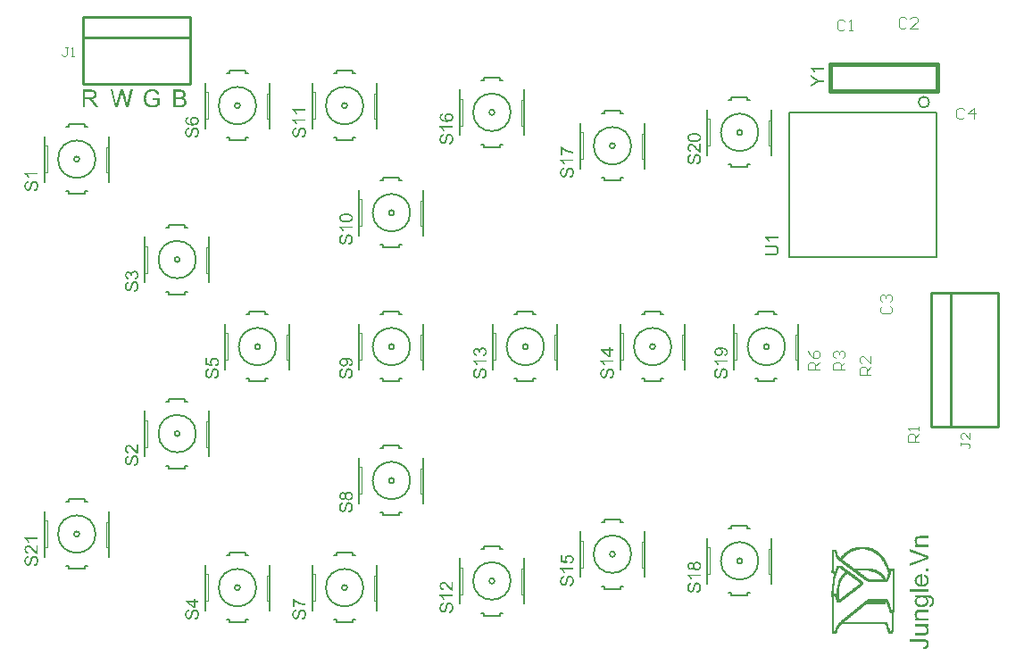
<source format=gto>
%FSTAX24Y24*%
%MOIN*%
G70*
G01*
G75*
%ADD10R,0.0050X0.1000*%
%ADD11R,0.0440X0.0400*%
%ADD12R,0.0400X0.0440*%
%ADD13R,0.0440X0.0400*%
%ADD14R,0.0240X0.0870*%
%ADD15R,0.0240X0.0870*%
%ADD16R,0.1380X0.0480*%
%ADD17C,0.0160*%
%ADD18C,0.0240*%
%ADD19C,0.0120*%
%ADD20C,0.0200*%
%ADD21O,0.0600X0.1200*%
%ADD22O,0.1200X0.0600*%
%ADD23C,0.1250*%
%ADD24C,0.0400*%
%ADD25C,0.0060*%
%ADD26C,0.0050*%
%ADD27C,0.0020*%
%ADD28C,0.0100*%
%ADD29C,0.0034*%
G36*
X030424Y013943D02*
X030434Y013942D01*
X030446Y013939D01*
X030459Y013935D01*
X030472Y01393D01*
X030485Y013922D01*
X030487Y013921D01*
X030491Y013917D01*
X030497Y013913D01*
X030505Y013905D01*
X030514Y013896D01*
X030523Y013885D01*
X030531Y013871D01*
X030539Y013856D01*
Y013855D01*
X03054Y013854D01*
X030541Y013852D01*
X030542Y013849D01*
X030544Y013845D01*
X030545Y01384D01*
X030548Y013828D01*
X030552Y013815D01*
X030555Y013798D01*
X030558Y013781D01*
X030558Y013761D01*
Y01376D01*
Y013758D01*
Y013754D01*
Y01375D01*
X030558Y013744D01*
Y013737D01*
X030557Y01373D01*
X030556Y013722D01*
X030554Y013704D01*
X03055Y013685D01*
X030545Y013666D01*
X030539Y013648D01*
Y013648D01*
X030539Y013646D01*
X030537Y013644D01*
X030536Y013641D01*
X030531Y013632D01*
X030524Y013623D01*
X030516Y01361D01*
X030506Y013599D01*
X030494Y013587D01*
X03048Y013576D01*
X03048D01*
X030479Y013576D01*
X030477Y013574D01*
X030474Y013573D01*
X03047Y01357D01*
X030465Y013568D01*
X030454Y013564D01*
X030441Y013559D01*
X030425Y013555D01*
X030409Y013552D01*
X03039Y01355D01*
X030385Y013612D01*
X030387D01*
X030391Y013613D01*
X030398Y013614D01*
X030407Y013616D01*
X030417Y013619D01*
X030428Y013622D01*
X030437Y013626D01*
X030447Y013632D01*
X030448Y013632D01*
X030451Y013635D01*
X030456Y013638D01*
X030461Y013644D01*
X030467Y013651D01*
X030474Y01366D01*
X03048Y01367D01*
X030486Y013682D01*
Y013682D01*
X030487Y013683D01*
X030488Y013688D01*
X03049Y013694D01*
X030493Y013704D01*
X030496Y013715D01*
X030498Y013728D01*
X030499Y013743D01*
X0305Y013758D01*
Y013759D01*
Y013759D01*
Y013764D01*
X030499Y013772D01*
X030499Y01378D01*
X030498Y01379D01*
X030496Y013801D01*
X030493Y013812D01*
X03049Y013824D01*
X030489Y013825D01*
X030487Y013828D01*
X030485Y013834D01*
X030481Y01384D01*
X030477Y013847D01*
X030471Y013854D01*
X030465Y013861D01*
X030459Y013867D01*
X030458Y013868D01*
X030455Y013869D01*
X030451Y013871D01*
X030446Y013874D01*
X03044Y013877D01*
X030432Y013879D01*
X030424Y01388D01*
X030416Y013881D01*
X030412D01*
X030408Y01388D01*
X030403Y01388D01*
X030396Y013878D01*
X030389Y013875D01*
X030382Y013872D01*
X030375Y013868D01*
X030375Y013867D01*
X030372Y013865D01*
X030369Y013861D01*
X030365Y013857D01*
X03036Y013851D01*
X030356Y013843D01*
X03035Y013834D01*
X030346Y013823D01*
X030345Y013822D01*
X030344Y013819D01*
X030343Y013813D01*
X030341Y013809D01*
X03034Y013805D01*
X030338Y013799D01*
X030337Y013793D01*
X030335Y013785D01*
X030332Y013778D01*
X03033Y013768D01*
X030328Y013758D01*
X030325Y013747D01*
X030322Y013734D01*
Y013734D01*
X030321Y013731D01*
X03032Y013728D01*
X030319Y013723D01*
X030317Y013718D01*
X030316Y013712D01*
X030312Y013697D01*
X030307Y013682D01*
X030301Y013666D01*
X030296Y013651D01*
X030294Y013644D01*
X030291Y013639D01*
Y013638D01*
X03029Y013638D01*
X030287Y013633D01*
X030283Y013627D01*
X030278Y01362D01*
X030271Y01361D01*
X030263Y013602D01*
X030254Y013594D01*
X030245Y013586D01*
X030243Y013586D01*
X030239Y013583D01*
X030234Y013581D01*
X030226Y013578D01*
X030217Y013574D01*
X030207Y013572D01*
X030195Y01357D01*
X030183Y013569D01*
X030176D01*
X030169Y01357D01*
X03016Y013572D01*
X030149Y013574D01*
X030137Y013578D01*
X030124Y013583D01*
X030112Y01359D01*
X030112D01*
X030111Y013591D01*
X030107Y013594D01*
X030101Y013599D01*
X030093Y013606D01*
X030086Y013614D01*
X030078Y013625D01*
X030069Y013638D01*
X030062Y013652D01*
Y013653D01*
X030062Y013654D01*
X030061Y013656D01*
X030059Y01366D01*
X030059Y013663D01*
X030057Y013668D01*
X030053Y013679D01*
X03005Y013692D01*
X030048Y013707D01*
X030046Y013725D01*
X030045Y013743D01*
Y013744D01*
Y013745D01*
Y013748D01*
Y013752D01*
X030046Y013757D01*
Y013762D01*
X030047Y013775D01*
X03005Y01379D01*
X030053Y013807D01*
X030057Y013824D01*
X030063Y01384D01*
Y01384D01*
X030064Y013841D01*
X030065Y013843D01*
X030066Y013846D01*
X030071Y013854D01*
X030076Y013864D01*
X030084Y013874D01*
X030093Y013885D01*
X030103Y013895D01*
X030115Y013905D01*
X030117Y013905D01*
X030121Y013908D01*
X030129Y013912D01*
X030138Y013916D01*
X030149Y01392D01*
X030163Y013925D01*
X030177Y013928D01*
X030193Y01393D01*
X030198Y013867D01*
X030195D01*
X030193Y013866D01*
X03019Y013865D01*
X030182Y013864D01*
X030171Y013861D01*
X03016Y013856D01*
X030149Y01385D01*
X030137Y013842D01*
X030127Y013832D01*
X030127Y01383D01*
X030124Y013827D01*
X03012Y01382D01*
X030115Y013811D01*
X030111Y013799D01*
X030107Y013784D01*
X030104Y013766D01*
X030103Y013746D01*
Y013745D01*
Y013744D01*
Y013741D01*
Y013736D01*
X030104Y013731D01*
Y013725D01*
X030106Y013713D01*
X030108Y013698D01*
X030112Y013684D01*
X030118Y01367D01*
X030121Y013664D01*
X030125Y013659D01*
X030126Y013658D01*
X030129Y013655D01*
X030133Y013651D01*
X03014Y013646D01*
X030148Y013641D01*
X030157Y013637D01*
X030167Y013634D01*
X030178Y013632D01*
X030183D01*
X030188Y013633D01*
X030194Y013635D01*
X030201Y013637D01*
X030208Y013641D01*
X030215Y013645D01*
X030222Y013651D01*
X030223Y013652D01*
X030225Y013656D01*
X030226Y013658D01*
X030229Y013661D01*
X03023Y013666D01*
X030232Y013671D01*
X030236Y013677D01*
X030239Y013684D01*
X030241Y013691D01*
X030244Y0137D01*
X030248Y013711D01*
X030251Y013722D01*
X030254Y013735D01*
X030257Y01375D01*
Y01375D01*
X030258Y013753D01*
X030259Y013757D01*
X03026Y013762D01*
X030262Y013769D01*
X030264Y013777D01*
X030268Y013793D01*
X030273Y013812D01*
X030279Y01383D01*
X030281Y013839D01*
X030284Y013846D01*
X030287Y013854D01*
X030289Y01386D01*
Y013861D01*
X03029Y013862D01*
X030291Y013864D01*
X030293Y013867D01*
X030298Y013874D01*
X030303Y013884D01*
X03031Y013895D01*
X030319Y013905D01*
X030329Y013915D01*
X03034Y013923D01*
X030341Y013924D01*
X030345Y013926D01*
X030351Y01393D01*
X03036Y013934D01*
X03037Y013938D01*
X030382Y013942D01*
X030396Y013944D01*
X03041Y013945D01*
X030417D01*
X030424Y013943D01*
D02*
G37*
G36*
X025901Y03122D02*
X025906D01*
X025918Y031218D01*
X025931Y031215D01*
X025946Y031212D01*
X025961Y031207D01*
X025976Y0312D01*
X025977D01*
X025977Y031199D01*
X02598Y031198D01*
X025983Y031196D01*
X02599Y031192D01*
X025999Y031186D01*
X026008Y031177D01*
X026018Y031167D01*
X026028Y031157D01*
X026037Y031144D01*
X026038Y031142D01*
X02604Y031138D01*
X026044Y03113D01*
X026048Y031121D01*
X026052Y031109D01*
X026055Y031096D01*
X026058Y03108D01*
X026058Y031065D01*
Y031064D01*
Y031062D01*
X026058Y031057D01*
Y031052D01*
X026057Y031046D01*
X026055Y031038D01*
X026054Y03103D01*
X026052Y031021D01*
X026048Y031011D01*
X026045Y031D01*
X02604Y03099D01*
X026035Y03098D01*
X026028Y030969D01*
X026021Y030959D01*
X026012Y030949D01*
X026002Y03094D01*
X026002Y030939D01*
X025999Y030938D01*
X025996Y030935D01*
X025992Y030932D01*
X025986Y030928D01*
X025978Y030925D01*
X025969Y03092D01*
X025959Y030916D01*
X025946Y030912D01*
X025933Y030907D01*
X025918Y030904D01*
X025901Y0309D01*
X025883Y030897D01*
X025863Y030894D01*
X025841Y030893D01*
X025818Y030892D01*
X025804D01*
X025794Y030893D01*
X025782Y030894D01*
X025769Y030895D01*
X025754Y030897D01*
X025738Y030899D01*
X02572Y030901D01*
X025703Y030905D01*
X025686Y03091D01*
X025669Y030915D01*
X025652Y030921D01*
X025636Y030928D01*
X025621Y030936D01*
X025608Y030945D01*
X025608Y030946D01*
X025606Y030947D01*
X025603Y03095D01*
X025599Y030953D01*
X025595Y030959D01*
X02559Y030964D01*
X025585Y030971D01*
X02558Y030978D01*
X025574Y030987D01*
X025569Y030997D01*
X025565Y031006D01*
X02556Y031018D01*
X025556Y03103D01*
X025553Y031043D01*
X025552Y031056D01*
X025551Y031071D01*
Y031071D01*
Y031073D01*
Y031076D01*
X025552Y03108D01*
Y031085D01*
X025553Y031091D01*
X025555Y031105D01*
X025559Y03112D01*
X025565Y031136D01*
X025573Y031151D01*
X025578Y031159D01*
X025584Y031167D01*
Y031167D01*
X025586Y031168D01*
X02559Y031173D01*
X025598Y031179D01*
X025608Y031186D01*
X025621Y031195D01*
X025636Y031201D01*
X025654Y031208D01*
X025674Y031212D01*
X025679Y031151D01*
X025677D01*
X025673Y03115D01*
X025667Y031148D01*
X025659Y031145D01*
X025642Y031138D01*
X025634Y031133D01*
X025627Y031128D01*
X025626Y031127D01*
X025623Y031124D01*
X025619Y031118D01*
X025614Y031111D01*
X025609Y031102D01*
X025605Y031092D01*
X025602Y03108D01*
X025601Y031067D01*
Y031065D01*
Y031062D01*
X025602Y031056D01*
X025603Y031049D01*
X025605Y031041D01*
X025608Y031032D01*
X025612Y031024D01*
X025618Y031015D01*
X025618Y031013D01*
X025621Y03101D01*
X025627Y031005D01*
X025633Y030999D01*
X025642Y030991D01*
X025652Y030984D01*
X025665Y030976D01*
X02568Y030969D01*
X02568D01*
X025681Y030969D01*
X025684Y030968D01*
X025687Y030967D01*
X025691Y030966D01*
X025696Y030964D01*
X025702Y030962D01*
X025709Y030961D01*
X025717Y030959D01*
X025725Y030958D01*
X025735Y030956D01*
X025745Y030955D01*
X025756Y030954D01*
X025768Y030953D01*
X025781Y030953D01*
X025794D01*
X025793Y030953D01*
X025789Y030956D01*
X025783Y030961D01*
X025776Y030968D01*
X025767Y030975D01*
X025759Y030984D01*
X025751Y030995D01*
X025745Y031006D01*
X025744Y031008D01*
X025742Y031012D01*
X025739Y031018D01*
X025736Y031027D01*
X025733Y031037D01*
X02573Y031048D01*
X025729Y03106D01*
X025728Y031073D01*
Y031074D01*
Y031076D01*
Y031079D01*
X025729Y031083D01*
X025729Y031089D01*
X02573Y031095D01*
X025733Y031109D01*
X025739Y031125D01*
X025742Y031134D01*
X025747Y031142D01*
X025752Y031151D01*
X025758Y031161D01*
X025765Y031169D01*
X025773Y031177D01*
X025774Y031178D01*
X025776Y031179D01*
X025778Y031181D01*
X025782Y031184D01*
X025786Y031187D01*
X025791Y031191D01*
X025798Y031195D01*
X025804Y031199D01*
X025813Y031203D01*
X025821Y031207D01*
X025831Y03121D01*
X025841Y031213D01*
X025852Y031217D01*
X025863Y031219D01*
X025876Y03122D01*
X025889Y03122D01*
X025897D01*
X025901Y03122D01*
D02*
G37*
G36*
X030394Y014723D02*
X0304Y014723D01*
X030406Y014722D01*
X030414Y014721D01*
X030422Y01472D01*
X03044Y014714D01*
X030459Y014707D01*
X03047Y014703D01*
X03048Y014698D01*
X03049Y014692D01*
X030499Y014685D01*
X030499Y014684D01*
X030501Y014682D01*
X030504Y014679D01*
X030508Y014676D01*
X030512Y014671D01*
X030517Y014665D01*
X030523Y014658D01*
X030528Y01465D01*
X030534Y014642D01*
X030539Y014632D01*
X030545Y01462D01*
X030549Y014609D01*
X030553Y014596D01*
X030556Y014583D01*
X030558Y014569D01*
X030558Y014554D01*
Y014553D01*
Y014551D01*
Y014547D01*
X030558Y014543D01*
X030557Y014537D01*
X030556Y014531D01*
X030555Y014523D01*
X030554Y014515D01*
X030549Y014497D01*
X030542Y014479D01*
X030538Y01447D01*
X030533Y014461D01*
X030527Y014452D01*
X030521Y014444D01*
X03052Y014443D01*
X030519Y014442D01*
X030517Y01444D01*
X030514Y014437D01*
X03051Y014434D01*
X030505Y01443D01*
X0305Y014426D01*
X030494Y014422D01*
X03048Y014413D01*
X030462Y014405D01*
X030443Y014399D01*
X030431Y014397D01*
X03042Y014395D01*
X030415Y014459D01*
X030418D01*
X03042Y01446D01*
X030423Y014461D01*
X030431Y014463D01*
X030442Y014466D01*
X030453Y01447D01*
X030465Y014476D01*
X030476Y014483D01*
X030486Y014492D01*
X030487Y014493D01*
X03049Y014497D01*
X030493Y014502D01*
X030497Y014509D01*
X030501Y014518D01*
X030505Y014529D01*
X030508Y014541D01*
X030508Y014554D01*
Y014555D01*
Y014556D01*
Y014559D01*
X030508Y014562D01*
X030507Y01457D01*
X030505Y01458D01*
X0305Y014592D01*
X030495Y014605D01*
X030487Y014617D01*
X030482Y014623D01*
X030476Y014629D01*
X030475D01*
X030474Y01463D01*
X03047Y014633D01*
X030462Y014639D01*
X030452Y014644D01*
X03044Y014649D01*
X030424Y014655D01*
X030407Y014658D01*
X030387Y014659D01*
X030382D01*
X030379Y014658D01*
X030375D01*
X030369Y014658D01*
X030357Y014655D01*
X030344Y014652D01*
X030331Y014647D01*
X030317Y014639D01*
X030305Y01463D01*
X030304Y014628D01*
X030301Y014624D01*
X030295Y014618D01*
X03029Y014609D01*
X030285Y014599D01*
X030279Y014585D01*
X030276Y01457D01*
X030275Y014553D01*
Y014552D01*
Y014548D01*
X030276Y014543D01*
X030276Y014535D01*
X030279Y014527D01*
X030281Y014518D01*
X030285Y014509D01*
X030289Y0145D01*
X03029Y014499D01*
X030291Y014496D01*
X030294Y014491D01*
X030298Y014486D01*
X030304Y014481D01*
X03031Y014475D01*
X030316Y014469D01*
X030324Y014463D01*
X030316Y014406D01*
X030061Y014454D01*
Y014701D01*
X030119D01*
Y014503D01*
X030253Y014475D01*
X030252Y014476D01*
X030251Y014478D01*
X03025Y01448D01*
X030248Y014483D01*
X030245Y014487D01*
X030243Y014492D01*
X030237Y014504D01*
X030231Y014518D01*
X030226Y014534D01*
X030223Y014551D01*
X030221Y014569D01*
Y01457D01*
Y014572D01*
Y014575D01*
X030222Y01458D01*
X030223Y014586D01*
X030223Y014592D01*
X030225Y014599D01*
X030226Y014607D01*
X030232Y014624D01*
X030236Y014633D01*
X03024Y014642D01*
X030245Y014652D01*
X030251Y014661D01*
X030258Y01467D01*
X030266Y014679D01*
X030267Y014679D01*
X030269Y014681D01*
X030271Y014683D01*
X030275Y014686D01*
X030279Y014689D01*
X030285Y014693D01*
X030291Y014697D01*
X030298Y014701D01*
X030306Y014706D01*
X030314Y01471D01*
X030324Y014713D01*
X030334Y014717D01*
X030345Y01472D01*
X030356Y014722D01*
X030369Y014723D01*
X030382Y014724D01*
X030389D01*
X030394Y014723D01*
D02*
G37*
G36*
X03055Y014178D02*
X030161D01*
X030162Y014177D01*
X030165Y014174D01*
X030169Y014169D01*
X030174Y014162D01*
X030181Y014154D01*
X030188Y014144D01*
X030196Y014133D01*
X030204Y01412D01*
Y014119D01*
X030205Y014119D01*
X030208Y014114D01*
X030211Y014107D01*
X030216Y014099D01*
X030221Y014089D01*
X030226Y014078D01*
X030231Y014067D01*
X030236Y014057D01*
X030176D01*
Y014057D01*
X030175Y014059D01*
X030174Y014062D01*
X030171Y014065D01*
X030169Y014069D01*
X030167Y014075D01*
X03016Y014087D01*
X030152Y0141D01*
X030142Y014115D01*
X03013Y014131D01*
X030118Y014145D01*
X030118Y014146D01*
X030117Y014146D01*
X030112Y014151D01*
X030105Y014158D01*
X030097Y014166D01*
X030087Y014175D01*
X030075Y014184D01*
X030063Y014193D01*
X030051Y014199D01*
Y014239D01*
X03055D01*
Y014178D01*
D02*
G37*
G36*
X02605Y030678D02*
X025661D01*
X025662Y030677D01*
X025665Y030674D01*
X025669Y030669D01*
X025674Y030662D01*
X025681Y030654D01*
X025688Y030644D01*
X025696Y030633D01*
X025704Y03062D01*
Y030619D01*
X025705Y030619D01*
X025708Y030614D01*
X025711Y030607D01*
X025716Y030599D01*
X025721Y030589D01*
X025726Y030578D01*
X025731Y030567D01*
X025735Y030557D01*
X025676D01*
Y030557D01*
X025675Y030559D01*
X025674Y030562D01*
X025671Y030565D01*
X025669Y030569D01*
X025667Y030575D01*
X02566Y030587D01*
X025652Y0306D01*
X025642Y030615D01*
X02563Y030631D01*
X025618Y030645D01*
X025618Y030646D01*
X025617Y030646D01*
X025612Y030651D01*
X025605Y030658D01*
X025597Y030666D01*
X025587Y030675D01*
X025575Y030684D01*
X025563Y030693D01*
X025551Y030699D01*
Y030739D01*
X02605D01*
Y030678D01*
D02*
G37*
G36*
X03055Y029428D02*
X030161D01*
X030162Y029427D01*
X030165Y029424D01*
X030169Y029419D01*
X030174Y029412D01*
X030181Y029404D01*
X030188Y029394D01*
X030196Y029383D01*
X030204Y02937D01*
Y029369D01*
X030205Y029369D01*
X030208Y029364D01*
X030211Y029357D01*
X030216Y029349D01*
X030221Y029339D01*
X030226Y029328D01*
X030231Y029317D01*
X030236Y029307D01*
X030176D01*
Y029307D01*
X030175Y029309D01*
X030174Y029312D01*
X030171Y029315D01*
X030169Y029319D01*
X030167Y029325D01*
X03016Y029337D01*
X030152Y02935D01*
X030142Y029365D01*
X03013Y029381D01*
X030118Y029395D01*
X030118Y029396D01*
X030117Y029396D01*
X030112Y029401D01*
X030105Y029408D01*
X030097Y029416D01*
X030087Y029425D01*
X030075Y029434D01*
X030063Y029443D01*
X030051Y029449D01*
Y029489D01*
X03055D01*
Y029428D01*
D02*
G37*
G36*
X030424Y029193D02*
X030434Y029192D01*
X030446Y029189D01*
X030459Y029185D01*
X030472Y02918D01*
X030485Y029172D01*
X030487Y029171D01*
X030491Y029167D01*
X030497Y029163D01*
X030505Y029155D01*
X030514Y029146D01*
X030523Y029135D01*
X030531Y029121D01*
X030539Y029106D01*
Y029105D01*
X03054Y029104D01*
X030541Y029102D01*
X030542Y029099D01*
X030544Y029095D01*
X030545Y02909D01*
X030548Y029078D01*
X030552Y029065D01*
X030555Y029048D01*
X030558Y029031D01*
X030558Y029011D01*
Y02901D01*
Y029008D01*
Y029004D01*
Y029D01*
X030558Y028994D01*
Y028987D01*
X030557Y02898D01*
X030556Y028972D01*
X030554Y028954D01*
X03055Y028935D01*
X030545Y028916D01*
X030539Y028898D01*
Y028898D01*
X030539Y028896D01*
X030537Y028894D01*
X030536Y028891D01*
X030531Y028882D01*
X030524Y028873D01*
X030516Y02886D01*
X030506Y028849D01*
X030494Y028837D01*
X03048Y028826D01*
X03048D01*
X030479Y028826D01*
X030477Y028824D01*
X030474Y028823D01*
X03047Y02882D01*
X030465Y028818D01*
X030454Y028814D01*
X030441Y028809D01*
X030425Y028805D01*
X030409Y028802D01*
X03039Y0288D01*
X030385Y028862D01*
X030387D01*
X030391Y028863D01*
X030398Y028864D01*
X030407Y028866D01*
X030417Y028869D01*
X030428Y028872D01*
X030437Y028876D01*
X030447Y028882D01*
X030448Y028882D01*
X030451Y028885D01*
X030456Y028888D01*
X030461Y028895D01*
X030467Y028901D01*
X030474Y02891D01*
X03048Y02892D01*
X030486Y028932D01*
Y028932D01*
X030487Y028933D01*
X030488Y028938D01*
X03049Y028944D01*
X030493Y028954D01*
X030496Y028965D01*
X030498Y028978D01*
X030499Y028993D01*
X0305Y029008D01*
Y029009D01*
Y029009D01*
Y029014D01*
X030499Y029022D01*
X030499Y02903D01*
X030498Y02904D01*
X030496Y029051D01*
X030493Y029062D01*
X03049Y029074D01*
X030489Y029075D01*
X030487Y029078D01*
X030485Y029083D01*
X030481Y02909D01*
X030477Y029097D01*
X030471Y029104D01*
X030465Y029111D01*
X030459Y029117D01*
X030458Y029118D01*
X030455Y029119D01*
X030451Y029121D01*
X030446Y029124D01*
X03044Y029127D01*
X030432Y029129D01*
X030424Y02913D01*
X030416Y029131D01*
X030412D01*
X030408Y02913D01*
X030403Y02913D01*
X030396Y029128D01*
X030389Y029125D01*
X030382Y029122D01*
X030375Y029118D01*
X030375Y029117D01*
X030372Y029115D01*
X030369Y029111D01*
X030365Y029107D01*
X03036Y029101D01*
X030356Y029093D01*
X03035Y029083D01*
X030346Y029073D01*
X030345Y029072D01*
X030344Y029069D01*
X030343Y029063D01*
X030341Y029059D01*
X03034Y029055D01*
X030338Y029049D01*
X030337Y029043D01*
X030335Y029035D01*
X030332Y029028D01*
X03033Y029018D01*
X030328Y029008D01*
X030325Y028997D01*
X030322Y028984D01*
Y028984D01*
X030321Y028981D01*
X03032Y028978D01*
X030319Y028973D01*
X030317Y028968D01*
X030316Y028962D01*
X030312Y028947D01*
X030307Y028932D01*
X030301Y028916D01*
X030296Y028901D01*
X030294Y028895D01*
X030291Y028889D01*
Y028888D01*
X03029Y028888D01*
X030287Y028883D01*
X030283Y028877D01*
X030278Y02887D01*
X030271Y02886D01*
X030263Y028852D01*
X030254Y028844D01*
X030245Y028836D01*
X030243Y028836D01*
X030239Y028833D01*
X030234Y028831D01*
X030226Y028828D01*
X030217Y028824D01*
X030207Y028822D01*
X030195Y02882D01*
X030183Y028819D01*
X030176D01*
X030169Y02882D01*
X03016Y028822D01*
X030149Y028824D01*
X030137Y028828D01*
X030124Y028833D01*
X030112Y02884D01*
X030112D01*
X030111Y028841D01*
X030107Y028844D01*
X030101Y028849D01*
X030093Y028856D01*
X030086Y028864D01*
X030078Y028875D01*
X030069Y028888D01*
X030062Y028902D01*
Y028903D01*
X030062Y028904D01*
X030061Y028906D01*
X030059Y02891D01*
X030059Y028913D01*
X030057Y028918D01*
X030053Y028929D01*
X03005Y028942D01*
X030048Y028957D01*
X030046Y028975D01*
X030045Y028993D01*
Y028994D01*
Y028995D01*
Y028998D01*
Y029002D01*
X030046Y029007D01*
Y029012D01*
X030047Y029025D01*
X03005Y02904D01*
X030053Y029057D01*
X030057Y029074D01*
X030063Y02909D01*
Y02909D01*
X030064Y029091D01*
X030065Y029093D01*
X030066Y029096D01*
X030071Y029104D01*
X030076Y029114D01*
X030084Y029124D01*
X030093Y029135D01*
X030103Y029145D01*
X030115Y029155D01*
X030117Y029155D01*
X030121Y029158D01*
X030129Y029162D01*
X030138Y029166D01*
X030149Y02917D01*
X030163Y029175D01*
X030177Y029178D01*
X030193Y02918D01*
X030198Y029117D01*
X030195D01*
X030193Y029116D01*
X03019Y029115D01*
X030182Y029114D01*
X030171Y029111D01*
X03016Y029106D01*
X030149Y0291D01*
X030137Y029092D01*
X030127Y029082D01*
X030127Y02908D01*
X030124Y029077D01*
X03012Y02907D01*
X030115Y029061D01*
X030111Y029049D01*
X030107Y029034D01*
X030104Y029016D01*
X030103Y028996D01*
Y028995D01*
Y028994D01*
Y028991D01*
Y028986D01*
X030104Y028981D01*
Y028975D01*
X030106Y028963D01*
X030108Y028948D01*
X030112Y028934D01*
X030118Y02892D01*
X030121Y028914D01*
X030125Y028909D01*
X030126Y028908D01*
X030129Y028905D01*
X030133Y028901D01*
X03014Y028896D01*
X030148Y028891D01*
X030157Y028887D01*
X030167Y028884D01*
X030178Y028882D01*
X030183D01*
X030188Y028883D01*
X030194Y028885D01*
X030201Y028887D01*
X030208Y028891D01*
X030215Y028895D01*
X030222Y028901D01*
X030223Y028902D01*
X030225Y028906D01*
X030226Y028908D01*
X030229Y028911D01*
X03023Y028916D01*
X030232Y028921D01*
X030236Y028927D01*
X030239Y028934D01*
X030241Y028941D01*
X030244Y02895D01*
X030248Y028961D01*
X030251Y028972D01*
X030254Y028985D01*
X030257Y029D01*
Y029D01*
X030258Y029003D01*
X030259Y029007D01*
X03026Y029012D01*
X030262Y029019D01*
X030264Y029027D01*
X030268Y029043D01*
X030273Y029062D01*
X030279Y02908D01*
X030281Y029089D01*
X030284Y029096D01*
X030287Y029104D01*
X030289Y02911D01*
Y029111D01*
X03029Y029112D01*
X030291Y029114D01*
X030293Y029117D01*
X030298Y029124D01*
X030303Y029134D01*
X03031Y029145D01*
X030319Y029155D01*
X030329Y029165D01*
X03034Y029173D01*
X030341Y029174D01*
X030345Y029176D01*
X030351Y02918D01*
X03036Y029184D01*
X03037Y029188D01*
X030382Y029192D01*
X030396Y029194D01*
X03041Y029195D01*
X030417D01*
X030424Y029193D01*
D02*
G37*
G36*
X025924Y030443D02*
X025934Y030442D01*
X025946Y030439D01*
X025959Y030435D01*
X025972Y03043D01*
X025985Y030422D01*
X025986Y030421D01*
X025991Y030417D01*
X025997Y030413D01*
X026005Y030405D01*
X026014Y030396D01*
X026023Y030385D01*
X026031Y030371D01*
X026039Y030356D01*
Y030355D01*
X02604Y030354D01*
X026041Y030352D01*
X026042Y030349D01*
X026044Y030345D01*
X026045Y03034D01*
X026048Y030328D01*
X026052Y030315D01*
X026055Y030298D01*
X026058Y030281D01*
X026058Y030261D01*
Y03026D01*
Y030258D01*
Y030254D01*
Y03025D01*
X026058Y030244D01*
Y030237D01*
X026057Y03023D01*
X026056Y030222D01*
X026054Y030204D01*
X02605Y030185D01*
X026045Y030166D01*
X026039Y030148D01*
Y030148D01*
X026039Y030146D01*
X026037Y030144D01*
X026036Y030141D01*
X026031Y030132D01*
X026024Y030123D01*
X026016Y03011D01*
X026006Y030099D01*
X025994Y030087D01*
X02598Y030076D01*
X02598D01*
X025979Y030076D01*
X025977Y030074D01*
X025974Y030073D01*
X02597Y03007D01*
X025965Y030068D01*
X025954Y030064D01*
X025941Y030059D01*
X025925Y030055D01*
X025909Y030052D01*
X02589Y03005D01*
X025885Y030112D01*
X025887D01*
X025891Y030113D01*
X025898Y030114D01*
X025907Y030116D01*
X025917Y030119D01*
X025928Y030122D01*
X025937Y030126D01*
X025947Y030132D01*
X025948Y030132D01*
X025951Y030135D01*
X025956Y030138D01*
X025961Y030145D01*
X025967Y030151D01*
X025974Y03016D01*
X02598Y03017D01*
X025986Y030182D01*
Y030182D01*
X025986Y030183D01*
X025988Y030188D01*
X02599Y030194D01*
X025993Y030204D01*
X025996Y030215D01*
X025998Y030228D01*
X025999Y030243D01*
X026Y030258D01*
Y030259D01*
Y030259D01*
Y030264D01*
X025999Y030272D01*
X025999Y03028D01*
X025998Y03029D01*
X025996Y030301D01*
X025993Y030312D01*
X02599Y030324D01*
X025989Y030325D01*
X025987Y030328D01*
X025985Y030333D01*
X025981Y03034D01*
X025977Y030347D01*
X025971Y030354D01*
X025965Y030361D01*
X025959Y030367D01*
X025958Y030368D01*
X025955Y030369D01*
X025951Y030371D01*
X025946Y030374D01*
X02594Y030377D01*
X025932Y030379D01*
X025924Y03038D01*
X025916Y030381D01*
X025912D01*
X025908Y03038D01*
X025903Y03038D01*
X025896Y030378D01*
X025889Y030375D01*
X025882Y030372D01*
X025875Y030368D01*
X025875Y030367D01*
X025872Y030365D01*
X025869Y030361D01*
X025865Y030357D01*
X02586Y030351D01*
X025856Y030343D01*
X02585Y030333D01*
X025846Y030323D01*
X025845Y030322D01*
X025844Y030319D01*
X025843Y030313D01*
X025841Y030309D01*
X02584Y030305D01*
X025838Y030299D01*
X025837Y030293D01*
X025835Y030285D01*
X025832Y030278D01*
X02583Y030268D01*
X025828Y030258D01*
X025825Y030247D01*
X025822Y030234D01*
Y030234D01*
X025821Y030231D01*
X02582Y030228D01*
X025819Y030223D01*
X025817Y030218D01*
X025816Y030212D01*
X025812Y030197D01*
X025807Y030182D01*
X025801Y030166D01*
X025796Y030151D01*
X025794Y030145D01*
X025791Y030139D01*
Y030138D01*
X02579Y030138D01*
X025787Y030133D01*
X025783Y030127D01*
X025778Y03012D01*
X025771Y03011D01*
X025763Y030102D01*
X025754Y030094D01*
X025745Y030086D01*
X025743Y030086D01*
X025739Y030083D01*
X025734Y030081D01*
X025726Y030078D01*
X025717Y030074D01*
X025707Y030072D01*
X025695Y03007D01*
X025683Y030069D01*
X025676D01*
X025669Y03007D01*
X02566Y030072D01*
X025649Y030074D01*
X025637Y030078D01*
X025624Y030083D01*
X025612Y03009D01*
X025612D01*
X025611Y030091D01*
X025607Y030094D01*
X025601Y030099D01*
X025593Y030106D01*
X025586Y030114D01*
X025577Y030125D01*
X025569Y030138D01*
X025562Y030152D01*
Y030153D01*
X025562Y030154D01*
X025561Y030156D01*
X025559Y03016D01*
X025559Y030163D01*
X025557Y030168D01*
X025553Y030179D01*
X02555Y030192D01*
X025548Y030207D01*
X025546Y030225D01*
X025545Y030243D01*
Y030244D01*
Y030245D01*
Y030248D01*
Y030252D01*
X025546Y030257D01*
Y030262D01*
X025547Y030275D01*
X02555Y03029D01*
X025553Y030307D01*
X025557Y030324D01*
X025563Y03034D01*
Y03034D01*
X025564Y030341D01*
X025565Y030343D01*
X025566Y030346D01*
X025571Y030354D01*
X025576Y030364D01*
X025584Y030374D01*
X025593Y030385D01*
X025603Y030395D01*
X025615Y030405D01*
X025617Y030405D01*
X025621Y030408D01*
X025629Y030412D01*
X025638Y030416D01*
X025649Y03042D01*
X025663Y030425D01*
X025677Y030428D01*
X025693Y03043D01*
X025698Y030367D01*
X025695D01*
X025693Y030366D01*
X02569Y030365D01*
X025682Y030364D01*
X025671Y030361D01*
X02566Y030356D01*
X025649Y03035D01*
X025637Y030342D01*
X025627Y030332D01*
X025627Y03033D01*
X025624Y030327D01*
X02562Y03032D01*
X025615Y030311D01*
X025611Y030299D01*
X025607Y030284D01*
X025604Y030266D01*
X025603Y030246D01*
Y030245D01*
Y030244D01*
Y030241D01*
Y030236D01*
X025604Y030231D01*
Y030225D01*
X025606Y030213D01*
X025608Y030198D01*
X025612Y030184D01*
X025618Y03017D01*
X025621Y030164D01*
X025625Y030159D01*
X025626Y030158D01*
X025629Y030155D01*
X025633Y030151D01*
X02564Y030146D01*
X025648Y030141D01*
X025657Y030137D01*
X025667Y030134D01*
X025678Y030132D01*
X025683D01*
X025688Y030133D01*
X025694Y030135D01*
X025701Y030137D01*
X025708Y030141D01*
X025715Y030145D01*
X025722Y030151D01*
X025723Y030152D01*
X025725Y030156D01*
X025726Y030158D01*
X025729Y030161D01*
X02573Y030166D01*
X025732Y030171D01*
X025735Y030177D01*
X025739Y030184D01*
X025741Y030191D01*
X025744Y0302D01*
X025748Y030211D01*
X025751Y030222D01*
X025754Y030235D01*
X025757Y03025D01*
Y03025D01*
X025758Y030253D01*
X025759Y030257D01*
X02576Y030262D01*
X025762Y030269D01*
X025764Y030277D01*
X025768Y030293D01*
X025773Y030312D01*
X025779Y03033D01*
X025781Y030339D01*
X025784Y030346D01*
X025787Y030354D01*
X025789Y03036D01*
Y030361D01*
X02579Y030362D01*
X025791Y030364D01*
X025793Y030367D01*
X025798Y030374D01*
X025803Y030384D01*
X02581Y030395D01*
X025819Y030405D01*
X025829Y030415D01*
X02584Y030423D01*
X025841Y030424D01*
X025845Y030426D01*
X025851Y03043D01*
X02586Y030434D01*
X02587Y030438D01*
X025882Y030442D01*
X025896Y030444D01*
X02591Y030445D01*
X025917D01*
X025924Y030443D01*
D02*
G37*
G36*
X030108Y02997D02*
X030109Y029968D01*
X030112Y029966D01*
X030116Y029962D01*
X030121Y029958D01*
X030127Y029953D01*
X030135Y029947D01*
X030143Y029941D01*
X030152Y029934D01*
X030162Y029926D01*
X030173Y029918D01*
X030185Y029911D01*
X030198Y029902D01*
X030211Y029893D01*
X030226Y029885D01*
X030242Y029876D01*
X030242Y029875D01*
X030245Y029874D01*
X03025Y029871D01*
X030256Y029868D01*
X030263Y029864D01*
X030273Y02986D01*
X030283Y029855D01*
X030294Y029849D01*
X030307Y029844D01*
X03032Y029838D01*
X030335Y029832D01*
X03035Y029826D01*
X030381Y029815D01*
X030414Y029804D01*
X030415D01*
X030417Y029803D01*
X03042Y029802D01*
X030424Y029801D01*
X030431Y029799D01*
X030437Y029798D01*
X030446Y029796D01*
X030454Y029794D01*
X030464Y029793D01*
X030474Y02979D01*
X030497Y029787D01*
X030523Y029784D01*
X03055Y029781D01*
Y029719D01*
X030544D01*
X030539Y029719D01*
X030534D01*
X030527Y02972D01*
X030519Y029721D01*
X030511Y029722D01*
X030501Y029723D01*
X03049Y029725D01*
X030478Y029726D01*
X030466Y029728D01*
X030452Y029731D01*
X030439Y029734D01*
X030409Y029741D01*
X030408D01*
X030405Y029742D01*
X0304Y029743D01*
X030394Y029745D01*
X030387Y029747D01*
X030378Y02975D01*
X030369Y029753D01*
X030357Y029757D01*
X030346Y029762D01*
X030333Y029766D01*
X030306Y029777D01*
X030277Y02979D01*
X030248Y029804D01*
X030248Y029805D01*
X030245Y029806D01*
X030241Y029808D01*
X030236Y029812D01*
X030229Y029815D01*
X030221Y02982D01*
X030213Y029825D01*
X030203Y02983D01*
X030183Y029844D01*
X030161Y029859D01*
X030139Y029875D01*
X030118Y029892D01*
Y029649D01*
X030059D01*
Y02997D01*
X030107D01*
X030108Y02997D01*
D02*
G37*
G36*
X031925Y021693D02*
X031934Y021692D01*
X031946Y021689D01*
X031959Y021685D01*
X031972Y02168D01*
X031985Y021672D01*
X031986Y021671D01*
X031991Y021667D01*
X031997Y021663D01*
X032005Y021655D01*
X032014Y021646D01*
X032023Y021635D01*
X032031Y021621D01*
X032039Y021606D01*
Y021605D01*
X03204Y021604D01*
X032041Y021602D01*
X032042Y021599D01*
X032044Y021595D01*
X032045Y02159D01*
X032048Y021578D01*
X032052Y021565D01*
X032055Y021548D01*
X032058Y021531D01*
X032058Y021511D01*
Y02151D01*
Y021508D01*
Y021504D01*
Y0215D01*
X032058Y021494D01*
Y021487D01*
X032057Y02148D01*
X032056Y021472D01*
X032054Y021454D01*
X03205Y021435D01*
X032045Y021416D01*
X032039Y021398D01*
Y021398D01*
X032039Y021396D01*
X032037Y021394D01*
X032036Y021391D01*
X032031Y021382D01*
X032024Y021373D01*
X032016Y02136D01*
X032006Y021349D01*
X031994Y021337D01*
X03198Y021326D01*
X03198D01*
X031979Y021326D01*
X031977Y021324D01*
X031974Y021323D01*
X03197Y02132D01*
X031965Y021318D01*
X031954Y021314D01*
X031941Y021309D01*
X031925Y021305D01*
X031909Y021302D01*
X03189Y0213D01*
X031885Y021362D01*
X031887D01*
X031891Y021363D01*
X031898Y021364D01*
X031907Y021366D01*
X031917Y021369D01*
X031928Y021372D01*
X031937Y021376D01*
X031947Y021382D01*
X031948Y021382D01*
X031951Y021385D01*
X031955Y021388D01*
X031961Y021395D01*
X031967Y021401D01*
X031974Y02141D01*
X03198Y02142D01*
X031986Y021432D01*
Y021432D01*
X031986Y021433D01*
X031988Y021438D01*
X03199Y021444D01*
X031993Y021454D01*
X031996Y021465D01*
X031998Y021478D01*
X031999Y021493D01*
X032Y021508D01*
Y021509D01*
Y021509D01*
Y021514D01*
X031999Y021522D01*
X031999Y02153D01*
X031998Y02154D01*
X031996Y021551D01*
X031993Y021562D01*
X03199Y021574D01*
X031989Y021575D01*
X031987Y021578D01*
X031985Y021583D01*
X031981Y02159D01*
X031977Y021597D01*
X031971Y021604D01*
X031965Y021611D01*
X031959Y021617D01*
X031958Y021618D01*
X031955Y021619D01*
X031951Y021621D01*
X031946Y021624D01*
X03194Y021627D01*
X031932Y021629D01*
X031925Y02163D01*
X031916Y021631D01*
X031912D01*
X031908Y02163D01*
X031903Y02163D01*
X031896Y021628D01*
X031889Y021625D01*
X031882Y021622D01*
X031875Y021618D01*
X031875Y021617D01*
X031872Y021615D01*
X031869Y021611D01*
X031865Y021607D01*
X03186Y021601D01*
X031856Y021593D01*
X03185Y021583D01*
X031846Y021573D01*
X031845Y021572D01*
X031844Y021569D01*
X031843Y021563D01*
X031841Y021559D01*
X03184Y021555D01*
X031838Y021549D01*
X031837Y021543D01*
X031835Y021535D01*
X031832Y021528D01*
X03183Y021518D01*
X031828Y021508D01*
X031825Y021497D01*
X031822Y021484D01*
Y021484D01*
X031821Y021481D01*
X03182Y021478D01*
X031819Y021473D01*
X031817Y021468D01*
X031816Y021462D01*
X031812Y021447D01*
X031807Y021432D01*
X031801Y021416D01*
X031796Y021401D01*
X031794Y021395D01*
X031791Y021389D01*
Y021388D01*
X03179Y021388D01*
X031787Y021383D01*
X031783Y021377D01*
X031778Y02137D01*
X031771Y02136D01*
X031763Y021352D01*
X031754Y021344D01*
X031745Y021336D01*
X031743Y021336D01*
X031739Y021333D01*
X031734Y021331D01*
X031726Y021328D01*
X031717Y021324D01*
X031707Y021322D01*
X031695Y02132D01*
X031683Y021319D01*
X031676D01*
X031669Y02132D01*
X03166Y021322D01*
X031649Y021324D01*
X031637Y021328D01*
X031624Y021333D01*
X031612Y02134D01*
X031612D01*
X031611Y021341D01*
X031607Y021344D01*
X031601Y021349D01*
X031593Y021356D01*
X031586Y021364D01*
X031577Y021375D01*
X031569Y021388D01*
X031562Y021402D01*
Y021403D01*
X031562Y021404D01*
X031561Y021406D01*
X031559Y02141D01*
X031559Y021413D01*
X031557Y021418D01*
X031553Y021429D01*
X03155Y021442D01*
X031548Y021457D01*
X031546Y021475D01*
X031545Y021493D01*
Y021494D01*
Y021495D01*
Y021498D01*
Y021502D01*
X031546Y021507D01*
Y021512D01*
X031547Y021525D01*
X03155Y02154D01*
X031553Y021557D01*
X031557Y021574D01*
X031563Y02159D01*
Y02159D01*
X031564Y021591D01*
X031565Y021593D01*
X031566Y021596D01*
X031571Y021604D01*
X031576Y021614D01*
X031584Y021624D01*
X031593Y021635D01*
X031603Y021645D01*
X031615Y021655D01*
X031617Y021655D01*
X031621Y021658D01*
X031629Y021662D01*
X031638Y021666D01*
X031649Y02167D01*
X031663Y021675D01*
X031677Y021678D01*
X031693Y02168D01*
X031698Y021617D01*
X031695D01*
X031693Y021616D01*
X03169Y021615D01*
X031682Y021614D01*
X031671Y021611D01*
X03166Y021606D01*
X031649Y0216D01*
X031637Y021592D01*
X031627Y021582D01*
X031627Y02158D01*
X031624Y021577D01*
X03162Y02157D01*
X031615Y021561D01*
X031611Y021549D01*
X031607Y021534D01*
X031604Y021516D01*
X031603Y021496D01*
Y021495D01*
Y021494D01*
Y021491D01*
Y021486D01*
X031604Y021481D01*
Y021475D01*
X031606Y021463D01*
X031609Y021448D01*
X031612Y021434D01*
X031618Y02142D01*
X031621Y021414D01*
X031625Y021409D01*
X031626Y021408D01*
X031629Y021405D01*
X031633Y021401D01*
X03164Y021396D01*
X031648Y021391D01*
X031657Y021387D01*
X031667Y021384D01*
X031678Y021382D01*
X031683D01*
X031688Y021383D01*
X031694Y021385D01*
X031701Y021387D01*
X031708Y021391D01*
X031715Y021395D01*
X031722Y021401D01*
X031723Y021402D01*
X031725Y021406D01*
X031726Y021408D01*
X031729Y021411D01*
X03173Y021416D01*
X031732Y021421D01*
X031735Y021427D01*
X031739Y021434D01*
X031741Y021441D01*
X031744Y02145D01*
X031748Y021461D01*
X031751Y021472D01*
X031754Y021485D01*
X031757Y0215D01*
Y0215D01*
X031758Y021503D01*
X031759Y021507D01*
X03176Y021512D01*
X031762Y021519D01*
X031764Y021527D01*
X031768Y021543D01*
X031773Y021562D01*
X031779Y02158D01*
X031781Y021589D01*
X031784Y021596D01*
X031787Y021604D01*
X031789Y02161D01*
Y021611D01*
X03179Y021612D01*
X031791Y021614D01*
X031793Y021617D01*
X031797Y021624D01*
X031803Y021634D01*
X03181Y021645D01*
X031819Y021655D01*
X031829Y021665D01*
X03184Y021673D01*
X031841Y021674D01*
X031845Y021676D01*
X031851Y02168D01*
X03186Y021684D01*
X03187Y021688D01*
X031882Y021692D01*
X031896Y021694D01*
X03191Y021695D01*
X031917D01*
X031925Y021693D01*
D02*
G37*
G36*
X02605Y013178D02*
X025661D01*
X025662Y013177D01*
X025665Y013174D01*
X025669Y013169D01*
X025674Y013162D01*
X025681Y013154D01*
X025688Y013144D01*
X025696Y013133D01*
X025704Y01312D01*
Y013119D01*
X025705Y013119D01*
X025708Y013114D01*
X025711Y013107D01*
X025716Y013099D01*
X025721Y013089D01*
X025726Y013078D01*
X025731Y013067D01*
X025735Y013057D01*
X025676D01*
Y013057D01*
X025675Y013059D01*
X025674Y013062D01*
X025671Y013065D01*
X025669Y013069D01*
X025667Y013075D01*
X02566Y013087D01*
X025652Y0131D01*
X025642Y013115D01*
X02563Y013131D01*
X025618Y013145D01*
X025618Y013146D01*
X025617Y013146D01*
X025612Y013151D01*
X025605Y013158D01*
X025597Y013166D01*
X025587Y013175D01*
X025575Y013184D01*
X025563Y013193D01*
X025551Y013199D01*
Y013239D01*
X02605D01*
Y013178D01*
D02*
G37*
G36*
X025924Y012943D02*
X025934Y012942D01*
X025946Y012939D01*
X025959Y012935D01*
X025972Y01293D01*
X025985Y012922D01*
X025986Y012921D01*
X025991Y012917D01*
X025997Y012913D01*
X026005Y012905D01*
X026014Y012896D01*
X026023Y012885D01*
X026031Y012871D01*
X026039Y012856D01*
Y012855D01*
X02604Y012854D01*
X026041Y012852D01*
X026042Y012849D01*
X026044Y012845D01*
X026045Y01284D01*
X026048Y012828D01*
X026052Y012815D01*
X026055Y012798D01*
X026058Y012781D01*
X026058Y012761D01*
Y01276D01*
Y012758D01*
Y012754D01*
Y01275D01*
X026058Y012744D01*
Y012737D01*
X026057Y01273D01*
X026056Y012722D01*
X026054Y012704D01*
X02605Y012685D01*
X026045Y012666D01*
X026039Y012648D01*
Y012648D01*
X026039Y012646D01*
X026037Y012644D01*
X026036Y012641D01*
X026031Y012632D01*
X026024Y012623D01*
X026016Y01261D01*
X026006Y012599D01*
X025994Y012587D01*
X02598Y012576D01*
X02598D01*
X025979Y012576D01*
X025977Y012574D01*
X025974Y012573D01*
X02597Y01257D01*
X025965Y012568D01*
X025954Y012564D01*
X025941Y012559D01*
X025925Y012555D01*
X025909Y012552D01*
X02589Y01255D01*
X025885Y012612D01*
X025887D01*
X025891Y012613D01*
X025898Y012614D01*
X025907Y012616D01*
X025917Y012619D01*
X025928Y012622D01*
X025937Y012626D01*
X025947Y012632D01*
X025948Y012632D01*
X025951Y012635D01*
X025956Y012638D01*
X025961Y012644D01*
X025967Y012651D01*
X025974Y01266D01*
X02598Y01267D01*
X025986Y012682D01*
Y012682D01*
X025986Y012683D01*
X025988Y012688D01*
X02599Y012694D01*
X025993Y012704D01*
X025996Y012715D01*
X025998Y012728D01*
X025999Y012743D01*
X026Y012758D01*
Y012759D01*
Y012759D01*
Y012764D01*
X025999Y012772D01*
X025999Y01278D01*
X025998Y01279D01*
X025996Y012801D01*
X025993Y012812D01*
X02599Y012824D01*
X025989Y012825D01*
X025987Y012828D01*
X025985Y012833D01*
X025981Y01284D01*
X025977Y012847D01*
X025971Y012854D01*
X025965Y012861D01*
X025959Y012867D01*
X025958Y012868D01*
X025955Y012869D01*
X025951Y012871D01*
X025946Y012874D01*
X02594Y012877D01*
X025932Y012879D01*
X025924Y01288D01*
X025916Y012881D01*
X025912D01*
X025908Y01288D01*
X025903Y01288D01*
X025896Y012878D01*
X025889Y012875D01*
X025882Y012872D01*
X025875Y012868D01*
X025875Y012867D01*
X025872Y012865D01*
X025869Y012861D01*
X025865Y012857D01*
X02586Y012851D01*
X025856Y012843D01*
X02585Y012833D01*
X025846Y012823D01*
X025845Y012822D01*
X025844Y012819D01*
X025843Y012813D01*
X025841Y012809D01*
X02584Y012805D01*
X025838Y012799D01*
X025837Y012793D01*
X025835Y012785D01*
X025832Y012778D01*
X02583Y012768D01*
X025828Y012758D01*
X025825Y012747D01*
X025822Y012734D01*
Y012734D01*
X025821Y012731D01*
X02582Y012728D01*
X025819Y012723D01*
X025817Y012718D01*
X025816Y012712D01*
X025812Y012697D01*
X025807Y012682D01*
X025801Y012666D01*
X025796Y012651D01*
X025794Y012644D01*
X025791Y012639D01*
Y012638D01*
X02579Y012638D01*
X025787Y012633D01*
X025783Y012627D01*
X025778Y01262D01*
X025771Y01261D01*
X025763Y012602D01*
X025754Y012594D01*
X025745Y012586D01*
X025743Y012586D01*
X025739Y012583D01*
X025734Y012581D01*
X025726Y012578D01*
X025717Y012574D01*
X025707Y012572D01*
X025695Y01257D01*
X025683Y012569D01*
X025676D01*
X025669Y01257D01*
X02566Y012572D01*
X025649Y012574D01*
X025637Y012578D01*
X025624Y012583D01*
X025612Y01259D01*
X025612D01*
X025611Y012591D01*
X025607Y012594D01*
X025601Y012599D01*
X025593Y012606D01*
X025586Y012614D01*
X025577Y012625D01*
X025569Y012638D01*
X025562Y012652D01*
Y012653D01*
X025562Y012654D01*
X025561Y012656D01*
X025559Y01266D01*
X025559Y012663D01*
X025557Y012668D01*
X025553Y012679D01*
X02555Y012692D01*
X025548Y012707D01*
X025546Y012725D01*
X025545Y012743D01*
Y012744D01*
Y012745D01*
Y012748D01*
Y012752D01*
X025546Y012757D01*
Y012762D01*
X025547Y012775D01*
X02555Y01279D01*
X025553Y012807D01*
X025557Y012824D01*
X025563Y01284D01*
Y01284D01*
X025564Y012841D01*
X025565Y012843D01*
X025566Y012846D01*
X025571Y012854D01*
X025576Y012864D01*
X025584Y012874D01*
X025593Y012885D01*
X025603Y012895D01*
X025615Y012905D01*
X025617Y012905D01*
X025621Y012908D01*
X025629Y012912D01*
X025638Y012916D01*
X025649Y01292D01*
X025663Y012925D01*
X025677Y012928D01*
X025693Y01293D01*
X025698Y012867D01*
X025695D01*
X025693Y012866D01*
X02569Y012865D01*
X025682Y012864D01*
X025671Y012861D01*
X02566Y012856D01*
X025649Y01285D01*
X025637Y012842D01*
X025627Y012832D01*
X025627Y01283D01*
X025624Y012827D01*
X02562Y01282D01*
X025615Y012811D01*
X025611Y012799D01*
X025607Y012784D01*
X025604Y012766D01*
X025603Y012746D01*
Y012745D01*
Y012744D01*
Y012741D01*
Y012736D01*
X025604Y012731D01*
Y012725D01*
X025606Y012713D01*
X025608Y012698D01*
X025612Y012684D01*
X025618Y01267D01*
X025621Y012664D01*
X025625Y012659D01*
X025626Y012658D01*
X025629Y012655D01*
X025633Y012651D01*
X02564Y012646D01*
X025648Y012641D01*
X025657Y012637D01*
X025667Y012634D01*
X025678Y012632D01*
X025683D01*
X025688Y012633D01*
X025694Y012635D01*
X025701Y012637D01*
X025708Y012641D01*
X025715Y012645D01*
X025722Y012651D01*
X025723Y012652D01*
X025725Y012656D01*
X025726Y012658D01*
X025729Y012661D01*
X02573Y012666D01*
X025732Y012671D01*
X025735Y012677D01*
X025739Y012684D01*
X025741Y012691D01*
X025744Y0127D01*
X025748Y012711D01*
X025751Y012722D01*
X025754Y012735D01*
X025757Y01275D01*
Y01275D01*
X025758Y012753D01*
X025759Y012757D01*
X02576Y012762D01*
X025762Y012769D01*
X025764Y012777D01*
X025768Y012793D01*
X025773Y012812D01*
X025779Y01283D01*
X025781Y012839D01*
X025784Y012846D01*
X025787Y012854D01*
X025789Y01286D01*
Y012861D01*
X02579Y012862D01*
X025791Y012864D01*
X025793Y012867D01*
X025798Y012874D01*
X025803Y012884D01*
X02581Y012895D01*
X025819Y012905D01*
X025829Y012915D01*
X02584Y012923D01*
X025841Y012924D01*
X025845Y012926D01*
X025851Y01293D01*
X02586Y012934D01*
X02587Y012938D01*
X025882Y012942D01*
X025896Y012944D01*
X02591Y012945D01*
X025917D01*
X025924Y012943D01*
D02*
G37*
G36*
X020424Y030693D02*
X020434Y030692D01*
X020446Y030689D01*
X020459Y030685D01*
X020472Y03068D01*
X020485Y030672D01*
X020487Y030671D01*
X020491Y030667D01*
X020497Y030663D01*
X020505Y030655D01*
X020514Y030646D01*
X020523Y030635D01*
X020531Y030621D01*
X020539Y030606D01*
Y030605D01*
X02054Y030604D01*
X020541Y030602D01*
X020542Y030599D01*
X020544Y030595D01*
X020545Y03059D01*
X020548Y030578D01*
X020552Y030565D01*
X020555Y030548D01*
X020558Y030531D01*
X020558Y030511D01*
Y03051D01*
Y030508D01*
Y030504D01*
Y0305D01*
X020558Y030494D01*
Y030487D01*
X020557Y03048D01*
X020556Y030472D01*
X020554Y030454D01*
X02055Y030435D01*
X020545Y030416D01*
X020539Y030398D01*
Y030398D01*
X020539Y030396D01*
X020537Y030394D01*
X020536Y030391D01*
X020531Y030382D01*
X020524Y030373D01*
X020516Y03036D01*
X020506Y030349D01*
X020494Y030337D01*
X02048Y030326D01*
X02048D01*
X020479Y030326D01*
X020477Y030324D01*
X020474Y030323D01*
X02047Y03032D01*
X020465Y030318D01*
X020454Y030314D01*
X020441Y030309D01*
X020425Y030305D01*
X020409Y030302D01*
X02039Y0303D01*
X020385Y030362D01*
X020387D01*
X020391Y030363D01*
X020398Y030364D01*
X020407Y030366D01*
X020417Y030369D01*
X020428Y030372D01*
X020437Y030376D01*
X020447Y030382D01*
X020448Y030382D01*
X020451Y030385D01*
X020456Y030388D01*
X020461Y030394D01*
X020467Y030401D01*
X020474Y03041D01*
X02048Y03042D01*
X020486Y030432D01*
Y030432D01*
X020487Y030433D01*
X020488Y030438D01*
X02049Y030444D01*
X020493Y030454D01*
X020496Y030465D01*
X020498Y030478D01*
X020499Y030493D01*
X0205Y030508D01*
Y030509D01*
Y030509D01*
Y030514D01*
X020499Y030522D01*
X020499Y03053D01*
X020498Y03054D01*
X020496Y030551D01*
X020493Y030562D01*
X02049Y030574D01*
X020489Y030575D01*
X020487Y030578D01*
X020485Y030584D01*
X020481Y03059D01*
X020477Y030597D01*
X020471Y030604D01*
X020465Y030611D01*
X020459Y030617D01*
X020458Y030618D01*
X020455Y030619D01*
X020451Y030621D01*
X020446Y030624D01*
X02044Y030627D01*
X020432Y030629D01*
X020424Y03063D01*
X020416Y030631D01*
X020412D01*
X020408Y03063D01*
X020403Y03063D01*
X020396Y030628D01*
X020389Y030625D01*
X020382Y030622D01*
X020375Y030618D01*
X020375Y030617D01*
X020372Y030615D01*
X020369Y030611D01*
X020365Y030607D01*
X02036Y030601D01*
X020356Y030593D01*
X02035Y030584D01*
X020346Y030573D01*
X020345Y030572D01*
X020344Y030569D01*
X020343Y030563D01*
X020341Y030559D01*
X02034Y030555D01*
X020338Y030549D01*
X020337Y030543D01*
X020335Y030535D01*
X020332Y030528D01*
X02033Y030518D01*
X020328Y030508D01*
X020325Y030497D01*
X020322Y030484D01*
Y030484D01*
X020321Y030481D01*
X02032Y030478D01*
X020319Y030473D01*
X020317Y030468D01*
X020316Y030462D01*
X020312Y030447D01*
X020307Y030432D01*
X020301Y030416D01*
X020296Y030401D01*
X020294Y030394D01*
X020291Y030389D01*
Y030388D01*
X02029Y030388D01*
X020287Y030383D01*
X020283Y030377D01*
X020278Y03037D01*
X020271Y03036D01*
X020263Y030352D01*
X020254Y030344D01*
X020245Y030336D01*
X020243Y030336D01*
X020239Y030333D01*
X020234Y030331D01*
X020226Y030328D01*
X020217Y030324D01*
X020207Y030322D01*
X020195Y03032D01*
X020183Y030319D01*
X020176D01*
X020169Y03032D01*
X02016Y030322D01*
X020149Y030324D01*
X020137Y030328D01*
X020124Y030333D01*
X020112Y03034D01*
X020112D01*
X020111Y030341D01*
X020107Y030344D01*
X020101Y030349D01*
X020093Y030356D01*
X020086Y030364D01*
X020078Y030375D01*
X020069Y030388D01*
X020062Y030402D01*
Y030403D01*
X020062Y030404D01*
X020061Y030406D01*
X020059Y03041D01*
X020059Y030413D01*
X020057Y030418D01*
X020053Y030429D01*
X02005Y030442D01*
X020048Y030457D01*
X020046Y030475D01*
X020045Y030493D01*
Y030494D01*
Y030495D01*
Y030498D01*
Y030502D01*
X020046Y030507D01*
Y030512D01*
X020047Y030525D01*
X02005Y03054D01*
X020053Y030557D01*
X020057Y030574D01*
X020063Y03059D01*
Y03059D01*
X020064Y030591D01*
X020065Y030593D01*
X020066Y030596D01*
X020071Y030604D01*
X020076Y030614D01*
X020084Y030624D01*
X020093Y030635D01*
X020103Y030645D01*
X020115Y030655D01*
X020117Y030655D01*
X020121Y030658D01*
X020129Y030662D01*
X020138Y030666D01*
X020149Y03067D01*
X020163Y030675D01*
X020177Y030678D01*
X020193Y03068D01*
X020198Y030617D01*
X020195D01*
X020193Y030616D01*
X02019Y030615D01*
X020182Y030614D01*
X020171Y030611D01*
X02016Y030606D01*
X020149Y0306D01*
X020137Y030592D01*
X020127Y030582D01*
X020127Y03058D01*
X020124Y030577D01*
X02012Y03057D01*
X020115Y030561D01*
X020111Y030549D01*
X020107Y030534D01*
X020104Y030516D01*
X020103Y030496D01*
Y030495D01*
Y030494D01*
Y030491D01*
Y030486D01*
X020104Y030481D01*
Y030475D01*
X020106Y030463D01*
X020108Y030448D01*
X020112Y030434D01*
X020118Y03042D01*
X020121Y030414D01*
X020125Y030409D01*
X020126Y030408D01*
X020129Y030405D01*
X020133Y030401D01*
X02014Y030396D01*
X020148Y030391D01*
X020157Y030387D01*
X020167Y030384D01*
X020178Y030382D01*
X020183D01*
X020188Y030383D01*
X020194Y030385D01*
X020201Y030387D01*
X020208Y030391D01*
X020215Y030395D01*
X020222Y030401D01*
X020223Y030402D01*
X020225Y030406D01*
X020226Y030408D01*
X020229Y030411D01*
X02023Y030416D01*
X020232Y030421D01*
X020236Y030427D01*
X020239Y030434D01*
X020241Y030441D01*
X020244Y03045D01*
X020248Y030461D01*
X020251Y030472D01*
X020254Y030485D01*
X020257Y0305D01*
Y0305D01*
X020258Y030503D01*
X020259Y030507D01*
X02026Y030512D01*
X020262Y030519D01*
X020264Y030527D01*
X020268Y030543D01*
X020273Y030562D01*
X020279Y03058D01*
X020281Y030589D01*
X020284Y030596D01*
X020287Y030604D01*
X020289Y03061D01*
Y030611D01*
X02029Y030612D01*
X020291Y030614D01*
X020293Y030617D01*
X020298Y030624D01*
X020303Y030634D01*
X02031Y030645D01*
X020319Y030655D01*
X020329Y030665D01*
X02034Y030673D01*
X020341Y030674D01*
X020345Y030676D01*
X020351Y03068D01*
X02036Y030684D01*
X02037Y030688D01*
X020382Y030692D01*
X020396Y030694D01*
X02041Y030695D01*
X020417D01*
X020424Y030693D01*
D02*
G37*
G36*
X02605Y013387D02*
X026042D01*
X026036Y013388D01*
X02603Y013388D01*
X026024Y013389D01*
X026016Y013391D01*
X026008Y013394D01*
X026008D01*
X026007Y013394D01*
X026002Y013396D01*
X025996Y013399D01*
X025987Y013404D01*
X025977Y013409D01*
X025966Y013416D01*
X025955Y013424D01*
X025943Y013434D01*
X025942D01*
X025941Y013435D01*
X025937Y013439D01*
X02593Y013445D01*
X025921Y013454D01*
X02591Y013466D01*
X025897Y013479D01*
X025883Y013496D01*
X025867Y013514D01*
X025866Y013515D01*
X025864Y013518D01*
X025861Y013521D01*
X025856Y013527D01*
X02585Y013534D01*
X025844Y013541D01*
X025829Y013558D01*
X025812Y013576D01*
X025794Y013594D01*
X025786Y013603D01*
X025778Y013611D01*
X02577Y013617D01*
X025762Y013624D01*
X025761D01*
X02576Y013625D01*
X025758Y013627D01*
X025755Y013628D01*
X025748Y013633D01*
X025738Y013638D01*
X025726Y013643D01*
X025714Y013648D01*
X025701Y013651D01*
X025688Y013652D01*
X025686D01*
X025682Y013651D01*
X025675Y013651D01*
X025667Y013649D01*
X025657Y013645D01*
X025647Y013641D01*
X025636Y013635D01*
X025627Y013626D01*
X025626Y013624D01*
X025623Y013621D01*
X025619Y013615D01*
X025614Y013608D01*
X025609Y013598D01*
X025605Y013586D01*
X025602Y013573D01*
X025602Y013558D01*
Y013557D01*
Y013555D01*
Y013553D01*
X025602Y01355D01*
X025603Y013543D01*
X025605Y013533D01*
X025608Y013521D01*
X025613Y013509D01*
X02562Y013498D01*
X025629Y013487D01*
X02563Y013487D01*
X025633Y013484D01*
X025639Y013479D01*
X025648Y013475D01*
X025658Y013469D01*
X02567Y013466D01*
X025685Y013462D01*
X025701Y013461D01*
X025695Y013398D01*
X025692D01*
X025688Y013399D01*
X025683Y0134D01*
X025677Y013401D01*
X02567Y013402D01*
X025655Y013407D01*
X025638Y013413D01*
X025621Y013421D01*
X025603Y013432D01*
X025596Y013438D01*
X025588Y013446D01*
X025587Y013447D01*
X025587Y013448D01*
X025584Y01345D01*
X025582Y013453D01*
X02558Y013458D01*
X025576Y013463D01*
X025573Y013469D01*
X025569Y013476D01*
X025566Y013484D01*
X025562Y013492D01*
X025559Y013502D01*
X025557Y013512D01*
X025553Y013534D01*
X025552Y013546D01*
X025551Y013559D01*
Y01356D01*
Y013562D01*
Y013566D01*
X025552Y013571D01*
X025553Y013577D01*
X025553Y013584D01*
X025554Y013592D01*
X025556Y0136D01*
X025561Y013618D01*
X025568Y013637D01*
X025572Y013647D01*
X025577Y013656D01*
X025584Y013664D01*
X025591Y013673D01*
X025592Y013673D01*
X025593Y013674D01*
X025595Y013676D01*
X025598Y013679D01*
X025602Y013682D01*
X025607Y013686D01*
X025618Y013694D01*
X025633Y013701D01*
X025649Y013708D01*
X025668Y013713D01*
X025679Y013714D01*
X025689Y013715D01*
X025695D01*
X025701Y013714D01*
X025708Y013713D01*
X025717Y013712D01*
X025727Y01371D01*
X025738Y013707D01*
X025748Y013702D01*
X02575Y013701D01*
X025754Y0137D01*
X025759Y013697D01*
X025766Y013692D01*
X025776Y013687D01*
X025786Y01368D01*
X025797Y013671D01*
X025809Y013661D01*
X02581Y01366D01*
X025815Y013656D01*
X025822Y013649D01*
X025826Y013645D01*
X025832Y013639D01*
X025838Y013633D01*
X025844Y013626D01*
X025851Y013618D01*
X025859Y01361D01*
X025868Y013601D01*
X025877Y01359D01*
X025886Y01358D01*
X025897Y013568D01*
X025897Y013567D01*
X025899Y013565D01*
X025901Y013562D01*
X025904Y013558D01*
X025912Y013549D01*
X025921Y013538D01*
X025932Y013527D01*
X025943Y013515D01*
X025952Y013505D01*
X025956Y013501D01*
X025959Y013497D01*
X02596Y013497D01*
X025962Y013495D01*
X025965Y013492D01*
X02597Y013488D01*
X02598Y01348D01*
X025992Y013472D01*
Y013716D01*
X02605D01*
Y013387D01*
D02*
G37*
G36*
X027164Y02247D02*
X02717Y022469D01*
X027176Y022468D01*
X027184Y022467D01*
X027191Y022464D01*
X027209Y022459D01*
X027218Y022455D01*
X027227Y02245D01*
X027236Y022445D01*
X027246Y022439D01*
X027255Y022431D01*
X027264Y022423D01*
X027264Y022422D01*
X027266Y02242D01*
X027267Y022418D01*
X027271Y022414D01*
X027274Y02241D01*
X027278Y022404D01*
X027282Y022397D01*
X027286Y02239D01*
X02729Y022382D01*
X027294Y022373D01*
X027298Y022363D01*
X027302Y022352D01*
X027305Y022341D01*
X027306Y022329D01*
X027308Y022316D01*
X027308Y022303D01*
Y022302D01*
Y0223D01*
Y022297D01*
X027308Y022293D01*
X027307Y022287D01*
X027306Y022281D01*
X027305Y022273D01*
X027304Y022265D01*
X027299Y022248D01*
X027292Y02223D01*
X027288Y022221D01*
X027283Y022212D01*
X027277Y022203D01*
X02727Y022195D01*
X027269Y022194D01*
X027268Y022194D01*
X027266Y022191D01*
X027263Y022188D01*
X027258Y022185D01*
X027254Y022181D01*
X027249Y022177D01*
X027243Y022173D01*
X027227Y022164D01*
X02721Y022157D01*
X02719Y02215D01*
X02718Y022147D01*
X027168Y022146D01*
X02716Y022207D01*
X027161D01*
X027162Y022208D01*
X027165D01*
X027168Y022209D01*
X027178Y022212D01*
X027189Y022216D01*
X027201Y02222D01*
X027214Y022226D01*
X027225Y022234D01*
X027235Y022242D01*
X027236Y022243D01*
X027239Y022247D01*
X027242Y022252D01*
X027246Y022259D01*
X02725Y022268D01*
X027254Y022278D01*
X027257Y02229D01*
X027258Y022303D01*
Y022304D01*
Y022305D01*
Y022308D01*
X027257Y022311D01*
X027256Y022318D01*
X027254Y022328D01*
X02725Y02234D01*
X027246Y022352D01*
X027238Y022364D01*
X027228Y022376D01*
X027227Y022377D01*
X027223Y02238D01*
X027217Y022385D01*
X027208Y022391D01*
X027197Y022396D01*
X027184Y022401D01*
X02717Y022404D01*
X027154Y022405D01*
X02715D01*
X027147Y022405D01*
X02714Y022404D01*
X02713Y022401D01*
X027119Y022398D01*
X027107Y022393D01*
X027096Y022386D01*
X027085Y022377D01*
X027084Y022376D01*
X027081Y022373D01*
X027077Y022367D01*
X027072Y022358D01*
X027066Y022349D01*
X027063Y022336D01*
X02706Y022324D01*
X027058Y022308D01*
Y022308D01*
Y022305D01*
Y022302D01*
X027059Y022296D01*
X02706Y02229D01*
X02706Y022283D01*
X027062Y022274D01*
X027064Y022265D01*
X02701Y022272D01*
Y022273D01*
Y022276D01*
X027011Y022279D01*
Y022282D01*
Y022283D01*
Y022284D01*
Y022286D01*
Y022289D01*
X02701Y022296D01*
X027009Y022305D01*
X027007Y022316D01*
X027003Y022327D01*
X026998Y022339D01*
X026992Y022352D01*
X026991Y022353D01*
X026988Y022357D01*
X026982Y022361D01*
X026976Y022367D01*
X026967Y022374D01*
X026957Y022378D01*
X026944Y022382D01*
X026929Y022383D01*
X026924D01*
X026917Y022382D01*
X026909Y02238D01*
X026901Y022378D01*
X026892Y022374D01*
X026882Y022368D01*
X026874Y022361D01*
X026873Y02236D01*
X02687Y022357D01*
X026866Y022352D01*
X026862Y022345D01*
X026858Y022336D01*
X026855Y022327D01*
X026852Y022315D01*
X026851Y022302D01*
Y022302D01*
Y022301D01*
Y022296D01*
X026852Y02229D01*
X026854Y022282D01*
X026856Y022272D01*
X026861Y022262D01*
X026866Y022253D01*
X026874Y022243D01*
X026874Y022242D01*
X026877Y022239D01*
X026883Y022235D01*
X02689Y022231D01*
X026899Y022225D01*
X026911Y022221D01*
X026924Y022216D01*
X02694Y022213D01*
X02693Y022152D01*
X026929D01*
X026927Y022153D01*
X026924Y022154D01*
X02692Y022154D01*
X026914Y022156D01*
X026908Y022157D01*
X026895Y022163D01*
X02688Y022169D01*
X026864Y022178D01*
X026849Y022188D01*
X026835Y022202D01*
X026834Y022203D01*
X026834Y022203D01*
X026832Y022206D01*
X02683Y022209D01*
X026827Y022213D01*
X026824Y022218D01*
X026818Y022229D01*
X026812Y022243D01*
X026806Y022261D01*
X026803Y02228D01*
X026801Y02229D01*
Y022301D01*
Y022302D01*
Y022302D01*
Y022305D01*
Y022308D01*
X026802Y022315D01*
X026803Y022325D01*
X026806Y022336D01*
X026809Y022349D01*
X026813Y022362D01*
X026819Y022375D01*
Y022376D01*
X02682Y022377D01*
X026822Y022381D01*
X026826Y022387D01*
X026831Y022395D01*
X026838Y022403D01*
X026846Y022412D01*
X026856Y02242D01*
X026867Y022428D01*
X026868Y022429D01*
X026872Y022431D01*
X026878Y022434D01*
X026886Y022437D01*
X026896Y02244D01*
X026906Y022443D01*
X026917Y022445D01*
X02693Y022446D01*
X026936D01*
X026942Y022445D01*
X026949Y022444D01*
X026958Y022442D01*
X026968Y022439D01*
X026979Y022435D01*
X026989Y022429D01*
X02699Y022428D01*
X026993Y022426D01*
X026998Y022421D01*
X027004Y022416D01*
X02701Y022408D01*
X027017Y0224D01*
X027025Y022389D01*
X027031Y022377D01*
Y022378D01*
X027032Y02238D01*
Y022382D01*
X027033Y022385D01*
X027035Y022392D01*
X02704Y022402D01*
X027045Y022413D01*
X027053Y022424D01*
X027062Y022436D01*
X027073Y022445D01*
X027075Y022446D01*
X027079Y022449D01*
X027086Y022453D01*
X027095Y022458D01*
X027106Y022463D01*
X02712Y022467D01*
X027136Y02247D01*
X027153Y02247D01*
X027159D01*
X027164Y02247D01*
D02*
G37*
G36*
X031931Y022401D02*
X03205D01*
Y02234D01*
X031931D01*
Y022125D01*
X031875D01*
X031554Y022352D01*
Y022401D01*
X031875D01*
Y022469D01*
X031931D01*
Y022401D01*
D02*
G37*
G36*
X03205Y021928D02*
X031661D01*
X031662Y021927D01*
X031665Y021924D01*
X031669Y021919D01*
X031674Y021912D01*
X031681Y021904D01*
X031688Y021894D01*
X031696Y021883D01*
X031704Y02187D01*
Y021869D01*
X031705Y021869D01*
X031708Y021864D01*
X031711Y021857D01*
X031716Y021849D01*
X031721Y021839D01*
X031726Y021828D01*
X031731Y021817D01*
X031735Y021807D01*
X031676D01*
Y021807D01*
X031675Y021809D01*
X031674Y021812D01*
X031671Y021815D01*
X031669Y021819D01*
X031667Y021825D01*
X03166Y021837D01*
X031652Y02185D01*
X031642Y021865D01*
X03163Y021881D01*
X031618Y021895D01*
X031618Y021896D01*
X031617Y021896D01*
X031612Y021901D01*
X031605Y021908D01*
X031597Y021916D01*
X031587Y021925D01*
X031575Y021934D01*
X031563Y021943D01*
X031551Y021949D01*
Y021989D01*
X03205D01*
Y021928D01*
D02*
G37*
G36*
X0273D02*
X026911D01*
X026912Y021927D01*
X026915Y021924D01*
X026919Y021919D01*
X026924Y021912D01*
X026931Y021904D01*
X026938Y021894D01*
X026946Y021883D01*
X026954Y02187D01*
Y021869D01*
X026955Y021869D01*
X026958Y021864D01*
X026961Y021857D01*
X026966Y021849D01*
X026971Y021839D01*
X026976Y021828D01*
X026981Y021817D01*
X026985Y021807D01*
X026926D01*
Y021807D01*
X026925Y021809D01*
X026924Y021812D01*
X026921Y021815D01*
X026919Y021819D01*
X026917Y021825D01*
X02691Y021837D01*
X026902Y02185D01*
X026892Y021865D01*
X02688Y021881D01*
X026868Y021895D01*
X026868Y021896D01*
X026867Y021896D01*
X026862Y021901D01*
X026855Y021908D01*
X026847Y021916D01*
X026837Y021925D01*
X026825Y021934D01*
X026813Y021943D01*
X026801Y021949D01*
Y021989D01*
X0273D01*
Y021928D01*
D02*
G37*
G36*
X027174Y021693D02*
X027184Y021692D01*
X027196Y021689D01*
X027209Y021685D01*
X027222Y02168D01*
X027235Y021672D01*
X027236Y021671D01*
X027241Y021667D01*
X027247Y021663D01*
X027255Y021655D01*
X027264Y021646D01*
X027273Y021635D01*
X027281Y021621D01*
X027289Y021606D01*
Y021605D01*
X02729Y021604D01*
X027291Y021602D01*
X027292Y021599D01*
X027294Y021595D01*
X027295Y02159D01*
X027298Y021578D01*
X027302Y021565D01*
X027305Y021548D01*
X027308Y021531D01*
X027308Y021511D01*
Y02151D01*
Y021508D01*
Y021504D01*
Y0215D01*
X027308Y021494D01*
Y021487D01*
X027307Y02148D01*
X027306Y021472D01*
X027304Y021454D01*
X0273Y021435D01*
X027295Y021416D01*
X027289Y021398D01*
Y021398D01*
X027289Y021396D01*
X027287Y021394D01*
X027286Y021391D01*
X027281Y021382D01*
X027274Y021373D01*
X027266Y02136D01*
X027256Y021349D01*
X027244Y021337D01*
X02723Y021326D01*
X02723D01*
X027229Y021326D01*
X027227Y021324D01*
X027224Y021323D01*
X02722Y02132D01*
X027215Y021318D01*
X027204Y021314D01*
X027191Y021309D01*
X027175Y021305D01*
X027159Y021302D01*
X02714Y0213D01*
X027135Y021362D01*
X027137D01*
X027141Y021363D01*
X027148Y021364D01*
X027157Y021366D01*
X027167Y021369D01*
X027178Y021372D01*
X027187Y021376D01*
X027197Y021382D01*
X027198Y021382D01*
X027201Y021385D01*
X027206Y021388D01*
X027211Y021395D01*
X027217Y021401D01*
X027224Y02141D01*
X02723Y02142D01*
X027236Y021432D01*
Y021432D01*
X027236Y021433D01*
X027238Y021438D01*
X02724Y021444D01*
X027243Y021454D01*
X027246Y021465D01*
X027248Y021478D01*
X027249Y021493D01*
X02725Y021508D01*
Y021509D01*
Y021509D01*
Y021514D01*
X027249Y021522D01*
X027249Y02153D01*
X027248Y02154D01*
X027246Y021551D01*
X027243Y021562D01*
X02724Y021574D01*
X027239Y021575D01*
X027237Y021578D01*
X027235Y021583D01*
X027231Y02159D01*
X027227Y021597D01*
X027221Y021604D01*
X027215Y021611D01*
X027209Y021617D01*
X027208Y021618D01*
X027205Y021619D01*
X027201Y021621D01*
X027196Y021624D01*
X02719Y021627D01*
X027182Y021629D01*
X027174Y02163D01*
X027166Y021631D01*
X027162D01*
X027158Y02163D01*
X027153Y02163D01*
X027146Y021628D01*
X027139Y021625D01*
X027132Y021622D01*
X027125Y021618D01*
X027125Y021617D01*
X027122Y021615D01*
X027119Y021611D01*
X027115Y021607D01*
X02711Y021601D01*
X027106Y021593D01*
X0271Y021583D01*
X027096Y021573D01*
X027095Y021572D01*
X027094Y021569D01*
X027093Y021563D01*
X027091Y021559D01*
X02709Y021555D01*
X027088Y021549D01*
X027087Y021543D01*
X027085Y021535D01*
X027082Y021528D01*
X02708Y021518D01*
X027078Y021508D01*
X027075Y021497D01*
X027072Y021484D01*
Y021484D01*
X027071Y021481D01*
X02707Y021478D01*
X027069Y021473D01*
X027067Y021468D01*
X027066Y021462D01*
X027062Y021447D01*
X027057Y021432D01*
X027051Y021416D01*
X027046Y021401D01*
X027044Y021395D01*
X027041Y021389D01*
Y021388D01*
X02704Y021388D01*
X027037Y021383D01*
X027033Y021377D01*
X027028Y02137D01*
X027021Y02136D01*
X027013Y021352D01*
X027004Y021344D01*
X026995Y021336D01*
X026993Y021336D01*
X026989Y021333D01*
X026984Y021331D01*
X026976Y021328D01*
X026967Y021324D01*
X026957Y021322D01*
X026945Y02132D01*
X026933Y021319D01*
X026926D01*
X026919Y02132D01*
X02691Y021322D01*
X026899Y021324D01*
X026887Y021328D01*
X026874Y021333D01*
X026862Y02134D01*
X026862D01*
X026861Y021341D01*
X026857Y021344D01*
X026851Y021349D01*
X026843Y021356D01*
X026836Y021364D01*
X026827Y021375D01*
X026819Y021388D01*
X026812Y021402D01*
Y021403D01*
X026812Y021404D01*
X026811Y021406D01*
X026809Y02141D01*
X026809Y021413D01*
X026807Y021418D01*
X026803Y021429D01*
X0268Y021442D01*
X026798Y021457D01*
X026796Y021475D01*
X026795Y021493D01*
Y021494D01*
Y021495D01*
Y021498D01*
Y021502D01*
X026796Y021507D01*
Y021512D01*
X026797Y021525D01*
X0268Y02154D01*
X026803Y021557D01*
X026807Y021574D01*
X026813Y02159D01*
Y02159D01*
X026814Y021591D01*
X026815Y021593D01*
X026816Y021596D01*
X026821Y021604D01*
X026826Y021614D01*
X026834Y021624D01*
X026843Y021635D01*
X026853Y021645D01*
X026865Y021655D01*
X026867Y021655D01*
X026871Y021658D01*
X026879Y021662D01*
X026888Y021666D01*
X026899Y02167D01*
X026913Y021675D01*
X026927Y021678D01*
X026943Y02168D01*
X026948Y021617D01*
X026945D01*
X026943Y021616D01*
X02694Y021615D01*
X026932Y021614D01*
X026921Y021611D01*
X02691Y021606D01*
X026899Y0216D01*
X026887Y021592D01*
X026877Y021582D01*
X026877Y02158D01*
X026874Y021577D01*
X02687Y02157D01*
X026865Y021561D01*
X026861Y021549D01*
X026857Y021534D01*
X026854Y021516D01*
X026853Y021496D01*
Y021495D01*
Y021494D01*
Y021491D01*
Y021486D01*
X026854Y021481D01*
Y021475D01*
X026856Y021463D01*
X026858Y021448D01*
X026862Y021434D01*
X026868Y02142D01*
X026871Y021414D01*
X026875Y021409D01*
X026876Y021408D01*
X026879Y021405D01*
X026883Y021401D01*
X02689Y021396D01*
X026898Y021391D01*
X026907Y021387D01*
X026917Y021384D01*
X026928Y021382D01*
X026933D01*
X026938Y021383D01*
X026944Y021385D01*
X026951Y021387D01*
X026958Y021391D01*
X026965Y021395D01*
X026972Y021401D01*
X026973Y021402D01*
X026975Y021406D01*
X026976Y021408D01*
X026979Y021411D01*
X02698Y021416D01*
X026982Y021421D01*
X026985Y021427D01*
X026989Y021434D01*
X026991Y021441D01*
X026994Y02145D01*
X026998Y021461D01*
X027001Y021472D01*
X027004Y021485D01*
X027007Y0215D01*
Y0215D01*
X027008Y021503D01*
X027009Y021507D01*
X02701Y021512D01*
X027012Y021519D01*
X027014Y021527D01*
X027018Y021543D01*
X027023Y021562D01*
X027029Y02158D01*
X027031Y021589D01*
X027034Y021596D01*
X027037Y021604D01*
X027039Y02161D01*
Y021611D01*
X02704Y021612D01*
X027041Y021614D01*
X027043Y021617D01*
X027048Y021624D01*
X027053Y021634D01*
X02706Y021645D01*
X027069Y021655D01*
X027079Y021665D01*
X02709Y021673D01*
X027091Y021674D01*
X027095Y021676D01*
X027101Y02168D01*
X02711Y021684D01*
X02712Y021688D01*
X027132Y021692D01*
X027146Y021694D01*
X02716Y021695D01*
X027167D01*
X027174Y021693D01*
D02*
G37*
G36*
X035168Y014471D02*
X035174Y01447D01*
X035181Y01447D01*
X035196Y014467D01*
X035212Y01446D01*
X035221Y014457D01*
X03523Y014453D01*
X03524Y014448D01*
X035249Y014442D01*
X035257Y014435D01*
X035265Y014426D01*
X035266Y014426D01*
X035267Y014424D01*
X035269Y014422D01*
X035272Y014418D01*
X035275Y014414D01*
X035279Y014408D01*
X035283Y014402D01*
X035286Y014395D01*
X035291Y014386D01*
X035295Y014377D01*
X035298Y014367D01*
X035302Y014357D01*
X035305Y014346D01*
X035307Y014334D01*
X035308Y014321D01*
X035308Y014308D01*
Y014307D01*
Y014305D01*
Y014301D01*
X035308Y014296D01*
X035307Y01429D01*
X035306Y014282D01*
X035305Y014274D01*
X035303Y014265D01*
X035298Y014247D01*
X035294Y014237D01*
X03529Y014227D01*
X035285Y014217D01*
X03528Y014207D01*
X035273Y014198D01*
X035265Y014189D01*
X035264Y014188D01*
X035263Y014187D01*
X035261Y014185D01*
X035258Y014182D01*
X035253Y014178D01*
X035248Y014175D01*
X035242Y014171D01*
X035235Y014167D01*
X035227Y014163D01*
X035219Y014159D01*
X035201Y014151D01*
X03519Y014148D01*
X03518Y014147D01*
X035168Y014145D01*
X035156Y014144D01*
X035152D01*
X035148Y014145D01*
X035144D01*
X035139Y014146D01*
X035128Y014147D01*
X035116Y014151D01*
X035102Y014155D01*
X035088Y01416D01*
X035075Y014169D01*
X035075D01*
X035074Y01417D01*
X03507Y014173D01*
X035064Y014179D01*
X035057Y014187D01*
X03505Y014197D01*
X035042Y014209D01*
X035035Y014223D01*
X03503Y014239D01*
Y014238D01*
X035029Y014237D01*
X035028Y014233D01*
X035024Y014226D01*
X03502Y014218D01*
X035014Y014208D01*
X035007Y014199D01*
X035Y01419D01*
X034991Y014182D01*
X034989Y014181D01*
X034986Y014179D01*
X034981Y014176D01*
X034973Y014173D01*
X034964Y01417D01*
X034954Y014167D01*
X034942Y014165D01*
X03493Y014164D01*
X034924D01*
X03492Y014165D01*
X034916Y014166D01*
X034911Y014166D01*
X034898Y014169D01*
X034883Y014173D01*
X034868Y014181D01*
X03486Y014185D01*
X034852Y01419D01*
X034845Y014196D01*
X034838Y014203D01*
X034837Y014203D01*
X034837Y014204D01*
X034834Y014206D01*
X034832Y014209D01*
X03483Y014214D01*
X034826Y014219D01*
X034823Y014224D01*
X034819Y014231D01*
X034812Y014245D01*
X034807Y014263D01*
X034803Y014284D01*
X034802Y014294D01*
X034801Y014306D01*
Y014307D01*
Y014309D01*
Y014312D01*
X034802Y014317D01*
Y014323D01*
X034803Y014329D01*
X034806Y014344D01*
X03481Y014361D01*
X034817Y014378D01*
X034821Y014387D01*
X034826Y014395D01*
X034832Y014404D01*
X034839Y014411D01*
X03484Y014412D01*
X03484Y014413D01*
X034843Y014415D01*
X034846Y014417D01*
X034849Y01442D01*
X034854Y014424D01*
X034865Y014432D01*
X034878Y014439D01*
X034894Y014445D01*
X034911Y01445D01*
X034921Y014451D01*
X034931Y014451D01*
X034937D01*
X034943Y014451D01*
X034951Y014449D01*
X034961Y014447D01*
X034971Y014444D01*
X034982Y014439D01*
X034992Y014433D01*
X034992Y014432D01*
X034995Y01443D01*
X035Y014426D01*
X035006Y01442D01*
X035012Y014412D01*
X035018Y014402D01*
X035025Y014391D01*
X03503Y014378D01*
Y014379D01*
X035031Y01438D01*
X035032Y014383D01*
X035033Y014386D01*
X035037Y014394D01*
X035041Y014404D01*
X035048Y014415D01*
X035057Y014426D01*
X035067Y014438D01*
X035078Y014448D01*
X03508Y014448D01*
X035085Y014451D01*
X035091Y014455D01*
X035101Y01446D01*
X035113Y014464D01*
X035126Y014468D01*
X035141Y014471D01*
X035158Y014472D01*
X035164D01*
X035168Y014471D01*
D02*
G37*
G36*
X03969Y032456D02*
X0399D01*
Y032391D01*
X03969D01*
X039403Y032199D01*
Y032279D01*
X039554Y032377D01*
X039555D01*
X039555Y032378D01*
X039558Y03238D01*
X039561Y032381D01*
X039569Y032387D01*
X039579Y032394D01*
X039592Y032401D01*
X039607Y032409D01*
X039622Y032418D01*
X039638Y032428D01*
X039637D01*
X039636Y032428D01*
X039634Y03243D01*
X039631Y032431D01*
X039623Y032436D01*
X039612Y032443D01*
X039599Y03245D01*
X039584Y03246D01*
X039567Y032471D01*
X03955Y032482D01*
X039403Y032578D01*
Y032654D01*
X03969Y032456D01*
D02*
G37*
G36*
X013921Y031444D02*
X013836D01*
X013698Y031943D01*
Y031944D01*
X013697Y031946D01*
X013696Y031949D01*
X013695Y031953D01*
X013692Y031964D01*
X013689Y031976D01*
X013685Y03199D01*
X013682Y032002D01*
X013679Y032013D01*
X013678Y032017D01*
X013677Y03202D01*
Y032018D01*
X013675Y032013D01*
X013673Y032004D01*
X01367Y031994D01*
X013667Y031981D01*
X013664Y031969D01*
X01366Y031956D01*
X013657Y031943D01*
X01352Y031444D01*
X013429D01*
X013257Y0321D01*
X013346D01*
X013445Y031668D01*
Y031667D01*
X013446Y031665D01*
X013447Y031661D01*
X013448Y031657D01*
X013449Y03165D01*
X013451Y031643D01*
X013455Y031626D01*
X013459Y031606D01*
X013464Y031584D01*
X013468Y03156D01*
X013473Y031535D01*
Y031536D01*
X013474Y03154D01*
X013475Y031545D01*
X013477Y031552D01*
X013479Y03156D01*
X013481Y031569D01*
X013487Y03159D01*
X013492Y03161D01*
X013497Y03163D01*
X013499Y031638D01*
X013501Y031646D01*
X013502Y031652D01*
X013503Y031656D01*
X013627Y0321D01*
X013732D01*
X013826Y031767D01*
Y031766D01*
X013828Y031761D01*
X013829Y031755D01*
X013832Y031746D01*
X013834Y031735D01*
X013838Y031722D01*
X013841Y031707D01*
X013845Y031691D01*
X013849Y031674D01*
X013853Y031656D01*
X013862Y031616D01*
X01387Y031576D01*
X013877Y031535D01*
Y031536D01*
X013878Y031538D01*
Y031541D01*
X013879Y031546D01*
X013881Y031552D01*
X013882Y031559D01*
X013884Y031567D01*
X013886Y031576D01*
X013891Y031597D01*
X013896Y031621D01*
X013903Y031648D01*
X01391Y031677D01*
X014012Y0321D01*
X0141D01*
X013921Y031444D01*
D02*
G37*
G36*
X010424Y014693D02*
X010434Y014692D01*
X010446Y014689D01*
X010459Y014685D01*
X010472Y01468D01*
X010485Y014672D01*
X010487Y014671D01*
X010491Y014667D01*
X010497Y014663D01*
X010505Y014655D01*
X010514Y014646D01*
X010523Y014635D01*
X010531Y014621D01*
X010539Y014606D01*
Y014605D01*
X01054Y014604D01*
X010541Y014602D01*
X010542Y014599D01*
X010544Y014595D01*
X010545Y01459D01*
X010548Y014578D01*
X010552Y014565D01*
X010555Y014548D01*
X010558Y014531D01*
X010558Y014511D01*
Y01451D01*
Y014508D01*
Y014504D01*
Y0145D01*
X010558Y014494D01*
Y014487D01*
X010557Y01448D01*
X010556Y014472D01*
X010554Y014454D01*
X01055Y014435D01*
X010545Y014416D01*
X010539Y014398D01*
Y014398D01*
X010539Y014396D01*
X010537Y014394D01*
X010536Y014391D01*
X010531Y014382D01*
X010524Y014373D01*
X010516Y01436D01*
X010506Y014349D01*
X010494Y014337D01*
X01048Y014326D01*
X01048D01*
X010479Y014326D01*
X010477Y014324D01*
X010474Y014323D01*
X01047Y01432D01*
X010465Y014318D01*
X010454Y014314D01*
X010441Y014309D01*
X010425Y014305D01*
X010409Y014302D01*
X01039Y0143D01*
X010385Y014362D01*
X010387D01*
X010391Y014363D01*
X010398Y014364D01*
X010407Y014366D01*
X010417Y014369D01*
X010428Y014372D01*
X010437Y014376D01*
X010447Y014382D01*
X010448Y014382D01*
X010451Y014385D01*
X010455Y014388D01*
X010461Y014395D01*
X010467Y014401D01*
X010474Y01441D01*
X01048Y01442D01*
X010486Y014432D01*
Y014432D01*
X010487Y014433D01*
X010488Y014438D01*
X01049Y014444D01*
X010493Y014454D01*
X010496Y014465D01*
X010498Y014478D01*
X010499Y014493D01*
X0105Y014508D01*
Y014509D01*
Y014509D01*
Y014514D01*
X010499Y014522D01*
X010499Y01453D01*
X010498Y01454D01*
X010496Y014551D01*
X010493Y014562D01*
X01049Y014574D01*
X010489Y014575D01*
X010487Y014578D01*
X010485Y014583D01*
X010481Y01459D01*
X010477Y014597D01*
X010471Y014604D01*
X010465Y014611D01*
X010459Y014617D01*
X010458Y014618D01*
X010455Y014619D01*
X010451Y014621D01*
X010446Y014624D01*
X01044Y014627D01*
X010432Y014629D01*
X010424Y01463D01*
X010416Y014631D01*
X010412D01*
X010408Y01463D01*
X010403Y01463D01*
X010396Y014628D01*
X010389Y014625D01*
X010382Y014622D01*
X010375Y014618D01*
X010375Y014617D01*
X010372Y014615D01*
X010369Y014611D01*
X010365Y014607D01*
X01036Y014601D01*
X010356Y014593D01*
X01035Y014583D01*
X010346Y014573D01*
X010345Y014572D01*
X010344Y014569D01*
X010343Y014563D01*
X010341Y014559D01*
X01034Y014555D01*
X010338Y014549D01*
X010337Y014543D01*
X010335Y014535D01*
X010332Y014528D01*
X01033Y014518D01*
X010328Y014508D01*
X010325Y014497D01*
X010322Y014484D01*
Y014484D01*
X010321Y014481D01*
X01032Y014478D01*
X010319Y014473D01*
X010317Y014468D01*
X010316Y014462D01*
X010312Y014447D01*
X010307Y014432D01*
X010301Y014416D01*
X010296Y014401D01*
X010294Y014395D01*
X010291Y014389D01*
Y014388D01*
X01029Y014388D01*
X010287Y014383D01*
X010283Y014377D01*
X010278Y01437D01*
X010271Y01436D01*
X010263Y014352D01*
X010254Y014344D01*
X010245Y014336D01*
X010243Y014336D01*
X010239Y014333D01*
X010234Y014331D01*
X010226Y014328D01*
X010217Y014324D01*
X010207Y014322D01*
X010195Y01432D01*
X010183Y014319D01*
X010176D01*
X010169Y01432D01*
X01016Y014322D01*
X010149Y014324D01*
X010137Y014328D01*
X010124Y014333D01*
X010112Y01434D01*
X010112D01*
X010111Y014341D01*
X010107Y014344D01*
X010101Y014349D01*
X010093Y014356D01*
X010086Y014364D01*
X010078Y014375D01*
X010069Y014388D01*
X010062Y014402D01*
Y014403D01*
X010062Y014404D01*
X010061Y014406D01*
X010059Y01441D01*
X010059Y014413D01*
X010057Y014418D01*
X010053Y014429D01*
X01005Y014442D01*
X010048Y014457D01*
X010046Y014475D01*
X010045Y014493D01*
Y014494D01*
Y014495D01*
Y014498D01*
Y014502D01*
X010046Y014507D01*
Y014512D01*
X010047Y014525D01*
X01005Y01454D01*
X010053Y014557D01*
X010057Y014574D01*
X010063Y01459D01*
Y01459D01*
X010064Y014591D01*
X010065Y014593D01*
X010066Y014596D01*
X010071Y014604D01*
X010076Y014614D01*
X010084Y014624D01*
X010093Y014635D01*
X010103Y014645D01*
X010115Y014655D01*
X010117Y014655D01*
X010121Y014658D01*
X010129Y014662D01*
X010138Y014666D01*
X010149Y01467D01*
X010163Y014675D01*
X010177Y014678D01*
X010193Y01468D01*
X010198Y014617D01*
X010195D01*
X010193Y014616D01*
X01019Y014615D01*
X010182Y014614D01*
X010171Y014611D01*
X01016Y014606D01*
X010149Y0146D01*
X010137Y014592D01*
X010127Y014582D01*
X010127Y01458D01*
X010124Y014577D01*
X01012Y01457D01*
X010115Y014561D01*
X010111Y014549D01*
X010107Y014534D01*
X010104Y014516D01*
X010103Y014496D01*
Y014495D01*
Y014494D01*
Y014491D01*
Y014486D01*
X010104Y014481D01*
Y014475D01*
X010106Y014463D01*
X010108Y014448D01*
X010112Y014434D01*
X010118Y01442D01*
X010121Y014414D01*
X010125Y014409D01*
X010126Y014408D01*
X010129Y014405D01*
X010133Y014401D01*
X01014Y014396D01*
X010148Y014391D01*
X010157Y014387D01*
X010167Y014384D01*
X010178Y014382D01*
X010183D01*
X010188Y014383D01*
X010194Y014385D01*
X010201Y014387D01*
X010208Y014391D01*
X010215Y014395D01*
X010222Y014401D01*
X010223Y014402D01*
X010225Y014406D01*
X010226Y014408D01*
X010229Y014411D01*
X01023Y014416D01*
X010232Y014421D01*
X010236Y014427D01*
X010239Y014434D01*
X010241Y014441D01*
X010244Y01445D01*
X010248Y014461D01*
X010251Y014472D01*
X010254Y014485D01*
X010257Y0145D01*
Y0145D01*
X010258Y014503D01*
X010259Y014507D01*
X01026Y014512D01*
X010262Y014519D01*
X010264Y014527D01*
X010268Y014543D01*
X010273Y014562D01*
X010279Y01458D01*
X010281Y014589D01*
X010284Y014596D01*
X010287Y014604D01*
X010289Y01461D01*
Y014611D01*
X01029Y014612D01*
X010291Y014614D01*
X010293Y014617D01*
X010297Y014624D01*
X010303Y014634D01*
X01031Y014645D01*
X010319Y014655D01*
X010329Y014665D01*
X01034Y014673D01*
X010341Y014674D01*
X010345Y014676D01*
X010351Y01468D01*
X01036Y014684D01*
X01037Y014688D01*
X010382Y014692D01*
X010396Y014694D01*
X01041Y014695D01*
X010417D01*
X010424Y014693D01*
D02*
G37*
G36*
X0399Y032858D02*
X039511D01*
X039512Y032857D01*
X039515Y032854D01*
X039519Y032849D01*
X039524Y032842D01*
X039531Y032834D01*
X039538Y032824D01*
X039546Y032812D01*
X039554Y0328D01*
Y032799D01*
X039555Y032798D01*
X039558Y032793D01*
X039561Y032787D01*
X039566Y032778D01*
X039571Y032769D01*
X039576Y032758D01*
X039581Y032747D01*
X039585Y032736D01*
X039526D01*
Y032737D01*
X039525Y032738D01*
X039524Y032741D01*
X039521Y032744D01*
X039519Y032749D01*
X039517Y032754D01*
X03951Y032766D01*
X039502Y03278D01*
X039492Y032795D01*
X03948Y03281D01*
X039468Y032824D01*
X039468Y032825D01*
X039467Y032826D01*
X039462Y032831D01*
X039455Y032837D01*
X039447Y032846D01*
X039437Y032855D01*
X039425Y032864D01*
X039413Y032872D01*
X039401Y032879D01*
Y032919D01*
X0399D01*
Y032858D01*
D02*
G37*
G36*
X014839Y03211D02*
X014847D01*
X014864Y032108D01*
X014883Y032105D01*
X014905Y032101D01*
X014927Y032095D01*
X014949Y032087D01*
X01495D01*
X014952Y032086D01*
X014955Y032085D01*
X014959Y032083D01*
X014969Y032078D01*
X014982Y03207D01*
X014997Y032061D01*
X015012Y03205D01*
X015027Y032038D01*
X01504Y032023D01*
X015041Y032021D01*
X015045Y032016D01*
X015051Y032007D01*
X015059Y031994D01*
X015067Y031979D01*
X015075Y031961D01*
X015083Y03194D01*
X01509Y031916D01*
X015011Y031894D01*
Y031895D01*
X01501Y031896D01*
X015009Y031902D01*
X015005Y031911D01*
X015001Y031923D01*
X014996Y031935D01*
X01499Y031948D01*
X014983Y031961D01*
X014975Y031973D01*
X014974Y031974D01*
X014971Y031978D01*
X014966Y031983D01*
X014959Y03199D01*
X01495Y031997D01*
X014939Y032005D01*
X014927Y032012D01*
X014912Y032019D01*
X01491Y03202D01*
X014905Y032022D01*
X014896Y032025D01*
X014885Y032028D01*
X014872Y032031D01*
X014857Y032034D01*
X01484Y032036D01*
X014822Y032037D01*
X014812D01*
X014801Y032036D01*
X014787Y032035D01*
X014771Y032032D01*
X014753Y032029D01*
X014736Y032024D01*
X014719Y032018D01*
X014717Y032017D01*
X014712Y032015D01*
X014704Y032011D01*
X014694Y032005D01*
X014683Y031998D01*
X014671Y03199D01*
X01466Y031981D01*
X014649Y03197D01*
X014648Y031969D01*
X014645Y031965D01*
X01464Y031959D01*
X014634Y031951D01*
X014627Y031941D01*
X01462Y03193D01*
X014614Y031918D01*
X014608Y031905D01*
Y031904D01*
X014607Y031902D01*
X014606Y031899D01*
X014605Y031894D01*
X014603Y031889D01*
X0146Y031882D01*
X014597Y031866D01*
X014592Y031846D01*
X014588Y031824D01*
X014585Y031799D01*
X014584Y031773D01*
Y031772D01*
Y031769D01*
Y031765D01*
X014585Y031758D01*
Y031751D01*
X014586Y031742D01*
X014587Y031732D01*
X014588Y031722D01*
X014591Y031698D01*
X014597Y031673D01*
X014604Y031649D01*
X014613Y031625D01*
Y031624D01*
X014614Y031622D01*
X014616Y031619D01*
X014619Y031615D01*
X014626Y031606D01*
X014635Y031593D01*
X014647Y031579D01*
X014662Y031564D01*
X01468Y03155D01*
X0147Y031538D01*
X014701D01*
X014703Y031537D01*
X014706Y031535D01*
X01471Y031534D01*
X014715Y031532D01*
X014722Y031529D01*
X014737Y031524D01*
X014756Y031519D01*
X014776Y031514D01*
X014799Y031511D01*
X014823Y03151D01*
X014833D01*
X014844Y031511D01*
X014858Y031513D01*
X014874Y031515D01*
X014893Y031519D01*
X014913Y031524D01*
X014933Y031531D01*
X014934D01*
X014935Y031532D01*
X014938Y031533D01*
X014942Y031535D01*
X014952Y031539D01*
X014964Y031545D01*
X014977Y031552D01*
X01499Y03156D01*
X015003Y031569D01*
X015015Y031578D01*
Y031701D01*
X014822D01*
Y031778D01*
X0151D01*
Y031535D01*
X015099Y031534D01*
X015097Y031533D01*
X015094Y03153D01*
X015089Y031527D01*
X015083Y031522D01*
X015076Y031518D01*
X015059Y031506D01*
X015039Y031494D01*
X015017Y031481D01*
X014992Y031469D01*
X014967Y031458D01*
X014966D01*
X014964Y031457D01*
X01496Y031456D01*
X014955Y031454D01*
X014949Y031452D01*
X014942Y03145D01*
X014933Y031448D01*
X014924Y031446D01*
X014903Y031441D01*
X01488Y031437D01*
X014854Y031434D01*
X014828Y031433D01*
X014819D01*
X014812Y031434D01*
X014803D01*
X014793Y031435D01*
X014782Y031436D01*
X01477Y031438D01*
X014742Y031443D01*
X014713Y03145D01*
X014682Y03146D01*
X014652Y031474D01*
X014651Y031475D01*
X014649Y031476D01*
X014644Y031478D01*
X014639Y031482D01*
X014632Y031486D01*
X014625Y031491D01*
X014608Y031504D01*
X014589Y031521D01*
X01457Y031542D01*
X014551Y031566D01*
X014534Y031593D01*
Y031594D01*
X014532Y031597D01*
X01453Y0316D01*
X014528Y031606D01*
X014525Y031613D01*
X014521Y031622D01*
X014518Y031632D01*
X014514Y031644D01*
X01451Y031656D01*
X014507Y03167D01*
X0145Y0317D01*
X014496Y031733D01*
X014494Y031768D01*
Y031769D01*
Y031772D01*
Y031777D01*
X014495Y031784D01*
Y031793D01*
X014496Y031803D01*
X014497Y031814D01*
X014499Y031826D01*
X014504Y031854D01*
X014511Y031884D01*
X014521Y031916D01*
X014534Y031947D01*
Y031948D01*
X014536Y031951D01*
X014538Y031955D01*
X014541Y031961D01*
X014546Y031968D01*
X014551Y031975D01*
X014563Y031994D01*
X01458Y032014D01*
X014598Y032034D01*
X014622Y032053D01*
X014634Y032062D01*
X014648Y03207D01*
X014649D01*
X014651Y032072D01*
X014656Y032074D01*
X014661Y032076D01*
X014668Y03208D01*
X014677Y032083D01*
X014687Y032087D01*
X014698Y032091D01*
X01471Y032094D01*
X014723Y032098D01*
X014753Y032105D01*
X014785Y032109D01*
X014821Y032111D01*
X014833D01*
X014839Y03211D01*
D02*
G37*
G36*
X0382Y026543D02*
X037811D01*
X037812Y026543D01*
X037815Y02654D01*
X037819Y026534D01*
X037824Y026527D01*
X037831Y026519D01*
X037838Y026509D01*
X037846Y026498D01*
X037854Y026485D01*
Y026484D01*
X037855Y026484D01*
X037858Y026479D01*
X037861Y026472D01*
X037866Y026464D01*
X037871Y026454D01*
X037876Y026444D01*
X037881Y026432D01*
X037885Y026422D01*
X037826D01*
Y026422D01*
X037825Y026424D01*
X037824Y026427D01*
X037821Y02643D01*
X037819Y026434D01*
X037817Y02644D01*
X03781Y026452D01*
X037802Y026465D01*
X037792Y026481D01*
X03778Y026496D01*
X037768Y02651D01*
X037768Y026511D01*
X037767Y026512D01*
X037762Y026516D01*
X037755Y026523D01*
X037747Y026531D01*
X037737Y02654D01*
X037725Y026549D01*
X037713Y026558D01*
X037701Y026565D01*
Y026605D01*
X0382D01*
Y026543D01*
D02*
G37*
G36*
X038009Y026289D02*
X038016D01*
X038025Y026289D01*
X038034Y026288D01*
X038053Y026286D01*
X038072Y026283D01*
X038092Y026279D01*
X038109Y026273D01*
X03811D01*
X038112Y026272D01*
X038114Y026271D01*
X038117Y02627D01*
X038124Y026265D01*
X038135Y026259D01*
X038146Y026251D01*
X038158Y02624D01*
X03817Y026227D01*
X038181Y026211D01*
Y026211D01*
X038183Y026209D01*
X038183Y026207D01*
X038186Y026203D01*
X038187Y026199D01*
X038189Y026194D01*
X038192Y026187D01*
X038195Y02618D01*
X038197Y026173D01*
X0382Y026164D01*
X038202Y026155D01*
X038204Y026144D01*
X038207Y026122D01*
X038208Y026096D01*
Y026095D01*
Y026093D01*
Y026089D01*
X038208Y026084D01*
Y026078D01*
X038207Y026072D01*
X038206Y026064D01*
X038205Y026056D01*
X038202Y026038D01*
X038198Y026019D01*
X038192Y025999D01*
X038185Y025982D01*
Y025981D01*
X038183Y025979D01*
X038183Y025978D01*
X03818Y025975D01*
X038175Y025967D01*
X038167Y025957D01*
X038157Y025947D01*
X038146Y025937D01*
X038131Y025927D01*
X038115Y025919D01*
X038115D01*
X038113Y025918D01*
X038111Y025917D01*
X038107Y025916D01*
X038102Y025914D01*
X038096Y025913D01*
X03809Y025911D01*
X038082Y02591D01*
X038074Y025908D01*
X038065Y025906D01*
X038054Y025905D01*
X038044Y025903D01*
X038031Y025902D01*
X038019Y025901D01*
X038005Y0259D01*
X037703D01*
Y025966D01*
X038006D01*
X038013Y025967D01*
X038027Y025967D01*
X038042Y025969D01*
X038058Y02597D01*
X038073Y025973D01*
X03808Y025975D01*
X038086Y025977D01*
X038087Y025978D01*
X038091Y025979D01*
X038096Y025982D01*
X038103Y025987D01*
X038111Y025992D01*
X038119Y026D01*
X038127Y026008D01*
X038133Y026019D01*
X038134Y02602D01*
X038136Y026024D01*
X038139Y02603D01*
X038141Y026038D01*
X038144Y026049D01*
X038147Y026061D01*
X038149Y026075D01*
X038149Y02609D01*
Y026091D01*
Y026093D01*
Y026097D01*
X038149Y026102D01*
Y026108D01*
X038148Y026115D01*
X038146Y02613D01*
X038141Y026147D01*
X038136Y026164D01*
X038127Y02618D01*
X038123Y026187D01*
X038117Y026193D01*
X038116D01*
X038115Y026195D01*
X038113Y026196D01*
X03811Y026198D01*
X038106Y026201D01*
X038102Y026203D01*
X038096Y026206D01*
X038089Y026209D01*
X038081Y026211D01*
X038071Y026214D01*
X038062Y026218D01*
X03805Y02622D01*
X038037Y026221D01*
X038023Y026223D01*
X038007Y026224D01*
X037703D01*
Y02629D01*
X038003D01*
X038009Y026289D01*
D02*
G37*
G36*
X012535Y032099D02*
X012543D01*
X012563Y032098D01*
X012584Y032096D01*
X012606Y032092D01*
X012627Y032088D01*
X012637Y032085D01*
X012646Y032082D01*
X012647D01*
X012648Y032081D01*
X012654Y032079D01*
X012662Y032074D01*
X012672Y032067D01*
X012684Y032059D01*
X012696Y032048D01*
X012708Y032035D01*
X012719Y032019D01*
X01272Y032017D01*
X012723Y032011D01*
X012728Y032002D01*
X012733Y03199D01*
X012738Y031975D01*
X012743Y031958D01*
X012746Y03194D01*
X012747Y03192D01*
Y031919D01*
Y031917D01*
Y031913D01*
X012746Y031908D01*
Y031902D01*
X012745Y031895D01*
X012741Y031879D01*
X012736Y03186D01*
X012728Y031841D01*
X012716Y031821D01*
X012709Y031811D01*
X012701Y031802D01*
X012699Y0318D01*
X012696Y031798D01*
X012693Y031794D01*
X012688Y031791D01*
X012682Y031786D01*
X012675Y031782D01*
X012667Y031777D01*
X012658Y031772D01*
X012647Y031767D01*
X012636Y031762D01*
X012623Y031757D01*
X01261Y031752D01*
X012595Y031748D01*
X012579Y031745D01*
X012562Y031742D01*
X012564Y031741D01*
X012568Y031739D01*
X012574Y031736D01*
X012581Y031732D01*
X012598Y031721D01*
X012607Y031715D01*
X012614Y031709D01*
X012616Y031707D01*
X012621Y031703D01*
X012628Y031695D01*
X012637Y031685D01*
X012648Y031672D01*
X01266Y031657D01*
X012673Y03164D01*
X012686Y031621D01*
X0128Y031444D01*
X012691D01*
X012604Y03158D01*
Y031581D01*
X012602Y031583D01*
X0126Y031586D01*
X012598Y03159D01*
X012591Y0316D01*
X012582Y031612D01*
X012572Y031627D01*
X012561Y031642D01*
X012551Y031656D01*
X012541Y031669D01*
X01254Y03167D01*
X012537Y031674D01*
X012532Y03168D01*
X012527Y031687D01*
X012512Y031701D01*
X012505Y031708D01*
X012497Y031713D01*
X012496Y031714D01*
X012494Y031715D01*
X01249Y031717D01*
X012485Y03172D01*
X012473Y031726D01*
X012458Y031731D01*
X012457D01*
X012455Y031732D01*
X012451D01*
X012446Y031733D01*
X012439Y031734D01*
X012431D01*
X012421Y031735D01*
X012309D01*
Y031444D01*
X012223D01*
Y0321D01*
X012527D01*
X012535Y032099D01*
D02*
G37*
G36*
X015869D02*
X015876D01*
X015893Y032098D01*
X015912Y032095D01*
X015932Y032092D01*
X015952Y032087D01*
X01597Y03208D01*
X015971D01*
X015972Y032079D01*
X015978Y032076D01*
X015986Y032071D01*
X015996Y032065D01*
X016008Y032056D01*
X01602Y032045D01*
X016031Y032033D01*
X016042Y032018D01*
X016043Y032016D01*
X016046Y032011D01*
X01605Y032002D01*
X016055Y031991D01*
X01606Y031978D01*
X016064Y031964D01*
X016067Y031948D01*
X016068Y031931D01*
Y031929D01*
Y031924D01*
X016067Y031916D01*
X016065Y031905D01*
X016062Y031893D01*
X016058Y03188D01*
X016053Y031865D01*
X016045Y031851D01*
X016044Y031849D01*
X016041Y031845D01*
X016035Y031838D01*
X016028Y03183D01*
X016018Y03182D01*
X016006Y031811D01*
X015992Y031801D01*
X015975Y031792D01*
X015976D01*
X015978Y031791D01*
X015981Y03179D01*
X015985Y031789D01*
X015996Y031784D01*
X016009Y031778D01*
X016024Y031769D01*
X016039Y031759D01*
X016054Y031747D01*
X016067Y031732D01*
X016068Y03173D01*
X016072Y031725D01*
X016077Y031716D01*
X016084Y031704D01*
X01609Y031689D01*
X016095Y031673D01*
X016099Y031654D01*
X0161Y031633D01*
Y031631D01*
Y031625D01*
X016099Y031616D01*
X016098Y031606D01*
X016095Y031593D01*
X016092Y031578D01*
X016087Y031563D01*
X01608Y031548D01*
X016079Y031546D01*
X016077Y031541D01*
X016072Y031534D01*
X016067Y031525D01*
X01606Y031515D01*
X016052Y031505D01*
X016042Y031495D01*
X016032Y031486D01*
X016031Y031485D01*
X016027Y031483D01*
X016021Y031479D01*
X016012Y031474D01*
X016002Y031469D01*
X015989Y031464D01*
X015975Y031459D01*
X01596Y031454D01*
X015958D01*
X015952Y031452D01*
X015943Y031451D01*
X015931Y031449D01*
X015915Y031447D01*
X015897Y031446D01*
X015877Y031444D01*
X015604D01*
Y0321D01*
X015862D01*
X015869Y032099D01*
D02*
G37*
G36*
X01055Y014751D02*
X010542D01*
X010536Y014752D01*
X01053Y014753D01*
X010524Y014754D01*
X010516Y014756D01*
X010508Y014758D01*
X010508D01*
X010507Y014759D01*
X010502Y01476D01*
X010496Y014763D01*
X010487Y014768D01*
X010477Y014773D01*
X010466Y014781D01*
X010455Y014788D01*
X010443Y014798D01*
X010442D01*
X010441Y0148D01*
X010437Y014804D01*
X01043Y01481D01*
X010421Y014819D01*
X01041Y01483D01*
X010397Y014844D01*
X010383Y01486D01*
X010367Y014878D01*
X010366Y014879D01*
X010364Y014882D01*
X010361Y014886D01*
X010356Y014891D01*
X01035Y014898D01*
X010344Y014906D01*
X010329Y014922D01*
X010312Y01494D01*
X010294Y014958D01*
X010286Y014968D01*
X010278Y014975D01*
X01027Y014982D01*
X010262Y014988D01*
X010261D01*
X01026Y014989D01*
X010258Y014991D01*
X010255Y014993D01*
X010248Y014997D01*
X010238Y015002D01*
X010226Y015008D01*
X010214Y015012D01*
X010201Y015015D01*
X010188Y015017D01*
X010186D01*
X010182Y015016D01*
X010175Y015015D01*
X010167Y015014D01*
X010157Y01501D01*
X010147Y015005D01*
X010136Y014999D01*
X010127Y01499D01*
X010126Y014989D01*
X010123Y014986D01*
X010119Y01498D01*
X010114Y014972D01*
X010109Y014962D01*
X010105Y014951D01*
X010102Y014937D01*
X010102Y014922D01*
Y014921D01*
Y01492D01*
Y014918D01*
X010102Y014915D01*
X010103Y014907D01*
X010105Y014897D01*
X010108Y014886D01*
X010113Y014874D01*
X01012Y014862D01*
X010129Y014852D01*
X01013Y014851D01*
X010133Y014848D01*
X010139Y014844D01*
X010148Y014839D01*
X010158Y014834D01*
X01017Y01483D01*
X010185Y014827D01*
X010201Y014825D01*
X010195Y014763D01*
X010192D01*
X010188Y014763D01*
X010183Y014764D01*
X010177Y014766D01*
X01017Y014766D01*
X010155Y014771D01*
X010138Y014777D01*
X010121Y014785D01*
X010103Y014797D01*
X010096Y014803D01*
X010088Y01481D01*
X010087Y014811D01*
X010087Y014813D01*
X010084Y014815D01*
X010082Y014818D01*
X01008Y014822D01*
X010076Y014828D01*
X010073Y014834D01*
X010069Y014841D01*
X010066Y014848D01*
X010062Y014856D01*
X010059Y014866D01*
X010057Y014876D01*
X010053Y014899D01*
X010052Y014911D01*
X010051Y014924D01*
Y014924D01*
Y014927D01*
Y01493D01*
X010052Y014936D01*
X010053Y014942D01*
X010053Y014949D01*
X010054Y014956D01*
X010056Y014965D01*
X010061Y014983D01*
X010068Y015002D01*
X010072Y015011D01*
X010078Y01502D01*
X010084Y015029D01*
X010091Y015037D01*
X010092Y015038D01*
X010093Y015039D01*
X010095Y015041D01*
X010098Y015044D01*
X010102Y015047D01*
X010107Y015051D01*
X010118Y015058D01*
X010133Y015066D01*
X010149Y015073D01*
X010168Y015078D01*
X010179Y015079D01*
X010189Y015079D01*
X010195D01*
X010201Y015079D01*
X010208Y015078D01*
X010217Y015076D01*
X010227Y015074D01*
X010238Y015071D01*
X010248Y015067D01*
X01025Y015066D01*
X010254Y015064D01*
X010259Y015061D01*
X010266Y015057D01*
X010276Y015051D01*
X010286Y015045D01*
X010297Y015036D01*
X010309Y015026D01*
X01031Y015024D01*
X010315Y01502D01*
X010322Y015014D01*
X010326Y015009D01*
X010332Y015004D01*
X010338Y014998D01*
X010344Y01499D01*
X010351Y014983D01*
X010359Y014974D01*
X010368Y014965D01*
X010377Y014955D01*
X010386Y014944D01*
X010397Y014932D01*
X010397Y014931D01*
X010399Y01493D01*
X010401Y014927D01*
X010404Y014923D01*
X010412Y014914D01*
X010421Y014903D01*
X010432Y014891D01*
X010443Y014879D01*
X010452Y014869D01*
X010455Y014865D01*
X010459Y014862D01*
X01046Y014861D01*
X010462Y014859D01*
X010465Y014856D01*
X01047Y014853D01*
X01048Y014844D01*
X010492Y014836D01*
Y01508D01*
X01055D01*
Y014751D01*
D02*
G37*
G36*
X036065Y022471D02*
X036075D01*
X036085Y02247D01*
X036096Y02247D01*
X03612Y022467D01*
X036146Y022463D01*
X036171Y022457D01*
X036182Y022454D01*
X036193Y022451D01*
X036194D01*
X036196Y02245D01*
X036199Y022448D01*
X036202Y022447D01*
X036208Y022445D01*
X036213Y022442D01*
X036225Y022436D01*
X03624Y022426D01*
X036254Y022416D01*
X036267Y022404D01*
X03628Y022389D01*
Y022389D01*
X036281Y022388D01*
X036282Y022386D01*
X036284Y022382D01*
X036286Y022378D01*
X036289Y022374D01*
X036294Y022362D01*
X036299Y022348D01*
X036304Y022332D01*
X036307Y022313D01*
X036308Y022293D01*
Y022293D01*
Y022291D01*
Y022288D01*
X036308Y022284D01*
Y022279D01*
X036307Y022273D01*
X036305Y022259D01*
X036301Y022244D01*
X036295Y022228D01*
X036287Y022213D01*
X036277Y022198D01*
X036276Y022197D01*
X036275Y022197D01*
X036271Y022192D01*
X036263Y022186D01*
X036253Y022178D01*
X03624Y022171D01*
X036224Y022164D01*
X036206Y022158D01*
X036185Y022154D01*
X036181Y022212D01*
X036182D01*
X036184Y022213D01*
X036187Y022214D01*
X036195Y022216D01*
X036203Y022219D01*
X036213Y022222D01*
X036223Y022227D01*
X036233Y022233D01*
X03624Y02224D01*
X036241Y022241D01*
X036243Y022244D01*
X036246Y022249D01*
X036249Y022256D01*
X036252Y022263D01*
X036255Y022272D01*
X036258Y022283D01*
X036258Y022295D01*
Y022296D01*
Y022299D01*
X036258Y022305D01*
X036257Y022312D01*
X036255Y022319D01*
X036253Y022327D01*
X03625Y022336D01*
X036246Y022344D01*
X036245Y022345D01*
X036243Y022348D01*
X03624Y022352D01*
X036237Y022356D01*
X036232Y022362D01*
X036226Y022367D01*
X036219Y022374D01*
X036212Y022379D01*
X036211Y02238D01*
X036208Y022381D01*
X036202Y022383D01*
X036196Y022387D01*
X036187Y02239D01*
X036178Y022394D01*
X036166Y022398D01*
X036153Y022401D01*
X036153D01*
X036152Y022402D01*
X03615D01*
X036147Y022403D01*
X03614Y022405D01*
X03613Y022406D01*
X036119Y022408D01*
X036106Y022409D01*
X036093Y022411D01*
X036066D01*
X036068Y02241D01*
X036071Y022407D01*
X036077Y022403D01*
X036083Y022397D01*
X036091Y02239D01*
X036099Y022381D01*
X036106Y022371D01*
X036114Y02236D01*
X036115Y022358D01*
X036117Y022355D01*
X036119Y022348D01*
X036122Y022339D01*
X036126Y02233D01*
X036128Y022318D01*
X036131Y022305D01*
X036131Y022292D01*
Y022291D01*
Y022289D01*
Y022286D01*
X036131Y022281D01*
X03613Y022276D01*
X036129Y02227D01*
X036126Y022256D01*
X036121Y022239D01*
X036117Y022231D01*
X036113Y022222D01*
X036107Y022213D01*
X036101Y022204D01*
X036094Y022196D01*
X036087Y022188D01*
X036086Y022187D01*
X036085Y022186D01*
X036082Y022184D01*
X036078Y022181D01*
X036074Y022178D01*
X036069Y022174D01*
X036063Y02217D01*
X036055Y022166D01*
X036047Y022163D01*
X036038Y022159D01*
X036029Y022155D01*
X036018Y022152D01*
X036007Y022149D01*
X035995Y022147D01*
X035982Y022146D01*
X035969Y022145D01*
X035961D01*
X035956Y022146D01*
X03595Y022147D01*
X035942Y022147D01*
X035934Y022149D01*
X035925Y02215D01*
X035906Y022156D01*
X035896Y02216D01*
X035886Y022164D01*
X035875Y022169D01*
X035865Y022175D01*
X035856Y022181D01*
X035847Y022189D01*
X035846Y02219D01*
X035845Y022191D01*
X035843Y022194D01*
X03584Y022197D01*
X035837Y022201D01*
X035833Y022206D01*
X035828Y022212D01*
X035824Y02222D01*
X03582Y022228D01*
X035815Y022236D01*
X035808Y022255D01*
X035806Y022265D01*
X035803Y022277D01*
X035802Y022289D01*
X035801Y022301D01*
Y022302D01*
Y022303D01*
Y022305D01*
X035802Y022309D01*
Y022313D01*
X035803Y022318D01*
X035804Y02233D01*
X035808Y022344D01*
X035812Y022358D01*
X035818Y022374D01*
X035828Y022389D01*
Y02239D01*
X035829Y022391D01*
X035831Y022393D01*
X035832Y022396D01*
X035838Y022403D01*
X035846Y022412D01*
X035858Y022422D01*
X03587Y022432D01*
X035885Y022442D01*
X035902Y022451D01*
X035903D01*
X035905Y022451D01*
X035908Y022453D01*
X035911Y022454D01*
X035916Y022456D01*
X035922Y022457D01*
X03593Y022459D01*
X035938Y022461D01*
X035947Y022463D01*
X035958Y022465D01*
X035969Y022467D01*
X035981Y022469D01*
X035995Y02247D01*
X036009Y022471D01*
X036025Y022472D01*
X036057D01*
X036065Y022471D01*
D02*
G37*
G36*
X0363Y021928D02*
X035911D01*
X035912Y021927D01*
X035915Y021924D01*
X035919Y021919D01*
X035924Y021912D01*
X035931Y021904D01*
X035938Y021894D01*
X035946Y021883D01*
X035954Y02187D01*
Y021869D01*
X035955Y021869D01*
X035958Y021864D01*
X035961Y021857D01*
X035966Y021849D01*
X035971Y021839D01*
X035976Y021828D01*
X035981Y021817D01*
X035986Y021807D01*
X035926D01*
Y021807D01*
X035925Y021809D01*
X035924Y021812D01*
X035921Y021815D01*
X035919Y021819D01*
X035917Y021825D01*
X03591Y021837D01*
X035902Y02185D01*
X035892Y021865D01*
X03588Y021881D01*
X035868Y021895D01*
X035868Y021896D01*
X035867Y021896D01*
X035862Y021901D01*
X035855Y021908D01*
X035847Y021916D01*
X035837Y021925D01*
X035825Y021934D01*
X035813Y021943D01*
X035801Y021949D01*
Y021989D01*
X0363D01*
Y021928D01*
D02*
G37*
G36*
X0353Y013928D02*
X034911D01*
X034912Y013927D01*
X034915Y013924D01*
X034919Y013919D01*
X034924Y013912D01*
X034931Y013904D01*
X034938Y013894D01*
X034946Y013883D01*
X034954Y01387D01*
Y013869D01*
X034955Y013869D01*
X034958Y013864D01*
X034961Y013857D01*
X034966Y013849D01*
X034971Y013839D01*
X034976Y013828D01*
X034981Y013817D01*
X034985Y013807D01*
X034926D01*
Y013807D01*
X034925Y013809D01*
X034924Y013812D01*
X034921Y013815D01*
X034919Y013819D01*
X034917Y013825D01*
X03491Y013837D01*
X034902Y01385D01*
X034892Y013865D01*
X03488Y013881D01*
X034868Y013895D01*
X034868Y013896D01*
X034867Y013896D01*
X034862Y013901D01*
X034855Y013908D01*
X034847Y013916D01*
X034837Y013925D01*
X034825Y013934D01*
X034813Y013943D01*
X034801Y013949D01*
Y013989D01*
X0353D01*
Y013928D01*
D02*
G37*
G36*
X035175Y013693D02*
X035184Y013692D01*
X035196Y013689D01*
X035209Y013685D01*
X035222Y01368D01*
X035235Y013672D01*
X035236Y013671D01*
X035241Y013667D01*
X035247Y013663D01*
X035255Y013655D01*
X035264Y013646D01*
X035273Y013635D01*
X035281Y013621D01*
X035289Y013606D01*
Y013605D01*
X03529Y013604D01*
X035291Y013602D01*
X035292Y013599D01*
X035294Y013595D01*
X035295Y01359D01*
X035298Y013578D01*
X035302Y013565D01*
X035305Y013548D01*
X035308Y013531D01*
X035308Y013511D01*
Y01351D01*
Y013508D01*
Y013504D01*
Y0135D01*
X035308Y013494D01*
Y013487D01*
X035307Y01348D01*
X035306Y013472D01*
X035304Y013454D01*
X0353Y013435D01*
X035295Y013416D01*
X035289Y013398D01*
Y013398D01*
X035289Y013396D01*
X035287Y013394D01*
X035286Y013391D01*
X035281Y013382D01*
X035274Y013373D01*
X035266Y01336D01*
X035256Y013349D01*
X035244Y013337D01*
X03523Y013326D01*
X03523D01*
X035229Y013326D01*
X035227Y013324D01*
X035224Y013323D01*
X03522Y01332D01*
X035215Y013318D01*
X035204Y013314D01*
X035191Y013309D01*
X035175Y013305D01*
X035159Y013302D01*
X03514Y0133D01*
X035135Y013362D01*
X035137D01*
X035141Y013363D01*
X035148Y013364D01*
X035157Y013366D01*
X035167Y013369D01*
X035178Y013372D01*
X035187Y013376D01*
X035197Y013382D01*
X035198Y013382D01*
X035201Y013385D01*
X035206Y013388D01*
X035211Y013395D01*
X035217Y013401D01*
X035224Y01341D01*
X03523Y01342D01*
X035236Y013432D01*
Y013432D01*
X035236Y013433D01*
X035238Y013438D01*
X03524Y013444D01*
X035243Y013454D01*
X035246Y013465D01*
X035248Y013478D01*
X035249Y013493D01*
X03525Y013508D01*
Y013509D01*
Y013509D01*
Y013514D01*
X035249Y013522D01*
X035249Y01353D01*
X035248Y01354D01*
X035246Y013551D01*
X035243Y013562D01*
X03524Y013574D01*
X035239Y013575D01*
X035237Y013578D01*
X035235Y013584D01*
X035231Y01359D01*
X035227Y013597D01*
X035221Y013604D01*
X035215Y013611D01*
X035209Y013617D01*
X035208Y013618D01*
X035205Y013619D01*
X035201Y013621D01*
X035196Y013624D01*
X03519Y013627D01*
X035182Y013629D01*
X035175Y01363D01*
X035166Y013631D01*
X035162D01*
X035158Y01363D01*
X035153Y01363D01*
X035146Y013628D01*
X035139Y013625D01*
X035132Y013622D01*
X035125Y013618D01*
X035125Y013617D01*
X035122Y013615D01*
X035119Y013611D01*
X035115Y013607D01*
X03511Y013601D01*
X035106Y013593D01*
X0351Y013584D01*
X035096Y013573D01*
X035095Y013572D01*
X035094Y013569D01*
X035093Y013563D01*
X035091Y013559D01*
X03509Y013555D01*
X035088Y013549D01*
X035087Y013543D01*
X035085Y013535D01*
X035082Y013528D01*
X03508Y013518D01*
X035078Y013508D01*
X035075Y013497D01*
X035072Y013484D01*
Y013484D01*
X035071Y013481D01*
X03507Y013478D01*
X035069Y013473D01*
X035067Y013468D01*
X035066Y013462D01*
X035062Y013447D01*
X035057Y013432D01*
X035051Y013416D01*
X035046Y013401D01*
X035044Y013395D01*
X035041Y013389D01*
Y013388D01*
X03504Y013388D01*
X035037Y013383D01*
X035033Y013377D01*
X035028Y01337D01*
X035021Y01336D01*
X035013Y013352D01*
X035004Y013344D01*
X034995Y013336D01*
X034993Y013336D01*
X034989Y013333D01*
X034984Y013331D01*
X034976Y013328D01*
X034967Y013324D01*
X034957Y013322D01*
X034945Y01332D01*
X034933Y013319D01*
X034926D01*
X034919Y01332D01*
X03491Y013322D01*
X034899Y013324D01*
X034887Y013328D01*
X034874Y013333D01*
X034862Y01334D01*
X034862D01*
X034861Y013341D01*
X034857Y013344D01*
X034851Y013349D01*
X034843Y013356D01*
X034836Y013364D01*
X034827Y013375D01*
X034819Y013388D01*
X034812Y013402D01*
Y013403D01*
X034812Y013404D01*
X034811Y013406D01*
X034809Y01341D01*
X034809Y013413D01*
X034807Y013418D01*
X034803Y013429D01*
X0348Y013442D01*
X034798Y013457D01*
X034796Y013475D01*
X034795Y013493D01*
Y013494D01*
Y013495D01*
Y013498D01*
Y013502D01*
X034796Y013507D01*
Y013512D01*
X034797Y013525D01*
X0348Y01354D01*
X034803Y013557D01*
X034807Y013574D01*
X034813Y01359D01*
Y01359D01*
X034814Y013591D01*
X034815Y013593D01*
X034816Y013596D01*
X034821Y013604D01*
X034826Y013614D01*
X034834Y013624D01*
X034843Y013635D01*
X034853Y013645D01*
X034865Y013655D01*
X034867Y013655D01*
X034871Y013658D01*
X034879Y013662D01*
X034888Y013666D01*
X034899Y01367D01*
X034913Y013675D01*
X034927Y013678D01*
X034943Y01368D01*
X034948Y013617D01*
X034945D01*
X034943Y013616D01*
X03494Y013615D01*
X034932Y013614D01*
X034921Y013611D01*
X03491Y013606D01*
X034899Y0136D01*
X034887Y013592D01*
X034877Y013582D01*
X034877Y01358D01*
X034874Y013577D01*
X03487Y01357D01*
X034865Y013561D01*
X034861Y013549D01*
X034857Y013534D01*
X034854Y013516D01*
X034853Y013496D01*
Y013495D01*
Y013494D01*
Y013491D01*
Y013486D01*
X034854Y013481D01*
Y013475D01*
X034856Y013463D01*
X034859Y013448D01*
X034862Y013434D01*
X034868Y01342D01*
X034871Y013414D01*
X034875Y013409D01*
X034876Y013408D01*
X034879Y013405D01*
X034883Y013401D01*
X03489Y013396D01*
X034898Y013391D01*
X034907Y013387D01*
X034917Y013384D01*
X034928Y013382D01*
X034933D01*
X034938Y013383D01*
X034944Y013385D01*
X034951Y013387D01*
X034958Y013391D01*
X034965Y013395D01*
X034972Y013401D01*
X034973Y013402D01*
X034975Y013406D01*
X034976Y013408D01*
X034979Y013411D01*
X03498Y013416D01*
X034982Y013421D01*
X034985Y013427D01*
X034989Y013434D01*
X034991Y013441D01*
X034994Y01345D01*
X034998Y013461D01*
X035001Y013472D01*
X035004Y013485D01*
X035007Y0135D01*
Y0135D01*
X035008Y013503D01*
X035009Y013507D01*
X03501Y013512D01*
X035012Y013519D01*
X035014Y013527D01*
X035018Y013543D01*
X035023Y013562D01*
X035029Y01358D01*
X035031Y013589D01*
X035034Y013596D01*
X035037Y013604D01*
X035039Y01361D01*
Y013611D01*
X03504Y013612D01*
X035041Y013614D01*
X035043Y013617D01*
X035048Y013624D01*
X035053Y013634D01*
X03506Y013645D01*
X035069Y013655D01*
X035079Y013665D01*
X03509Y013673D01*
X035091Y013674D01*
X035095Y013676D01*
X035101Y01368D01*
X03511Y013684D01*
X03512Y013688D01*
X035132Y013692D01*
X035146Y013694D01*
X03516Y013695D01*
X035167D01*
X035175Y013693D01*
D02*
G37*
G36*
X036174Y021693D02*
X036184Y021692D01*
X036196Y021689D01*
X036209Y021685D01*
X036222Y02168D01*
X036235Y021672D01*
X036237Y021671D01*
X036241Y021667D01*
X036247Y021663D01*
X036255Y021655D01*
X036264Y021646D01*
X036273Y021635D01*
X036281Y021621D01*
X036289Y021606D01*
Y021605D01*
X03629Y021604D01*
X036291Y021602D01*
X036292Y021599D01*
X036294Y021595D01*
X036295Y02159D01*
X036298Y021578D01*
X036302Y021565D01*
X036305Y021548D01*
X036308Y021531D01*
X036308Y021511D01*
Y02151D01*
Y021508D01*
Y021504D01*
Y0215D01*
X036308Y021494D01*
Y021487D01*
X036307Y02148D01*
X036306Y021472D01*
X036304Y021454D01*
X0363Y021435D01*
X036295Y021416D01*
X036289Y021398D01*
Y021398D01*
X036289Y021396D01*
X036287Y021394D01*
X036286Y021391D01*
X036281Y021382D01*
X036274Y021373D01*
X036266Y02136D01*
X036256Y021349D01*
X036244Y021337D01*
X03623Y021326D01*
X03623D01*
X036229Y021326D01*
X036227Y021324D01*
X036224Y021323D01*
X03622Y02132D01*
X036215Y021318D01*
X036204Y021314D01*
X036191Y021309D01*
X036175Y021305D01*
X036159Y021302D01*
X03614Y0213D01*
X036135Y021362D01*
X036137D01*
X036141Y021363D01*
X036148Y021364D01*
X036157Y021366D01*
X036167Y021369D01*
X036178Y021372D01*
X036187Y021376D01*
X036197Y021382D01*
X036198Y021382D01*
X036201Y021385D01*
X036205Y021388D01*
X036211Y021395D01*
X036217Y021401D01*
X036224Y02141D01*
X03623Y02142D01*
X036236Y021432D01*
Y021432D01*
X036237Y021433D01*
X036238Y021438D01*
X03624Y021444D01*
X036243Y021454D01*
X036246Y021465D01*
X036248Y021478D01*
X036249Y021493D01*
X03625Y021508D01*
Y021509D01*
Y021509D01*
Y021514D01*
X036249Y021522D01*
X036249Y02153D01*
X036248Y02154D01*
X036246Y021551D01*
X036243Y021562D01*
X03624Y021574D01*
X036239Y021575D01*
X036237Y021578D01*
X036235Y021583D01*
X036231Y02159D01*
X036227Y021597D01*
X036221Y021604D01*
X036215Y021611D01*
X036209Y021617D01*
X036208Y021618D01*
X036205Y021619D01*
X036201Y021621D01*
X036196Y021624D01*
X03619Y021627D01*
X036182Y021629D01*
X036174Y02163D01*
X036166Y021631D01*
X036162D01*
X036158Y02163D01*
X036153Y02163D01*
X036146Y021628D01*
X036139Y021625D01*
X036132Y021622D01*
X036125Y021618D01*
X036125Y021617D01*
X036122Y021615D01*
X036119Y021611D01*
X036115Y021607D01*
X03611Y021601D01*
X036106Y021593D01*
X0361Y021583D01*
X036096Y021573D01*
X036095Y021572D01*
X036094Y021569D01*
X036093Y021563D01*
X036091Y021559D01*
X03609Y021555D01*
X036088Y021549D01*
X036087Y021543D01*
X036085Y021535D01*
X036082Y021528D01*
X03608Y021518D01*
X036078Y021508D01*
X036075Y021497D01*
X036072Y021484D01*
Y021484D01*
X036071Y021481D01*
X03607Y021478D01*
X036069Y021473D01*
X036067Y021468D01*
X036066Y021462D01*
X036062Y021447D01*
X036057Y021432D01*
X036051Y021416D01*
X036046Y021401D01*
X036044Y021395D01*
X036041Y021389D01*
Y021388D01*
X03604Y021388D01*
X036037Y021383D01*
X036033Y021377D01*
X036028Y02137D01*
X036021Y02136D01*
X036013Y021352D01*
X036004Y021344D01*
X035995Y021336D01*
X035993Y021336D01*
X035989Y021333D01*
X035984Y021331D01*
X035976Y021328D01*
X035967Y021324D01*
X035957Y021322D01*
X035945Y02132D01*
X035933Y021319D01*
X035926D01*
X035919Y02132D01*
X03591Y021322D01*
X035899Y021324D01*
X035887Y021328D01*
X035874Y021333D01*
X035862Y02134D01*
X035862D01*
X035861Y021341D01*
X035857Y021344D01*
X035851Y021349D01*
X035843Y021356D01*
X035836Y021364D01*
X035828Y021375D01*
X035819Y021388D01*
X035812Y021402D01*
Y021403D01*
X035812Y021404D01*
X035811Y021406D01*
X035809Y02141D01*
X035809Y021413D01*
X035807Y021418D01*
X035803Y021429D01*
X0358Y021442D01*
X035798Y021457D01*
X035796Y021475D01*
X035795Y021493D01*
Y021494D01*
Y021495D01*
Y021498D01*
Y021502D01*
X035796Y021507D01*
Y021512D01*
X035797Y021525D01*
X0358Y02154D01*
X035803Y021557D01*
X035807Y021574D01*
X035813Y02159D01*
Y02159D01*
X035814Y021591D01*
X035815Y021593D01*
X035816Y021596D01*
X035821Y021604D01*
X035826Y021614D01*
X035834Y021624D01*
X035843Y021635D01*
X035853Y021645D01*
X035865Y021655D01*
X035867Y021655D01*
X035871Y021658D01*
X035879Y021662D01*
X035888Y021666D01*
X035899Y02167D01*
X035913Y021675D01*
X035927Y021678D01*
X035943Y02168D01*
X035948Y021617D01*
X035945D01*
X035943Y021616D01*
X03594Y021615D01*
X035932Y021614D01*
X035921Y021611D01*
X03591Y021606D01*
X035899Y0216D01*
X035887Y021592D01*
X035877Y021582D01*
X035877Y02158D01*
X035874Y021577D01*
X03587Y02157D01*
X035865Y021561D01*
X035861Y021549D01*
X035857Y021534D01*
X035854Y021516D01*
X035853Y021496D01*
Y021495D01*
Y021494D01*
Y021491D01*
Y021486D01*
X035854Y021481D01*
Y021475D01*
X035856Y021463D01*
X035859Y021448D01*
X035862Y021434D01*
X035868Y02142D01*
X035871Y021414D01*
X035875Y021409D01*
X035876Y021408D01*
X035879Y021405D01*
X035883Y021401D01*
X03589Y021396D01*
X035898Y021391D01*
X035907Y021387D01*
X035917Y021384D01*
X035928Y021382D01*
X035933D01*
X035938Y021383D01*
X035944Y021385D01*
X035951Y021387D01*
X035958Y021391D01*
X035965Y021395D01*
X035972Y021401D01*
X035973Y021402D01*
X035975Y021406D01*
X035976Y021408D01*
X035979Y021411D01*
X03598Y021416D01*
X035982Y021421D01*
X035986Y021427D01*
X035989Y021434D01*
X035991Y021441D01*
X035994Y02145D01*
X035998Y021461D01*
X036001Y021472D01*
X036004Y021485D01*
X036007Y0215D01*
Y0215D01*
X036008Y021503D01*
X036009Y021507D01*
X03601Y021512D01*
X036012Y021519D01*
X036014Y021527D01*
X036018Y021543D01*
X036023Y021562D01*
X036029Y02158D01*
X036031Y021589D01*
X036034Y021596D01*
X036037Y021604D01*
X036039Y02161D01*
Y021611D01*
X03604Y021612D01*
X036041Y021614D01*
X036043Y021617D01*
X036047Y021624D01*
X036053Y021634D01*
X03606Y021645D01*
X036069Y021655D01*
X036079Y021665D01*
X03609Y021673D01*
X036091Y021674D01*
X036095Y021676D01*
X036101Y02168D01*
X03611Y021684D01*
X03612Y021688D01*
X036132Y021692D01*
X036146Y021694D01*
X03616Y021695D01*
X036167D01*
X036174Y021693D01*
D02*
G37*
G36*
X035175Y029693D02*
X035184Y029692D01*
X035196Y029689D01*
X035209Y029685D01*
X035222Y02968D01*
X035235Y029672D01*
X035236Y029671D01*
X035241Y029667D01*
X035247Y029663D01*
X035255Y029655D01*
X035264Y029646D01*
X035273Y029635D01*
X035281Y029621D01*
X035289Y029606D01*
Y029605D01*
X03529Y029604D01*
X035291Y029602D01*
X035292Y029599D01*
X035294Y029595D01*
X035295Y02959D01*
X035298Y029578D01*
X035302Y029565D01*
X035305Y029548D01*
X035308Y029531D01*
X035308Y029511D01*
Y02951D01*
Y029508D01*
Y029504D01*
Y0295D01*
X035308Y029494D01*
Y029487D01*
X035307Y02948D01*
X035306Y029472D01*
X035304Y029454D01*
X0353Y029435D01*
X035295Y029416D01*
X035289Y029398D01*
Y029398D01*
X035289Y029396D01*
X035287Y029394D01*
X035286Y029391D01*
X035281Y029382D01*
X035274Y029373D01*
X035266Y02936D01*
X035256Y029349D01*
X035244Y029337D01*
X03523Y029326D01*
X03523D01*
X035229Y029326D01*
X035227Y029324D01*
X035224Y029323D01*
X03522Y02932D01*
X035215Y029318D01*
X035204Y029314D01*
X035191Y029309D01*
X035175Y029305D01*
X035159Y029302D01*
X03514Y0293D01*
X035135Y029362D01*
X035137D01*
X035141Y029363D01*
X035148Y029364D01*
X035157Y029366D01*
X035167Y029369D01*
X035178Y029372D01*
X035187Y029376D01*
X035197Y029382D01*
X035198Y029382D01*
X035201Y029385D01*
X035206Y029388D01*
X035211Y029395D01*
X035217Y029401D01*
X035224Y02941D01*
X03523Y02942D01*
X035236Y029432D01*
Y029432D01*
X035236Y029433D01*
X035238Y029438D01*
X03524Y029444D01*
X035243Y029454D01*
X035246Y029465D01*
X035248Y029478D01*
X035249Y029493D01*
X03525Y029508D01*
Y029509D01*
Y029509D01*
Y029514D01*
X035249Y029522D01*
X035249Y02953D01*
X035248Y02954D01*
X035246Y029551D01*
X035243Y029562D01*
X03524Y029574D01*
X035239Y029575D01*
X035237Y029578D01*
X035235Y029583D01*
X035231Y02959D01*
X035227Y029597D01*
X035221Y029604D01*
X035215Y029611D01*
X035209Y029617D01*
X035208Y029618D01*
X035205Y029619D01*
X035201Y029621D01*
X035196Y029624D01*
X03519Y029627D01*
X035182Y029629D01*
X035175Y02963D01*
X035166Y029631D01*
X035162D01*
X035158Y02963D01*
X035153Y02963D01*
X035146Y029628D01*
X035139Y029625D01*
X035132Y029622D01*
X035125Y029618D01*
X035125Y029617D01*
X035122Y029615D01*
X035119Y029611D01*
X035115Y029607D01*
X03511Y029601D01*
X035106Y029593D01*
X0351Y029583D01*
X035096Y029573D01*
X035095Y029572D01*
X035094Y029569D01*
X035093Y029563D01*
X035091Y029559D01*
X03509Y029555D01*
X035088Y029549D01*
X035087Y029543D01*
X035085Y029535D01*
X035082Y029528D01*
X03508Y029518D01*
X035078Y029508D01*
X035075Y029497D01*
X035072Y029484D01*
Y029484D01*
X035071Y029481D01*
X03507Y029478D01*
X035069Y029473D01*
X035067Y029468D01*
X035066Y029462D01*
X035062Y029447D01*
X035057Y029432D01*
X035051Y029416D01*
X035046Y029401D01*
X035044Y029395D01*
X035041Y029389D01*
Y029388D01*
X03504Y029388D01*
X035037Y029383D01*
X035033Y029377D01*
X035028Y02937D01*
X035021Y02936D01*
X035013Y029352D01*
X035004Y029344D01*
X034995Y029336D01*
X034993Y029336D01*
X034989Y029333D01*
X034984Y029331D01*
X034976Y029328D01*
X034967Y029324D01*
X034957Y029322D01*
X034945Y02932D01*
X034933Y029319D01*
X034926D01*
X034919Y02932D01*
X03491Y029322D01*
X034899Y029324D01*
X034887Y029328D01*
X034874Y029333D01*
X034862Y02934D01*
X034862D01*
X034861Y029341D01*
X034857Y029344D01*
X034851Y029349D01*
X034843Y029356D01*
X034836Y029364D01*
X034827Y029375D01*
X034819Y029388D01*
X034812Y029402D01*
Y029403D01*
X034812Y029404D01*
X034811Y029406D01*
X034809Y02941D01*
X034809Y029413D01*
X034807Y029418D01*
X034803Y029429D01*
X0348Y029442D01*
X034798Y029457D01*
X034796Y029475D01*
X034795Y029493D01*
Y029494D01*
Y029495D01*
Y029498D01*
Y029502D01*
X034796Y029507D01*
Y029512D01*
X034797Y029525D01*
X0348Y02954D01*
X034803Y029557D01*
X034807Y029574D01*
X034813Y02959D01*
Y02959D01*
X034814Y029591D01*
X034815Y029593D01*
X034816Y029596D01*
X034821Y029604D01*
X034826Y029614D01*
X034834Y029624D01*
X034843Y029635D01*
X034853Y029645D01*
X034865Y029655D01*
X034867Y029655D01*
X034871Y029658D01*
X034879Y029662D01*
X034888Y029666D01*
X034899Y02967D01*
X034913Y029675D01*
X034927Y029678D01*
X034943Y02968D01*
X034948Y029617D01*
X034945D01*
X034943Y029616D01*
X03494Y029615D01*
X034932Y029614D01*
X034921Y029611D01*
X03491Y029606D01*
X034899Y0296D01*
X034887Y029592D01*
X034877Y029582D01*
X034877Y02958D01*
X034874Y029577D01*
X03487Y02957D01*
X034865Y029561D01*
X034861Y029549D01*
X034857Y029534D01*
X034854Y029516D01*
X034853Y029496D01*
Y029495D01*
Y029494D01*
Y029491D01*
Y029486D01*
X034854Y029481D01*
Y029475D01*
X034856Y029463D01*
X034859Y029448D01*
X034862Y029434D01*
X034868Y02942D01*
X034871Y029414D01*
X034875Y029409D01*
X034876Y029408D01*
X034879Y029405D01*
X034883Y029401D01*
X03489Y029396D01*
X034898Y029391D01*
X034907Y029387D01*
X034917Y029384D01*
X034928Y029382D01*
X034933D01*
X034938Y029383D01*
X034944Y029385D01*
X034951Y029387D01*
X034958Y029391D01*
X034965Y029395D01*
X034972Y029401D01*
X034973Y029402D01*
X034975Y029406D01*
X034976Y029408D01*
X034979Y029411D01*
X03498Y029416D01*
X034982Y029421D01*
X034985Y029427D01*
X034989Y029434D01*
X034991Y029441D01*
X034994Y02945D01*
X034998Y029461D01*
X035001Y029472D01*
X035004Y029485D01*
X035007Y0295D01*
Y0295D01*
X035008Y029503D01*
X035009Y029507D01*
X03501Y029512D01*
X035012Y029519D01*
X035014Y029527D01*
X035018Y029543D01*
X035023Y029562D01*
X035029Y02958D01*
X035031Y029589D01*
X035034Y029596D01*
X035037Y029604D01*
X035039Y02961D01*
Y029611D01*
X03504Y029612D01*
X035041Y029614D01*
X035043Y029617D01*
X035048Y029624D01*
X035053Y029634D01*
X03506Y029645D01*
X035069Y029655D01*
X035079Y029665D01*
X03509Y029673D01*
X035091Y029674D01*
X035095Y029676D01*
X035101Y02968D01*
X03511Y029684D01*
X03512Y029688D01*
X035132Y029692D01*
X035146Y029694D01*
X03516Y029695D01*
X035167D01*
X035175Y029693D01*
D02*
G37*
G36*
X01055Y015314D02*
X010161D01*
X010162Y015313D01*
X010165Y01531D01*
X010169Y015305D01*
X010174Y015298D01*
X010181Y01529D01*
X010188Y01528D01*
X010196Y015268D01*
X010204Y015256D01*
Y015255D01*
X010205Y015254D01*
X010208Y01525D01*
X010211Y015243D01*
X010216Y015234D01*
X010221Y015225D01*
X010226Y015214D01*
X010231Y015203D01*
X010236Y015192D01*
X010176D01*
Y015193D01*
X010175Y015194D01*
X010174Y015197D01*
X010171Y0152D01*
X010169Y015205D01*
X010167Y01521D01*
X01016Y015222D01*
X010152Y015236D01*
X010142Y015251D01*
X01013Y015266D01*
X010118Y015281D01*
X010118Y015281D01*
X010117Y015282D01*
X010112Y015287D01*
X010105Y015293D01*
X010097Y015302D01*
X010087Y015311D01*
X010075Y01532D01*
X010063Y015328D01*
X010051Y015335D01*
Y015375D01*
X01055D01*
Y015314D01*
D02*
G37*
G36*
X035077Y030468D02*
X035085D01*
X035095Y030467D01*
X035106Y030467D01*
X035128Y030464D01*
X035152Y030461D01*
X035175Y030457D01*
X035186Y030454D01*
X035196Y030451D01*
X035197D01*
X035199Y03045D01*
X035202Y030449D01*
X035206Y030448D01*
X03521Y030445D01*
X035215Y030443D01*
X035227Y030437D01*
X03524Y030429D01*
X035254Y03042D01*
X035267Y03041D01*
X03528Y030397D01*
Y030396D01*
X035281Y030395D01*
X035282Y030393D01*
X035284Y030391D01*
X035289Y030383D01*
X035294Y030373D01*
X035299Y030359D01*
X035304Y030344D01*
X035307Y030327D01*
X035308Y030307D01*
Y030306D01*
Y030304D01*
Y0303D01*
X035308Y030295D01*
X035307Y030289D01*
X035305Y030282D01*
X035304Y030274D01*
X035302Y030266D01*
X035296Y030248D01*
X035292Y030238D01*
X035287Y030229D01*
X035281Y030219D01*
X035274Y03021D01*
X035267Y030202D01*
X035258Y030194D01*
X035257Y030193D01*
X035255Y030191D01*
X035251Y030189D01*
X035246Y030186D01*
X035239Y030182D01*
X03523Y030178D01*
X035221Y030174D01*
X035209Y030169D01*
X035196Y030165D01*
X035181Y03016D01*
X035164Y030157D01*
X035146Y030153D01*
X035125Y03015D01*
X035104Y030147D01*
X03508Y030146D01*
X035055Y030145D01*
X035041D01*
X035033Y030146D01*
X035025D01*
X035015Y030147D01*
X035004Y030147D01*
X034982Y03015D01*
X034958Y030153D01*
X034935Y030157D01*
X034924Y03016D01*
X034914Y030163D01*
X034913D01*
X034911Y030163D01*
X034908Y030165D01*
X034905Y030166D01*
X0349Y030168D01*
X034895Y03017D01*
X034883Y030176D01*
X034869Y030184D01*
X034855Y030193D01*
X034843Y030203D01*
X034831Y030216D01*
Y030217D01*
X034829Y030218D01*
X034827Y03022D01*
X034826Y030223D01*
X034821Y030231D01*
X034815Y030241D01*
X03481Y030254D01*
X034806Y03027D01*
X034803Y030287D01*
X034801Y030307D01*
Y030308D01*
Y030308D01*
Y030311D01*
Y030314D01*
X034802Y030321D01*
X034803Y03033D01*
X034805Y030341D01*
X034808Y030353D01*
X034812Y030365D01*
X034818Y030377D01*
X034818Y030378D01*
X034821Y030382D01*
X034824Y030387D01*
X034829Y030395D01*
X034836Y030402D01*
X034844Y030411D01*
X034853Y030419D01*
X034864Y030426D01*
X034865Y030427D01*
X034869Y030429D01*
X034876Y030433D01*
X034884Y030438D01*
X034895Y030442D01*
X034908Y030448D01*
X034922Y030453D01*
X034938Y030457D01*
X034939D01*
X03494Y030458D01*
X034942D01*
X034946Y030459D01*
X03495Y03046D01*
X034955Y030461D01*
X034962Y030462D01*
X034969Y030463D01*
X034977Y030464D01*
X034985Y030465D01*
X034995Y030467D01*
X035006Y030467D01*
X035017Y030468D01*
X035029D01*
X035055Y030469D01*
X035069D01*
X035077Y030468D01*
D02*
G37*
G36*
X0353Y029751D02*
X035292D01*
X035286Y029752D01*
X03528Y029753D01*
X035274Y029754D01*
X035266Y029756D01*
X035258Y029758D01*
X035258D01*
X035257Y029759D01*
X035252Y02976D01*
X035246Y029763D01*
X035237Y029768D01*
X035227Y029773D01*
X035216Y029781D01*
X035205Y029788D01*
X035193Y029798D01*
X035192D01*
X035191Y0298D01*
X035187Y029804D01*
X03518Y02981D01*
X035171Y029819D01*
X03516Y02983D01*
X035147Y029844D01*
X035133Y02986D01*
X035117Y029878D01*
X035116Y029879D01*
X035114Y029882D01*
X035111Y029886D01*
X035106Y029891D01*
X0351Y029898D01*
X035094Y029906D01*
X035079Y029922D01*
X035062Y02994D01*
X035044Y029958D01*
X035036Y029968D01*
X035028Y029975D01*
X03502Y029982D01*
X035012Y029988D01*
X035011D01*
X03501Y029989D01*
X035008Y029991D01*
X035005Y029992D01*
X034998Y029997D01*
X034988Y030002D01*
X034976Y030008D01*
X034964Y030012D01*
X034951Y030015D01*
X034938Y030017D01*
X034936D01*
X034932Y030016D01*
X034925Y030015D01*
X034917Y030014D01*
X034907Y03001D01*
X034897Y030005D01*
X034886Y029999D01*
X034877Y02999D01*
X034876Y029989D01*
X034873Y029986D01*
X034869Y02998D01*
X034864Y029972D01*
X034859Y029962D01*
X034855Y029951D01*
X034852Y029937D01*
X034852Y029922D01*
Y029921D01*
Y02992D01*
Y029918D01*
X034852Y029915D01*
X034853Y029907D01*
X034855Y029897D01*
X034859Y029886D01*
X034863Y029874D01*
X03487Y029862D01*
X034879Y029852D01*
X03488Y029851D01*
X034883Y029848D01*
X034889Y029844D01*
X034898Y029839D01*
X034908Y029834D01*
X03492Y02983D01*
X034935Y029827D01*
X034951Y029825D01*
X034945Y029763D01*
X034942D01*
X034938Y029763D01*
X034933Y029764D01*
X034927Y029766D01*
X03492Y029766D01*
X034905Y029771D01*
X034888Y029777D01*
X034871Y029785D01*
X034853Y029797D01*
X034846Y029803D01*
X034838Y02981D01*
X034837Y029811D01*
X034837Y029813D01*
X034834Y029815D01*
X034832Y029818D01*
X03483Y029822D01*
X034826Y029828D01*
X034823Y029834D01*
X034819Y029841D01*
X034816Y029848D01*
X034812Y029856D01*
X034809Y029866D01*
X034807Y029876D01*
X034803Y029899D01*
X034802Y029911D01*
X034801Y029924D01*
Y029924D01*
Y029927D01*
Y029931D01*
X034802Y029936D01*
X034803Y029942D01*
X034803Y029949D01*
X034804Y029956D01*
X034806Y029965D01*
X034811Y029983D01*
X034818Y030002D01*
X034822Y030011D01*
X034827Y03002D01*
X034834Y030029D01*
X034841Y030037D01*
X034842Y030038D01*
X034843Y030039D01*
X034845Y030041D01*
X034848Y030044D01*
X034852Y030047D01*
X034857Y030051D01*
X034868Y030058D01*
X034883Y030066D01*
X034899Y030073D01*
X034918Y030078D01*
X034929Y030079D01*
X034939Y030079D01*
X034945D01*
X034951Y030079D01*
X034958Y030078D01*
X034967Y030076D01*
X034977Y030074D01*
X034988Y030071D01*
X034998Y030067D01*
X035Y030066D01*
X035004Y030064D01*
X035009Y030061D01*
X035017Y030057D01*
X035026Y030051D01*
X035036Y030045D01*
X035047Y030036D01*
X035059Y030026D01*
X03506Y030024D01*
X035065Y03002D01*
X035072Y030014D01*
X035076Y030009D01*
X035082Y030004D01*
X035088Y029998D01*
X035094Y02999D01*
X035101Y029983D01*
X035109Y029974D01*
X035118Y029965D01*
X035127Y029955D01*
X035136Y029944D01*
X035147Y029932D01*
X035147Y029931D01*
X035149Y02993D01*
X035151Y029927D01*
X035154Y029923D01*
X035162Y029914D01*
X035171Y029903D01*
X035182Y029891D01*
X035193Y029879D01*
X035202Y029869D01*
X035206Y029865D01*
X035209Y029862D01*
X03521Y029861D01*
X035212Y029859D01*
X035215Y029856D01*
X03522Y029853D01*
X03523Y029844D01*
X035242Y029836D01*
Y03008D01*
X0353D01*
Y029751D01*
D02*
G37*
G36*
X02055Y030928D02*
X020161D01*
X020162Y030927D01*
X020165Y030924D01*
X020169Y030919D01*
X020174Y030912D01*
X020181Y030904D01*
X020188Y030894D01*
X020196Y030883D01*
X020204Y03087D01*
Y030869D01*
X020205Y030869D01*
X020208Y030864D01*
X020211Y030857D01*
X020216Y030849D01*
X020221Y030839D01*
X020226Y030828D01*
X020231Y030817D01*
X020236Y030807D01*
X020176D01*
Y030807D01*
X020175Y030809D01*
X020174Y030812D01*
X020171Y030815D01*
X020169Y030819D01*
X020167Y030825D01*
X02016Y030837D01*
X020152Y03085D01*
X020142Y030865D01*
X02013Y030881D01*
X020118Y030895D01*
X020118Y030896D01*
X020117Y030896D01*
X020112Y030901D01*
X020105Y030908D01*
X020097Y030916D01*
X020087Y030925D01*
X020075Y030934D01*
X020063Y030943D01*
X020051Y030949D01*
Y030989D01*
X02055D01*
Y030928D01*
D02*
G37*
G36*
X0438Y013343D02*
X043104D01*
Y013429D01*
X0438D01*
Y013343D01*
D02*
G37*
G36*
X04357Y013996D02*
Y013621D01*
X043573D01*
X043579Y013622D01*
X043584D01*
X043591Y013623D01*
X043599Y013624D01*
X043618Y013628D01*
X043638Y013635D01*
X043659Y013642D01*
X04368Y013654D01*
X043698Y013667D01*
X0437Y01367D01*
X043705Y013675D01*
X043712Y013684D01*
X04372Y013696D01*
X043728Y013712D01*
X043735Y01373D01*
X04374Y01375D01*
X043742Y013772D01*
Y013773D01*
Y013774D01*
Y013781D01*
X043741Y013789D01*
X043739Y0138D01*
X043735Y013813D01*
X043731Y013826D01*
X043726Y01384D01*
X043717Y013853D01*
X043716Y013854D01*
X043712Y013858D01*
X043707Y013864D01*
X043697Y013872D01*
X043687Y01388D01*
X043673Y013889D01*
X043656Y013897D01*
X043637Y013906D01*
X043649Y013994D01*
X04365D01*
X043652Y013993D01*
X043656Y013992D01*
X043661Y013989D01*
X043668Y013987D01*
X043675Y013984D01*
X043693Y013976D01*
X043712Y013965D01*
X043732Y013952D01*
X043752Y013935D01*
X043769Y013916D01*
Y013915D01*
X043771Y013914D01*
X043774Y013911D01*
X043776Y013906D01*
X043779Y0139D01*
X043783Y013894D01*
X043786Y013887D01*
X04379Y013877D01*
X043798Y013857D01*
X043805Y013832D01*
X04381Y013804D01*
X043812Y013772D01*
Y013771D01*
Y013767D01*
Y013762D01*
X043811Y013754D01*
X04381Y013745D01*
X043808Y013734D01*
X043806Y013723D01*
X043803Y013709D01*
X043795Y013681D01*
X043789Y013666D01*
X043783Y013653D01*
X043776Y013638D01*
X043766Y013624D01*
X043756Y01361D01*
X043744Y013598D01*
X043743Y013597D01*
X043741Y013594D01*
X043736Y013591D01*
X043731Y013588D01*
X043725Y013583D01*
X043716Y013577D01*
X043706Y013571D01*
X043694Y013566D01*
X043681Y013559D01*
X043668Y013553D01*
X043652Y013548D01*
X043635Y013544D01*
X043617Y013539D01*
X043597Y013536D01*
X043575Y013534D01*
X043553Y013533D01*
X043541D01*
X043532Y013534D01*
X043521Y013535D01*
X043509Y013536D01*
X043495Y013538D01*
X04348Y013541D01*
X043448Y013549D01*
X043433Y013554D01*
X043416Y013561D01*
X0434Y013568D01*
X043384Y013576D01*
X043369Y013586D01*
X043355Y013598D01*
X043354Y013599D01*
X043352Y013601D01*
X043349Y013604D01*
X043344Y013609D01*
X043338Y013616D01*
X043333Y013624D01*
X043327Y013633D01*
X043319Y013643D01*
X043313Y013655D01*
X043307Y013667D01*
X043301Y013681D01*
X043295Y013697D01*
X043291Y013713D01*
X043287Y01373D01*
X043285Y013748D01*
X043284Y013767D01*
Y013768D01*
Y013771D01*
Y013777D01*
X043285Y013784D01*
X043286Y013792D01*
X043287Y013803D01*
X04329Y013814D01*
X043293Y013826D01*
X043301Y013852D01*
X043307Y013865D01*
X043314Y013879D01*
X043321Y013893D01*
X043331Y013907D01*
X043341Y01392D01*
X043354Y013932D01*
X043355Y013933D01*
X043357Y013935D01*
X043362Y013939D01*
X043367Y013943D01*
X043374Y013947D01*
X043383Y013952D01*
X043392Y013959D01*
X043404Y013965D01*
X043418Y01397D01*
X043431Y013977D01*
X043447Y013982D01*
X043465Y013987D01*
X043483Y01399D01*
X043503Y013994D01*
X043525Y013996D01*
X043548Y013997D01*
X043561D01*
X04357Y013996D01*
D02*
G37*
G36*
X043761Y013214D02*
X043771D01*
X043784Y013213D01*
X043797Y013212D01*
X043823Y013209D01*
X043851Y013205D01*
X043876Y013199D01*
X043888Y013195D01*
X043897Y013191D01*
X043898D01*
X0439Y01319D01*
X043906Y013187D01*
X043914Y01318D01*
X043926Y013173D01*
X043939Y013162D01*
X043951Y01315D01*
X043964Y013134D01*
X043976Y013116D01*
Y013115D01*
X043977Y013114D01*
X043978Y01311D01*
X04398Y013106D01*
X043985Y013096D01*
X04399Y013081D01*
X043995Y013062D01*
X044Y013039D01*
X044003Y013015D01*
X044004Y012988D01*
Y012987D01*
Y012983D01*
Y012979D01*
X044003Y012973D01*
Y012965D01*
X044002Y012956D01*
X043999Y012936D01*
X043994Y012912D01*
X043987Y012888D01*
X043977Y012864D01*
X043963Y012841D01*
Y01284D01*
X043961Y012839D01*
X043956Y012833D01*
X043946Y012825D01*
X043932Y012814D01*
X043915Y012804D01*
X043894Y012796D01*
X04387Y012791D01*
X043856Y012788D01*
X043841D01*
X043853Y012871D01*
X043855D01*
X043859Y012872D01*
X043866Y012874D01*
X043874Y012876D01*
X043884Y012881D01*
X043893Y012886D01*
X043902Y012892D01*
X043909Y012901D01*
X04391Y012902D01*
X043913Y012907D01*
X043916Y012913D01*
X043921Y012924D01*
X043926Y012936D01*
X043929Y012951D01*
X043932Y012969D01*
X043933Y012988D01*
Y012989D01*
Y01299D01*
Y012993D01*
Y012997D01*
X043932Y013008D01*
X04393Y013021D01*
X043927Y013036D01*
X043923Y013051D01*
X043918Y013066D01*
X043909Y013079D01*
X043908Y01308D01*
X043905Y013084D01*
X0439Y013089D01*
X043892Y013097D01*
X043883Y013104D01*
X043872Y01311D01*
X043858Y013117D01*
X043843Y013122D01*
X043842D01*
X043838Y013123D01*
X043831Y013124D01*
X04382Y013125D01*
X043805Y013127D01*
X043796D01*
X043786Y013128D01*
X043734D01*
X043735Y013127D01*
X043738Y013126D01*
X043741Y013123D01*
X043745Y013119D01*
X043749Y013113D01*
X043756Y013106D01*
X043767Y01309D01*
X043779Y01307D01*
X043789Y013046D01*
X043794Y013033D01*
X043797Y013019D01*
X043799Y013005D01*
X0438Y01299D01*
Y012989D01*
Y012985D01*
Y01298D01*
X043799Y012973D01*
X043798Y012964D01*
X043796Y012954D01*
X043794Y012943D01*
X04379Y01293D01*
X043787Y012918D01*
X043782Y012905D01*
X043776Y012891D01*
X043768Y012879D01*
X04376Y012865D01*
X04375Y012852D01*
X043739Y01284D01*
X043726Y012829D01*
X043725Y012828D01*
X043723Y012827D01*
X043718Y012823D01*
X043712Y01282D01*
X043705Y012816D01*
X043696Y012811D01*
X043687Y012805D01*
X043675Y0128D01*
X043662Y012795D01*
X043649Y01279D01*
X043634Y012785D01*
X043618Y01278D01*
X043584Y012774D01*
X043565Y012773D01*
X043546Y012772D01*
X043533D01*
X043527Y012773D01*
X043519D01*
X043502Y012775D01*
X043481Y012778D01*
X043459Y012782D01*
X043436Y012788D01*
X043412Y012797D01*
X043411D01*
X043409Y012798D01*
X043406Y0128D01*
X043402Y012802D01*
X043391Y012808D01*
X043377Y012816D01*
X043363Y012828D01*
X043347Y01284D01*
X043332Y012855D01*
X043318Y012873D01*
Y012874D01*
X043317Y012875D01*
X043315Y012879D01*
X043313Y012882D01*
X043308Y012892D01*
X043301Y012906D01*
X043295Y012924D01*
X04329Y012943D01*
X043285Y012965D01*
X043284Y01299D01*
Y012991D01*
Y012994D01*
Y012998D01*
X043285Y013005D01*
X043286Y013012D01*
X043288Y013021D01*
X043294Y013042D01*
X043297Y013053D01*
X043302Y013065D01*
X043308Y013078D01*
X043315Y01309D01*
X043323Y013102D01*
X043333Y013115D01*
X043345Y013126D01*
X043357Y013137D01*
X043296D01*
Y013215D01*
X043751D01*
X043761Y013214D01*
D02*
G37*
G36*
X016431Y013016D02*
X01655D01*
Y012955D01*
X016431D01*
Y012739D01*
X016375D01*
X016054Y012966D01*
Y013016D01*
X016375D01*
Y013083D01*
X016431D01*
Y013016D01*
D02*
G37*
G36*
X017175Y021693D02*
X017184Y021692D01*
X017196Y021689D01*
X017209Y021685D01*
X017222Y02168D01*
X017235Y021672D01*
X017236Y021671D01*
X017241Y021667D01*
X017247Y021663D01*
X017255Y021655D01*
X017264Y021646D01*
X017273Y021635D01*
X017281Y021621D01*
X017289Y021606D01*
Y021605D01*
X01729Y021604D01*
X017291Y021602D01*
X017292Y021599D01*
X017294Y021595D01*
X017295Y02159D01*
X017298Y021578D01*
X017302Y021565D01*
X017305Y021548D01*
X017308Y021531D01*
X017308Y021511D01*
Y02151D01*
Y021508D01*
Y021504D01*
Y0215D01*
X017308Y021494D01*
Y021487D01*
X017307Y02148D01*
X017306Y021472D01*
X017304Y021454D01*
X0173Y021435D01*
X017295Y021416D01*
X017289Y021398D01*
Y021398D01*
X017289Y021396D01*
X017287Y021394D01*
X017286Y021391D01*
X017281Y021382D01*
X017274Y021373D01*
X017266Y02136D01*
X017256Y021349D01*
X017244Y021337D01*
X01723Y021326D01*
X01723D01*
X017229Y021326D01*
X017227Y021324D01*
X017224Y021323D01*
X01722Y02132D01*
X017215Y021318D01*
X017204Y021314D01*
X017191Y021309D01*
X017175Y021305D01*
X017159Y021302D01*
X01714Y0213D01*
X017135Y021362D01*
X017137D01*
X017141Y021363D01*
X017148Y021364D01*
X017157Y021366D01*
X017167Y021369D01*
X017178Y021372D01*
X017187Y021376D01*
X017197Y021382D01*
X017198Y021382D01*
X017201Y021385D01*
X017205Y021388D01*
X017211Y021395D01*
X017217Y021401D01*
X017224Y02141D01*
X01723Y02142D01*
X017236Y021432D01*
Y021432D01*
X017236Y021433D01*
X017238Y021438D01*
X01724Y021444D01*
X017243Y021454D01*
X017246Y021465D01*
X017248Y021478D01*
X017249Y021493D01*
X01725Y021508D01*
Y021509D01*
Y021509D01*
Y021514D01*
X017249Y021522D01*
X017249Y02153D01*
X017248Y02154D01*
X017246Y021551D01*
X017243Y021562D01*
X01724Y021574D01*
X017239Y021575D01*
X017237Y021578D01*
X017235Y021583D01*
X017231Y02159D01*
X017227Y021597D01*
X017221Y021604D01*
X017215Y021611D01*
X017209Y021617D01*
X017208Y021618D01*
X017205Y021619D01*
X017201Y021621D01*
X017196Y021624D01*
X01719Y021627D01*
X017182Y021629D01*
X017175Y02163D01*
X017166Y021631D01*
X017162D01*
X017158Y02163D01*
X017153Y02163D01*
X017146Y021628D01*
X017139Y021625D01*
X017132Y021622D01*
X017125Y021618D01*
X017125Y021617D01*
X017122Y021615D01*
X017119Y021611D01*
X017115Y021607D01*
X01711Y021601D01*
X017106Y021593D01*
X0171Y021583D01*
X017096Y021573D01*
X017095Y021572D01*
X017094Y021569D01*
X017093Y021563D01*
X017091Y021559D01*
X01709Y021555D01*
X017088Y021549D01*
X017087Y021543D01*
X017085Y021535D01*
X017082Y021528D01*
X01708Y021518D01*
X017078Y021508D01*
X017075Y021497D01*
X017072Y021484D01*
Y021484D01*
X017071Y021481D01*
X01707Y021478D01*
X017069Y021473D01*
X017067Y021468D01*
X017066Y021462D01*
X017062Y021447D01*
X017057Y021432D01*
X017051Y021416D01*
X017046Y021401D01*
X017044Y021395D01*
X017041Y021389D01*
Y021388D01*
X01704Y021388D01*
X017037Y021383D01*
X017033Y021377D01*
X017028Y02137D01*
X017021Y02136D01*
X017013Y021352D01*
X017004Y021344D01*
X016995Y021336D01*
X016993Y021336D01*
X016989Y021333D01*
X016984Y021331D01*
X016976Y021328D01*
X016967Y021324D01*
X016957Y021322D01*
X016945Y02132D01*
X016933Y021319D01*
X016926D01*
X016919Y02132D01*
X01691Y021322D01*
X016899Y021324D01*
X016887Y021328D01*
X016874Y021333D01*
X016862Y02134D01*
X016862D01*
X016861Y021341D01*
X016857Y021344D01*
X016851Y021349D01*
X016843Y021356D01*
X016836Y021364D01*
X016827Y021375D01*
X016819Y021388D01*
X016812Y021402D01*
Y021403D01*
X016812Y021404D01*
X016811Y021406D01*
X016809Y02141D01*
X016809Y021413D01*
X016807Y021418D01*
X016803Y021429D01*
X0168Y021442D01*
X016798Y021457D01*
X016796Y021475D01*
X016795Y021493D01*
Y021494D01*
Y021495D01*
Y021498D01*
Y021502D01*
X016796Y021507D01*
Y021512D01*
X016797Y021525D01*
X0168Y02154D01*
X016803Y021557D01*
X016807Y021574D01*
X016813Y02159D01*
Y02159D01*
X016814Y021591D01*
X016815Y021593D01*
X016816Y021596D01*
X016821Y021604D01*
X016826Y021614D01*
X016834Y021624D01*
X016843Y021635D01*
X016853Y021645D01*
X016865Y021655D01*
X016867Y021655D01*
X016871Y021658D01*
X016879Y021662D01*
X016888Y021666D01*
X016899Y02167D01*
X016913Y021675D01*
X016927Y021678D01*
X016943Y02168D01*
X016948Y021617D01*
X016945D01*
X016943Y021616D01*
X01694Y021615D01*
X016932Y021614D01*
X016921Y021611D01*
X01691Y021606D01*
X016899Y0216D01*
X016887Y021592D01*
X016877Y021582D01*
X016877Y02158D01*
X016874Y021577D01*
X01687Y02157D01*
X016865Y021561D01*
X016861Y021549D01*
X016857Y021534D01*
X016854Y021516D01*
X016853Y021496D01*
Y021495D01*
Y021494D01*
Y021491D01*
Y021486D01*
X016854Y021481D01*
Y021475D01*
X016856Y021463D01*
X016859Y021448D01*
X016862Y021434D01*
X016868Y02142D01*
X016871Y021414D01*
X016875Y021409D01*
X016876Y021408D01*
X016879Y021405D01*
X016883Y021401D01*
X01689Y021396D01*
X016898Y021391D01*
X016907Y021387D01*
X016917Y021384D01*
X016928Y021382D01*
X016933D01*
X016938Y021383D01*
X016944Y021385D01*
X016951Y021387D01*
X016958Y021391D01*
X016965Y021395D01*
X016972Y021401D01*
X016973Y021402D01*
X016975Y021406D01*
X016976Y021408D01*
X016979Y021411D01*
X01698Y021416D01*
X016982Y021421D01*
X016985Y021427D01*
X016989Y021434D01*
X016991Y021441D01*
X016994Y02145D01*
X016998Y021461D01*
X017001Y021472D01*
X017004Y021485D01*
X017007Y0215D01*
Y0215D01*
X017008Y021503D01*
X017009Y021507D01*
X01701Y021512D01*
X017012Y021519D01*
X017014Y021527D01*
X017018Y021543D01*
X017023Y021562D01*
X017029Y02158D01*
X017031Y021589D01*
X017034Y021596D01*
X017037Y021604D01*
X017039Y02161D01*
Y021611D01*
X01704Y021612D01*
X017041Y021614D01*
X017043Y021617D01*
X017047Y021624D01*
X017053Y021634D01*
X01706Y021645D01*
X017069Y021655D01*
X017079Y021665D01*
X01709Y021673D01*
X017091Y021674D01*
X017095Y021676D01*
X017101Y02168D01*
X01711Y021684D01*
X01712Y021688D01*
X017132Y021692D01*
X017146Y021694D01*
X01716Y021695D01*
X017167D01*
X017175Y021693D01*
D02*
G37*
G36*
X016401Y031084D02*
X016406D01*
X016418Y031082D01*
X016431Y031079D01*
X016446Y031076D01*
X016461Y031071D01*
X016476Y031064D01*
X016477D01*
X016477Y031064D01*
X01648Y031062D01*
X016483Y031061D01*
X01649Y031056D01*
X016499Y03105D01*
X016508Y031042D01*
X016518Y031032D01*
X016528Y031021D01*
X016537Y031008D01*
X016538Y031007D01*
X01654Y031002D01*
X016544Y030995D01*
X016548Y030986D01*
X016552Y030974D01*
X016555Y03096D01*
X016558Y030945D01*
X016558Y030929D01*
Y030928D01*
Y030926D01*
X016558Y030921D01*
Y030916D01*
X016557Y03091D01*
X016555Y030903D01*
X016554Y030894D01*
X016552Y030885D01*
X016548Y030875D01*
X016545Y030865D01*
X01654Y030855D01*
X016535Y030844D01*
X016528Y030834D01*
X016521Y030823D01*
X016512Y030813D01*
X016502Y030804D01*
X016502Y030803D01*
X016499Y030802D01*
X016496Y0308D01*
X016492Y030797D01*
X016486Y030793D01*
X016478Y030789D01*
X016469Y030785D01*
X016459Y030781D01*
X016446Y030776D01*
X016433Y030772D01*
X016418Y030768D01*
X016401Y030764D01*
X016383Y030761D01*
X016363Y030759D01*
X016341Y030757D01*
X016318Y030757D01*
X016304D01*
X016294Y030757D01*
X016282Y030758D01*
X016269Y03076D01*
X016254Y030761D01*
X016238Y030763D01*
X01622Y030766D01*
X016203Y030769D01*
X016186Y030774D01*
X016169Y030779D01*
X016152Y030785D01*
X016136Y030792D01*
X016121Y0308D01*
X016108Y03081D01*
X016108Y03081D01*
X016106Y030812D01*
X016103Y030814D01*
X016099Y030818D01*
X016095Y030823D01*
X01609Y030828D01*
X016085Y030835D01*
X01608Y030843D01*
X016074Y030851D01*
X016069Y030861D01*
X016065Y030871D01*
X01606Y030882D01*
X016056Y030894D01*
X016053Y030907D01*
X016052Y030921D01*
X016051Y030935D01*
Y030936D01*
Y030937D01*
Y03094D01*
X016052Y030945D01*
Y030949D01*
X016053Y030955D01*
X016055Y030969D01*
X016059Y030984D01*
X016065Y031D01*
X016073Y031016D01*
X016078Y031023D01*
X016084Y031031D01*
Y031032D01*
X016086Y031033D01*
X01609Y031037D01*
X016098Y031043D01*
X016108Y031051D01*
X016121Y031059D01*
X016136Y031066D01*
X016154Y031073D01*
X016174Y031076D01*
X016179Y031016D01*
X016177D01*
X016173Y031014D01*
X016167Y031012D01*
X016159Y03101D01*
X016142Y031002D01*
X016134Y030998D01*
X016127Y030993D01*
X016126Y030992D01*
X016123Y030988D01*
X016119Y030983D01*
X016114Y030976D01*
X016109Y030967D01*
X016105Y030956D01*
X016102Y030944D01*
X016101Y030931D01*
Y03093D01*
Y030926D01*
X016102Y030921D01*
X016103Y030914D01*
X016105Y030906D01*
X016108Y030896D01*
X016112Y030888D01*
X016118Y030879D01*
X016118Y030878D01*
X016121Y030875D01*
X016127Y030869D01*
X016133Y030863D01*
X016142Y030856D01*
X016152Y030848D01*
X016165Y030841D01*
X01618Y030834D01*
X01618D01*
X016181Y030833D01*
X016184Y030832D01*
X016187Y030831D01*
X016191Y03083D01*
X016196Y030828D01*
X016202Y030827D01*
X016209Y030825D01*
X016217Y030824D01*
X016225Y030822D01*
X016235Y030821D01*
X016245Y030819D01*
X016256Y030819D01*
X016268Y030818D01*
X016281Y030817D01*
X016294D01*
X016293Y030818D01*
X016289Y030821D01*
X016283Y030825D01*
X016276Y030832D01*
X016267Y03084D01*
X016259Y030849D01*
X016251Y030859D01*
X016245Y030871D01*
X016244Y030872D01*
X016242Y030876D01*
X016239Y030883D01*
X016236Y030891D01*
X016233Y030901D01*
X01623Y030912D01*
X016229Y030924D01*
X016228Y030937D01*
Y030938D01*
Y03094D01*
Y030943D01*
X016229Y030948D01*
X016229Y030953D01*
X01623Y030959D01*
X016233Y030974D01*
X016239Y030989D01*
X016242Y030999D01*
X016247Y031007D01*
X016252Y031016D01*
X016258Y031025D01*
X016265Y031033D01*
X016273Y031042D01*
X016274Y031042D01*
X016276Y031043D01*
X016278Y031045D01*
X016282Y031048D01*
X016286Y031051D01*
X016291Y031055D01*
X016298Y031059D01*
X016304Y031064D01*
X016313Y031067D01*
X016321Y031071D01*
X016331Y031075D01*
X016341Y031078D01*
X016352Y031081D01*
X016363Y031083D01*
X016376Y031084D01*
X016389Y031085D01*
X016397D01*
X016401Y031084D01*
D02*
G37*
G36*
X016424Y012693D02*
X016434Y012692D01*
X016446Y012689D01*
X016459Y012685D01*
X016472Y01268D01*
X016485Y012672D01*
X016487Y012671D01*
X016491Y012667D01*
X016497Y012663D01*
X016505Y012655D01*
X016514Y012646D01*
X016523Y012635D01*
X016531Y012621D01*
X016539Y012606D01*
Y012605D01*
X01654Y012604D01*
X016541Y012602D01*
X016542Y012599D01*
X016544Y012595D01*
X016545Y01259D01*
X016548Y012578D01*
X016552Y012565D01*
X016555Y012548D01*
X016558Y012531D01*
X016558Y012511D01*
Y01251D01*
Y012508D01*
Y012504D01*
Y0125D01*
X016558Y012494D01*
Y012487D01*
X016557Y01248D01*
X016556Y012472D01*
X016554Y012454D01*
X01655Y012435D01*
X016545Y012416D01*
X016539Y012398D01*
Y012398D01*
X016539Y012396D01*
X016537Y012394D01*
X016536Y012391D01*
X016531Y012382D01*
X016524Y012373D01*
X016516Y01236D01*
X016506Y012349D01*
X016494Y012337D01*
X01648Y012326D01*
X01648D01*
X016479Y012326D01*
X016477Y012324D01*
X016474Y012323D01*
X01647Y01232D01*
X016465Y012318D01*
X016454Y012314D01*
X016441Y012309D01*
X016425Y012305D01*
X016409Y012302D01*
X01639Y0123D01*
X016385Y012362D01*
X016387D01*
X016391Y012363D01*
X016398Y012364D01*
X016407Y012366D01*
X016417Y012369D01*
X016428Y012372D01*
X016437Y012376D01*
X016447Y012382D01*
X016448Y012382D01*
X016451Y012385D01*
X016456Y012388D01*
X016461Y012394D01*
X016467Y012401D01*
X016474Y01241D01*
X01648Y01242D01*
X016486Y012432D01*
Y012432D01*
X016487Y012433D01*
X016488Y012438D01*
X01649Y012444D01*
X016493Y012454D01*
X016496Y012465D01*
X016498Y012478D01*
X016499Y012493D01*
X0165Y012508D01*
Y012509D01*
Y012509D01*
Y012514D01*
X016499Y012522D01*
X016499Y01253D01*
X016498Y01254D01*
X016496Y012551D01*
X016493Y012562D01*
X01649Y012574D01*
X016489Y012575D01*
X016487Y012578D01*
X016485Y012584D01*
X016481Y01259D01*
X016477Y012597D01*
X016471Y012604D01*
X016465Y012611D01*
X016459Y012617D01*
X016458Y012618D01*
X016455Y012619D01*
X016451Y012621D01*
X016446Y012624D01*
X01644Y012627D01*
X016432Y012629D01*
X016424Y01263D01*
X016416Y012631D01*
X016412D01*
X016408Y01263D01*
X016403Y01263D01*
X016396Y012628D01*
X016389Y012625D01*
X016382Y012622D01*
X016375Y012618D01*
X016375Y012617D01*
X016372Y012615D01*
X016369Y012611D01*
X016365Y012607D01*
X01636Y012601D01*
X016356Y012593D01*
X01635Y012584D01*
X016346Y012573D01*
X016345Y012572D01*
X016344Y012569D01*
X016343Y012563D01*
X016341Y012559D01*
X01634Y012555D01*
X016338Y012549D01*
X016337Y012543D01*
X016335Y012535D01*
X016332Y012528D01*
X01633Y012518D01*
X016328Y012508D01*
X016325Y012497D01*
X016322Y012484D01*
Y012484D01*
X016321Y012481D01*
X01632Y012478D01*
X016319Y012473D01*
X016317Y012468D01*
X016316Y012462D01*
X016312Y012447D01*
X016307Y012432D01*
X016301Y012416D01*
X016296Y012401D01*
X016294Y012394D01*
X016291Y012389D01*
Y012388D01*
X01629Y012388D01*
X016287Y012383D01*
X016283Y012377D01*
X016278Y01237D01*
X016271Y01236D01*
X016263Y012352D01*
X016254Y012344D01*
X016245Y012336D01*
X016243Y012336D01*
X016239Y012333D01*
X016234Y012331D01*
X016226Y012328D01*
X016217Y012324D01*
X016207Y012322D01*
X016195Y01232D01*
X016183Y012319D01*
X016176D01*
X016169Y01232D01*
X01616Y012322D01*
X016149Y012324D01*
X016137Y012328D01*
X016124Y012333D01*
X016112Y01234D01*
X016112D01*
X016111Y012341D01*
X016107Y012344D01*
X016101Y012349D01*
X016093Y012356D01*
X016086Y012364D01*
X016078Y012375D01*
X016069Y012388D01*
X016062Y012402D01*
Y012403D01*
X016062Y012404D01*
X016061Y012406D01*
X016059Y01241D01*
X016059Y012413D01*
X016057Y012418D01*
X016053Y012429D01*
X01605Y012442D01*
X016048Y012457D01*
X016046Y012475D01*
X016045Y012493D01*
Y012494D01*
Y012495D01*
Y012498D01*
Y012502D01*
X016046Y012507D01*
Y012512D01*
X016047Y012525D01*
X01605Y01254D01*
X016053Y012557D01*
X016057Y012574D01*
X016063Y01259D01*
Y01259D01*
X016064Y012591D01*
X016065Y012593D01*
X016066Y012596D01*
X016071Y012604D01*
X016076Y012614D01*
X016084Y012624D01*
X016093Y012635D01*
X016103Y012645D01*
X016115Y012655D01*
X016117Y012655D01*
X016121Y012658D01*
X016129Y012662D01*
X016138Y012666D01*
X016149Y01267D01*
X016163Y012675D01*
X016177Y012678D01*
X016193Y01268D01*
X016198Y012617D01*
X016195D01*
X016193Y012616D01*
X01619Y012615D01*
X016182Y012614D01*
X016171Y012611D01*
X01616Y012606D01*
X016149Y0126D01*
X016137Y012592D01*
X016127Y012582D01*
X016127Y01258D01*
X016124Y012577D01*
X01612Y01257D01*
X016115Y012561D01*
X016111Y012549D01*
X016107Y012534D01*
X016104Y012516D01*
X016103Y012496D01*
Y012495D01*
Y012494D01*
Y012491D01*
Y012486D01*
X016104Y012481D01*
Y012475D01*
X016106Y012463D01*
X016108Y012448D01*
X016112Y012434D01*
X016118Y01242D01*
X016121Y012414D01*
X016125Y012409D01*
X016126Y012408D01*
X016129Y012405D01*
X016133Y012401D01*
X01614Y012396D01*
X016148Y012391D01*
X016157Y012387D01*
X016167Y012384D01*
X016178Y012382D01*
X016183D01*
X016188Y012383D01*
X016194Y012385D01*
X016201Y012387D01*
X016208Y012391D01*
X016215Y012395D01*
X016222Y012401D01*
X016223Y012402D01*
X016225Y012406D01*
X016226Y012408D01*
X016229Y012411D01*
X01623Y012416D01*
X016232Y012421D01*
X016236Y012427D01*
X016239Y012434D01*
X016241Y012441D01*
X016244Y01245D01*
X016248Y012461D01*
X016251Y012472D01*
X016254Y012485D01*
X016257Y0125D01*
Y0125D01*
X016258Y012503D01*
X016259Y012507D01*
X01626Y012512D01*
X016262Y012519D01*
X016264Y012527D01*
X016268Y012543D01*
X016273Y012562D01*
X016279Y01258D01*
X016281Y012589D01*
X016284Y012596D01*
X016287Y012604D01*
X016289Y01261D01*
Y012611D01*
X01629Y012612D01*
X016291Y012614D01*
X016293Y012617D01*
X016298Y012624D01*
X016303Y012634D01*
X01631Y012645D01*
X016319Y012655D01*
X016329Y012665D01*
X01634Y012673D01*
X016341Y012674D01*
X016345Y012676D01*
X016351Y01268D01*
X01636Y012684D01*
X01637Y012688D01*
X016382Y012692D01*
X016396Y012694D01*
X01641Y012695D01*
X016417D01*
X016424Y012693D01*
D02*
G37*
G36*
X017144Y022088D02*
X01715Y022087D01*
X017156Y022086D01*
X017164Y022085D01*
X017172Y022084D01*
X01719Y022079D01*
X017209Y022072D01*
X01722Y022067D01*
X01723Y022062D01*
X01724Y022056D01*
X017249Y022049D01*
X017249Y022048D01*
X017251Y022047D01*
X017254Y022044D01*
X017258Y02204D01*
X017262Y022036D01*
X017267Y02203D01*
X017273Y022023D01*
X017278Y022014D01*
X017284Y022006D01*
X017289Y021996D01*
X017295Y021985D01*
X017299Y021974D01*
X017303Y021961D01*
X017306Y021948D01*
X017308Y021934D01*
X017308Y021918D01*
Y021918D01*
Y021915D01*
Y021912D01*
X017308Y021907D01*
X017307Y021902D01*
X017306Y021895D01*
X017305Y021887D01*
X017304Y021879D01*
X017299Y021862D01*
X017292Y021844D01*
X017288Y021834D01*
X017283Y021825D01*
X017277Y021816D01*
X017271Y021808D01*
X01727Y021807D01*
X017269Y021807D01*
X017267Y021804D01*
X017264Y021801D01*
X01726Y021798D01*
X017255Y021794D01*
X01725Y021791D01*
X017244Y021786D01*
X01723Y021778D01*
X017212Y021769D01*
X017193Y021763D01*
X017181Y021761D01*
X01717Y02176D01*
X017165Y021824D01*
X017168D01*
X01717Y021825D01*
X017173Y021825D01*
X017181Y021828D01*
X017192Y021831D01*
X017203Y021834D01*
X017215Y021841D01*
X017226Y021847D01*
X017236Y021856D01*
X017236Y021858D01*
X01724Y021861D01*
X017243Y021866D01*
X017247Y021874D01*
X017251Y021883D01*
X017255Y021893D01*
X017258Y021906D01*
X017258Y021918D01*
Y021919D01*
Y021921D01*
Y021923D01*
X017258Y021926D01*
X017257Y021934D01*
X017255Y021945D01*
X01725Y021956D01*
X017245Y021969D01*
X017236Y021981D01*
X017232Y021987D01*
X017226Y021993D01*
X017225D01*
X017224Y021995D01*
X01722Y021998D01*
X017212Y022003D01*
X017202Y022008D01*
X01719Y022014D01*
X017175Y022019D01*
X017157Y022022D01*
X017137Y022023D01*
X017132D01*
X017129Y022023D01*
X017125D01*
X017119Y022022D01*
X017107Y02202D01*
X017094Y022017D01*
X017081Y022011D01*
X017067Y022004D01*
X017055Y021994D01*
X017054Y021992D01*
X017051Y021989D01*
X017045Y021983D01*
X01704Y021974D01*
X017035Y021963D01*
X017029Y021949D01*
X017026Y021934D01*
X017025Y021918D01*
Y021916D01*
Y021912D01*
X017026Y021907D01*
X017026Y0219D01*
X017029Y021891D01*
X017031Y021882D01*
X017035Y021873D01*
X017039Y021864D01*
X01704Y021863D01*
X017041Y02186D01*
X017044Y021856D01*
X017048Y02185D01*
X017054Y021845D01*
X01706Y021839D01*
X017066Y021833D01*
X017074Y021828D01*
X017066Y02177D01*
X016811Y021819D01*
Y022065D01*
X016869D01*
Y021867D01*
X017003Y02184D01*
X017002Y021841D01*
X017001Y021842D01*
X017Y021844D01*
X016998Y021847D01*
X016995Y021852D01*
X016993Y021856D01*
X016987Y021869D01*
X016981Y021882D01*
X016976Y021898D01*
X016973Y021915D01*
X016971Y021934D01*
Y021934D01*
Y021937D01*
Y02194D01*
X016972Y021944D01*
X016973Y02195D01*
X016973Y021956D01*
X016975Y021964D01*
X016976Y021971D01*
X016982Y021989D01*
X016985Y021998D01*
X01699Y022007D01*
X016995Y022017D01*
X017001Y022026D01*
X017008Y022035D01*
X017017Y022043D01*
X017017Y022044D01*
X017019Y022045D01*
X017021Y022048D01*
X017025Y02205D01*
X017029Y022054D01*
X017035Y022058D01*
X017041Y022061D01*
X017047Y022066D01*
X017056Y02207D01*
X017064Y022074D01*
X017074Y022078D01*
X017084Y022082D01*
X017095Y022084D01*
X017106Y022086D01*
X017119Y022088D01*
X017132Y022089D01*
X017139D01*
X017144Y022088D01*
D02*
G37*
G36*
X014174Y024943D02*
X014184Y024942D01*
X014196Y024939D01*
X014209Y024935D01*
X014222Y02493D01*
X014235Y024922D01*
X014237Y024921D01*
X014241Y024917D01*
X014247Y024913D01*
X014255Y024905D01*
X014264Y024896D01*
X014273Y024885D01*
X014281Y024871D01*
X014289Y024856D01*
Y024855D01*
X01429Y024854D01*
X014291Y024852D01*
X014292Y024849D01*
X014294Y024845D01*
X014295Y02484D01*
X014298Y024828D01*
X014302Y024815D01*
X014305Y024798D01*
X014308Y024781D01*
X014308Y024761D01*
Y02476D01*
Y024758D01*
Y024754D01*
Y02475D01*
X014308Y024744D01*
Y024737D01*
X014307Y02473D01*
X014306Y024722D01*
X014304Y024704D01*
X0143Y024685D01*
X014295Y024666D01*
X014289Y024648D01*
Y024648D01*
X014289Y024646D01*
X014287Y024644D01*
X014286Y024641D01*
X014281Y024632D01*
X014274Y024623D01*
X014266Y02461D01*
X014256Y024599D01*
X014244Y024587D01*
X01423Y024576D01*
X01423D01*
X014229Y024576D01*
X014227Y024574D01*
X014224Y024573D01*
X01422Y02457D01*
X014215Y024568D01*
X014204Y024564D01*
X014191Y024559D01*
X014175Y024555D01*
X014159Y024552D01*
X01414Y02455D01*
X014135Y024612D01*
X014137D01*
X014141Y024613D01*
X014148Y024614D01*
X014157Y024616D01*
X014167Y024619D01*
X014178Y024622D01*
X014187Y024626D01*
X014197Y024632D01*
X014198Y024632D01*
X014201Y024635D01*
X014205Y024638D01*
X014211Y024644D01*
X014217Y024651D01*
X014224Y02466D01*
X01423Y02467D01*
X014236Y024682D01*
Y024682D01*
X014237Y024683D01*
X014238Y024688D01*
X01424Y024694D01*
X014243Y024704D01*
X014246Y024715D01*
X014248Y024728D01*
X014249Y024743D01*
X01425Y024758D01*
Y024759D01*
Y024759D01*
Y024764D01*
X014249Y024772D01*
X014249Y02478D01*
X014248Y02479D01*
X014246Y024801D01*
X014243Y024812D01*
X01424Y024824D01*
X014239Y024825D01*
X014237Y024828D01*
X014235Y024834D01*
X014231Y02484D01*
X014227Y024847D01*
X014221Y024854D01*
X014215Y024861D01*
X014209Y024867D01*
X014208Y024868D01*
X014205Y024869D01*
X014201Y024871D01*
X014196Y024874D01*
X01419Y024877D01*
X014182Y024879D01*
X014174Y02488D01*
X014166Y024881D01*
X014162D01*
X014158Y02488D01*
X014153Y02488D01*
X014146Y024878D01*
X014139Y024875D01*
X014132Y024872D01*
X014125Y024868D01*
X014125Y024867D01*
X014122Y024865D01*
X014119Y024861D01*
X014115Y024857D01*
X01411Y024851D01*
X014106Y024843D01*
X0141Y024834D01*
X014096Y024823D01*
X014095Y024822D01*
X014094Y024819D01*
X014093Y024813D01*
X014091Y024809D01*
X01409Y024805D01*
X014088Y024799D01*
X014087Y024793D01*
X014085Y024785D01*
X014082Y024778D01*
X01408Y024768D01*
X014078Y024758D01*
X014075Y024747D01*
X014072Y024734D01*
Y024734D01*
X014071Y024731D01*
X01407Y024728D01*
X014069Y024723D01*
X014067Y024718D01*
X014066Y024712D01*
X014062Y024697D01*
X014057Y024682D01*
X014051Y024666D01*
X014046Y024651D01*
X014044Y024644D01*
X014041Y024639D01*
Y024638D01*
X01404Y024638D01*
X014037Y024633D01*
X014033Y024627D01*
X014028Y02462D01*
X014021Y02461D01*
X014013Y024602D01*
X014004Y024594D01*
X013995Y024586D01*
X013993Y024586D01*
X013989Y024583D01*
X013984Y024581D01*
X013976Y024578D01*
X013967Y024574D01*
X013957Y024572D01*
X013945Y02457D01*
X013933Y024569D01*
X013926D01*
X013919Y02457D01*
X01391Y024572D01*
X013899Y024574D01*
X013887Y024578D01*
X013874Y024583D01*
X013862Y02459D01*
X013862D01*
X013861Y024591D01*
X013857Y024594D01*
X013851Y024599D01*
X013843Y024606D01*
X013836Y024614D01*
X013828Y024625D01*
X013819Y024638D01*
X013812Y024652D01*
Y024653D01*
X013812Y024654D01*
X013811Y024656D01*
X013809Y02466D01*
X013809Y024663D01*
X013807Y024668D01*
X013803Y024679D01*
X0138Y024692D01*
X013798Y024707D01*
X013796Y024725D01*
X013795Y024743D01*
Y024744D01*
Y024745D01*
Y024748D01*
Y024752D01*
X013796Y024757D01*
Y024762D01*
X013797Y024775D01*
X0138Y02479D01*
X013803Y024807D01*
X013807Y024824D01*
X013813Y02484D01*
Y02484D01*
X013814Y024841D01*
X013815Y024843D01*
X013816Y024846D01*
X013821Y024854D01*
X013826Y024864D01*
X013834Y024874D01*
X013843Y024885D01*
X013853Y024895D01*
X013865Y024905D01*
X013867Y024905D01*
X013871Y024908D01*
X013879Y024912D01*
X013888Y024916D01*
X013899Y02492D01*
X013913Y024925D01*
X013927Y024928D01*
X013943Y02493D01*
X013948Y024867D01*
X013945D01*
X013943Y024866D01*
X01394Y024865D01*
X013932Y024864D01*
X013921Y024861D01*
X01391Y024856D01*
X013899Y02485D01*
X013887Y024842D01*
X013877Y024832D01*
X013877Y02483D01*
X013874Y024827D01*
X01387Y02482D01*
X013865Y024811D01*
X013861Y024799D01*
X013857Y024784D01*
X013854Y024766D01*
X013853Y024746D01*
Y024745D01*
Y024744D01*
Y024741D01*
Y024736D01*
X013854Y024731D01*
Y024725D01*
X013856Y024713D01*
X013858Y024698D01*
X013862Y024684D01*
X013868Y02467D01*
X013871Y024664D01*
X013875Y024659D01*
X013876Y024658D01*
X013879Y024655D01*
X013883Y024651D01*
X01389Y024646D01*
X013898Y024641D01*
X013907Y024637D01*
X013917Y024634D01*
X013928Y024632D01*
X013933D01*
X013938Y024633D01*
X013944Y024635D01*
X013951Y024637D01*
X013958Y024641D01*
X013965Y024645D01*
X013972Y024651D01*
X013973Y024652D01*
X013975Y024656D01*
X013976Y024658D01*
X013979Y024661D01*
X01398Y024666D01*
X013982Y024671D01*
X013986Y024677D01*
X013989Y024684D01*
X013991Y024691D01*
X013994Y0247D01*
X013998Y024711D01*
X014001Y024722D01*
X014004Y024735D01*
X014007Y02475D01*
Y02475D01*
X014008Y024753D01*
X014009Y024757D01*
X01401Y024762D01*
X014012Y024769D01*
X014014Y024777D01*
X014018Y024793D01*
X014023Y024812D01*
X014029Y02483D01*
X014031Y024839D01*
X014034Y024846D01*
X014037Y024854D01*
X014039Y02486D01*
Y024861D01*
X01404Y024862D01*
X014041Y024864D01*
X014043Y024867D01*
X014047Y024874D01*
X014053Y024884D01*
X01406Y024895D01*
X014069Y024905D01*
X014079Y024915D01*
X01409Y024923D01*
X014091Y024924D01*
X014095Y024926D01*
X014101Y02493D01*
X01411Y024934D01*
X01412Y024938D01*
X014132Y024942D01*
X014146Y024944D01*
X01416Y024945D01*
X014167D01*
X014174Y024943D01*
D02*
G37*
G36*
X01055Y028928D02*
X010161D01*
X010162Y028927D01*
X010165Y028924D01*
X010169Y028919D01*
X010174Y028912D01*
X010181Y028904D01*
X010188Y028894D01*
X010196Y028883D01*
X010204Y02887D01*
Y028869D01*
X010205Y028869D01*
X010208Y028864D01*
X010211Y028857D01*
X010216Y028849D01*
X010221Y028839D01*
X010226Y028828D01*
X010231Y028817D01*
X010236Y028807D01*
X010176D01*
Y028807D01*
X010175Y028809D01*
X010174Y028812D01*
X010171Y028815D01*
X010169Y028819D01*
X010167Y028825D01*
X01016Y028837D01*
X010152Y02885D01*
X010142Y028865D01*
X01013Y028881D01*
X010118Y028895D01*
X010118Y028896D01*
X010117Y028896D01*
X010112Y028901D01*
X010105Y028908D01*
X010097Y028916D01*
X010087Y028925D01*
X010075Y028934D01*
X010063Y028943D01*
X010051Y028949D01*
Y028989D01*
X01055D01*
Y028928D01*
D02*
G37*
G36*
X010424Y028693D02*
X010434Y028692D01*
X010446Y028689D01*
X010459Y028685D01*
X010472Y02868D01*
X010485Y028672D01*
X010487Y028671D01*
X010491Y028667D01*
X010497Y028663D01*
X010505Y028655D01*
X010514Y028646D01*
X010523Y028635D01*
X010531Y028621D01*
X010539Y028606D01*
Y028605D01*
X01054Y028604D01*
X010541Y028602D01*
X010542Y028599D01*
X010544Y028595D01*
X010545Y02859D01*
X010548Y028578D01*
X010552Y028565D01*
X010555Y028548D01*
X010558Y028531D01*
X010558Y028511D01*
Y02851D01*
Y028508D01*
Y028504D01*
Y0285D01*
X010558Y028494D01*
Y028487D01*
X010557Y02848D01*
X010556Y028472D01*
X010554Y028454D01*
X01055Y028435D01*
X010545Y028416D01*
X010539Y028398D01*
Y028398D01*
X010539Y028396D01*
X010537Y028394D01*
X010536Y028391D01*
X010531Y028382D01*
X010524Y028373D01*
X010516Y02836D01*
X010506Y028349D01*
X010494Y028337D01*
X01048Y028326D01*
X01048D01*
X010479Y028326D01*
X010477Y028324D01*
X010474Y028323D01*
X01047Y02832D01*
X010465Y028318D01*
X010454Y028314D01*
X010441Y028309D01*
X010425Y028305D01*
X010409Y028302D01*
X01039Y0283D01*
X010385Y028362D01*
X010387D01*
X010391Y028363D01*
X010398Y028364D01*
X010407Y028366D01*
X010417Y028369D01*
X010428Y028372D01*
X010437Y028376D01*
X010447Y028382D01*
X010448Y028382D01*
X010451Y028385D01*
X010455Y028388D01*
X010461Y028394D01*
X010467Y028401D01*
X010474Y02841D01*
X01048Y02842D01*
X010486Y028432D01*
Y028432D01*
X010487Y028433D01*
X010488Y028438D01*
X01049Y028444D01*
X010493Y028454D01*
X010496Y028465D01*
X010498Y028478D01*
X010499Y028493D01*
X0105Y028508D01*
Y028509D01*
Y028509D01*
Y028514D01*
X010499Y028522D01*
X010499Y02853D01*
X010498Y02854D01*
X010496Y028551D01*
X010493Y028562D01*
X01049Y028574D01*
X010489Y028575D01*
X010487Y028578D01*
X010485Y028584D01*
X010481Y02859D01*
X010477Y028597D01*
X010471Y028604D01*
X010465Y028611D01*
X010459Y028617D01*
X010458Y028618D01*
X010455Y028619D01*
X010451Y028621D01*
X010446Y028624D01*
X01044Y028627D01*
X010432Y028629D01*
X010424Y02863D01*
X010416Y028631D01*
X010412D01*
X010408Y02863D01*
X010403Y02863D01*
X010396Y028628D01*
X010389Y028625D01*
X010382Y028622D01*
X010375Y028618D01*
X010375Y028617D01*
X010372Y028615D01*
X010369Y028611D01*
X010365Y028607D01*
X01036Y028601D01*
X010356Y028593D01*
X01035Y028584D01*
X010346Y028573D01*
X010345Y028572D01*
X010344Y028569D01*
X010343Y028563D01*
X010341Y028559D01*
X01034Y028555D01*
X010338Y028549D01*
X010337Y028543D01*
X010335Y028535D01*
X010332Y028528D01*
X01033Y028518D01*
X010328Y028508D01*
X010325Y028497D01*
X010322Y028484D01*
Y028484D01*
X010321Y028481D01*
X01032Y028478D01*
X010319Y028473D01*
X010317Y028468D01*
X010316Y028462D01*
X010312Y028447D01*
X010307Y028432D01*
X010301Y028416D01*
X010296Y028401D01*
X010294Y028394D01*
X010291Y028389D01*
Y028388D01*
X01029Y028388D01*
X010287Y028383D01*
X010283Y028377D01*
X010278Y02837D01*
X010271Y02836D01*
X010263Y028352D01*
X010254Y028344D01*
X010245Y028336D01*
X010243Y028336D01*
X010239Y028333D01*
X010234Y028331D01*
X010226Y028328D01*
X010217Y028324D01*
X010207Y028322D01*
X010195Y02832D01*
X010183Y028319D01*
X010176D01*
X010169Y02832D01*
X01016Y028322D01*
X010149Y028324D01*
X010137Y028328D01*
X010124Y028333D01*
X010112Y02834D01*
X010112D01*
X010111Y028341D01*
X010107Y028344D01*
X010101Y028349D01*
X010093Y028356D01*
X010086Y028364D01*
X010078Y028375D01*
X010069Y028388D01*
X010062Y028402D01*
Y028403D01*
X010062Y028404D01*
X010061Y028406D01*
X010059Y02841D01*
X010059Y028413D01*
X010057Y028418D01*
X010053Y028429D01*
X01005Y028442D01*
X010048Y028457D01*
X010046Y028475D01*
X010045Y028493D01*
Y028494D01*
Y028495D01*
Y028498D01*
Y028502D01*
X010046Y028507D01*
Y028512D01*
X010047Y028525D01*
X01005Y02854D01*
X010053Y028557D01*
X010057Y028574D01*
X010063Y02859D01*
Y02859D01*
X010064Y028591D01*
X010065Y028593D01*
X010066Y028596D01*
X010071Y028604D01*
X010076Y028614D01*
X010084Y028624D01*
X010093Y028635D01*
X010103Y028645D01*
X010115Y028655D01*
X010117Y028655D01*
X010121Y028658D01*
X010129Y028662D01*
X010138Y028666D01*
X010149Y02867D01*
X010163Y028675D01*
X010177Y028678D01*
X010193Y02868D01*
X010198Y028617D01*
X010195D01*
X010193Y028616D01*
X01019Y028615D01*
X010182Y028614D01*
X010171Y028611D01*
X01016Y028606D01*
X010149Y0286D01*
X010137Y028592D01*
X010127Y028582D01*
X010127Y02858D01*
X010124Y028577D01*
X01012Y02857D01*
X010115Y028561D01*
X010111Y028549D01*
X010107Y028534D01*
X010104Y028516D01*
X010103Y028496D01*
Y028495D01*
Y028494D01*
Y028491D01*
Y028486D01*
X010104Y028481D01*
Y028475D01*
X010106Y028463D01*
X010108Y028448D01*
X010112Y028434D01*
X010118Y02842D01*
X010121Y028414D01*
X010125Y028409D01*
X010126Y028408D01*
X010129Y028405D01*
X010133Y028401D01*
X01014Y028396D01*
X010148Y028391D01*
X010157Y028387D01*
X010167Y028384D01*
X010178Y028382D01*
X010183D01*
X010188Y028383D01*
X010194Y028385D01*
X010201Y028387D01*
X010208Y028391D01*
X010215Y028395D01*
X010222Y028401D01*
X010223Y028402D01*
X010225Y028406D01*
X010226Y028408D01*
X010229Y028411D01*
X01023Y028416D01*
X010232Y028421D01*
X010236Y028427D01*
X010239Y028434D01*
X010241Y028441D01*
X010244Y02845D01*
X010248Y028461D01*
X010251Y028472D01*
X010254Y028485D01*
X010257Y0285D01*
Y0285D01*
X010258Y028503D01*
X010259Y028507D01*
X01026Y028512D01*
X010262Y028519D01*
X010264Y028527D01*
X010268Y028543D01*
X010273Y028562D01*
X010279Y02858D01*
X010281Y028589D01*
X010284Y028596D01*
X010287Y028604D01*
X010289Y02861D01*
Y028611D01*
X01029Y028612D01*
X010291Y028614D01*
X010293Y028617D01*
X010297Y028624D01*
X010303Y028634D01*
X01031Y028645D01*
X010319Y028655D01*
X010329Y028665D01*
X01034Y028673D01*
X010341Y028674D01*
X010345Y028676D01*
X010351Y02868D01*
X01036Y028684D01*
X01037Y028688D01*
X010382Y028692D01*
X010396Y028694D01*
X01041Y028695D01*
X010417D01*
X010424Y028693D01*
D02*
G37*
G36*
X0438Y012055D02*
X043727D01*
X043728Y012054D01*
X04373Y012051D01*
X043734Y012048D01*
X04374Y012044D01*
X043747Y012038D01*
X043753Y01203D01*
X043762Y012022D01*
X043769Y012012D01*
X043777Y012002D01*
X043785Y01199D01*
X043792Y011976D01*
X043798Y011962D01*
X043804Y011947D01*
X043808Y011931D01*
X043811Y011913D01*
X043812Y011895D01*
Y011893D01*
Y011887D01*
X043811Y011879D01*
X04381Y011867D01*
X043807Y011854D01*
X043804Y011841D01*
X0438Y011826D01*
X043795Y011811D01*
X043794Y011809D01*
X043792Y011805D01*
X043788Y011798D01*
X043783Y01179D01*
X043777Y01178D01*
X043769Y011771D01*
X043762Y011762D01*
X043752Y011754D01*
X043751Y011753D01*
X043748Y011751D01*
X043742Y011747D01*
X043734Y011744D01*
X043725Y011739D01*
X043714Y011735D01*
X043703Y011731D01*
X043689Y011727D01*
X043688D01*
X043684Y011726D01*
X043678D01*
X04367Y011725D01*
X043658Y011724D01*
X043644D01*
X043628Y011723D01*
X043296D01*
Y011809D01*
X043599D01*
X043613Y01181D01*
X043627D01*
X043642Y011811D01*
X043656Y011812D01*
X043667Y011813D01*
X043668D01*
X043672Y011815D01*
X043678Y011817D01*
X043686Y011821D01*
X043694Y011825D01*
X043704Y011831D01*
X043712Y011839D01*
X04372Y011847D01*
X043721Y011848D01*
X043723Y011852D01*
X043726Y011858D01*
X043729Y011865D01*
X043732Y011875D01*
X043735Y011885D01*
X043738Y011898D01*
X043739Y011912D01*
Y011914D01*
Y011918D01*
X043738Y011925D01*
X043736Y011935D01*
X043734Y011946D01*
X04373Y011957D01*
X043726Y01197D01*
X04372Y011983D01*
X043718Y011984D01*
X043715Y011988D01*
X043711Y011994D01*
X043705Y012002D01*
X043697Y012009D01*
X043688Y012018D01*
X043677Y012024D01*
X043666Y01203D01*
X043663Y012031D01*
X043659Y012032D01*
X043652Y012034D01*
X04364Y012038D01*
X043626Y012041D01*
X043609Y012043D01*
X043589Y012044D01*
X043567Y012045D01*
X043296D01*
Y012131D01*
X0438D01*
Y012055D01*
D02*
G37*
G36*
X043601Y011584D02*
X043609D01*
X043628Y011583D01*
X043651Y01158D01*
X043673Y011577D01*
X043695Y011572D01*
X043714Y011564D01*
X043716Y011563D01*
X043722Y01156D01*
X04373Y011555D01*
X043741Y011548D01*
X043753Y011539D01*
X043765Y011527D01*
X043777Y011512D01*
X043787Y011497D01*
X043788Y011494D01*
X043792Y011488D01*
X043795Y011479D01*
X043799Y011466D01*
X043804Y01145D01*
X043807Y011432D01*
X043811Y011411D01*
X043812Y011388D01*
Y011387D01*
Y011384D01*
Y01138D01*
X043811Y011374D01*
X04381Y011366D01*
X043808Y011357D01*
X043805Y011337D01*
X043799Y011314D01*
X043789Y011291D01*
X043784Y011279D01*
X043777Y011269D01*
X043769Y011258D01*
X04376Y011249D01*
X043759D01*
X043758Y011247D01*
X043754Y011244D01*
X04375Y011241D01*
X043744Y011237D01*
X043738Y011234D01*
X043729Y011229D01*
X043721Y011224D01*
X04371Y01122D01*
X043698Y011216D01*
X043686Y011212D01*
X043671Y011208D01*
X043656Y011205D01*
X043639Y011203D01*
X043622Y011202D01*
X043603D01*
X043591Y011285D01*
X043599D01*
X043604Y011286D01*
X04361D01*
X043618Y011287D01*
X043635Y01129D01*
X043654Y011293D01*
X043672Y011298D01*
X043688Y011306D01*
X043695Y01131D01*
X043702Y011314D01*
X043703Y011315D01*
X043706Y01132D01*
X043711Y011325D01*
X043715Y011333D01*
X043721Y011344D01*
X043726Y011357D01*
X043729Y011372D01*
X04373Y011388D01*
Y01139D01*
Y011395D01*
X043729Y011401D01*
X043728Y011409D01*
X043726Y011418D01*
X043724Y011429D01*
X04372Y011438D01*
X043714Y011448D01*
X043713Y011449D01*
X043711Y011452D01*
X043708Y011456D01*
X043703Y011462D01*
X043697Y011468D01*
X04369Y011473D01*
X043681Y011479D01*
X043672Y011483D01*
X043671D01*
X043667Y011485D01*
X04366Y011486D01*
X043651Y011488D01*
X043638Y01149D01*
X043623Y011491D01*
X043605Y011493D01*
X043104D01*
Y011585D01*
X043594D01*
X043601Y011584D01*
D02*
G37*
G36*
X014174Y018443D02*
X014184Y018442D01*
X014196Y018439D01*
X014209Y018435D01*
X014222Y01843D01*
X014235Y018422D01*
X014237Y018421D01*
X014241Y018417D01*
X014247Y018413D01*
X014255Y018405D01*
X014264Y018396D01*
X014273Y018385D01*
X014281Y018371D01*
X014289Y018356D01*
Y018355D01*
X01429Y018354D01*
X014291Y018352D01*
X014292Y018349D01*
X014294Y018345D01*
X014295Y01834D01*
X014298Y018328D01*
X014302Y018315D01*
X014305Y018298D01*
X014308Y018281D01*
X014308Y018261D01*
Y01826D01*
Y018258D01*
Y018254D01*
Y01825D01*
X014308Y018244D01*
Y018237D01*
X014307Y01823D01*
X014306Y018222D01*
X014304Y018204D01*
X0143Y018185D01*
X014295Y018166D01*
X014289Y018148D01*
Y018148D01*
X014289Y018146D01*
X014287Y018144D01*
X014286Y018141D01*
X014281Y018132D01*
X014274Y018123D01*
X014266Y01811D01*
X014256Y018099D01*
X014244Y018087D01*
X01423Y018076D01*
X01423D01*
X014229Y018076D01*
X014227Y018074D01*
X014224Y018073D01*
X01422Y01807D01*
X014215Y018068D01*
X014204Y018064D01*
X014191Y018059D01*
X014175Y018055D01*
X014159Y018052D01*
X01414Y01805D01*
X014135Y018112D01*
X014137D01*
X014141Y018113D01*
X014148Y018114D01*
X014157Y018116D01*
X014167Y018119D01*
X014178Y018122D01*
X014187Y018126D01*
X014197Y018132D01*
X014198Y018132D01*
X014201Y018135D01*
X014205Y018138D01*
X014211Y018145D01*
X014217Y018151D01*
X014224Y01816D01*
X01423Y01817D01*
X014236Y018182D01*
Y018182D01*
X014237Y018183D01*
X014238Y018188D01*
X01424Y018194D01*
X014243Y018204D01*
X014246Y018215D01*
X014248Y018228D01*
X014249Y018243D01*
X01425Y018258D01*
Y018259D01*
Y018259D01*
Y018264D01*
X014249Y018272D01*
X014249Y01828D01*
X014248Y01829D01*
X014246Y018301D01*
X014243Y018312D01*
X01424Y018324D01*
X014239Y018325D01*
X014237Y018328D01*
X014235Y018333D01*
X014231Y01834D01*
X014227Y018347D01*
X014221Y018354D01*
X014215Y018361D01*
X014209Y018367D01*
X014208Y018368D01*
X014205Y018369D01*
X014201Y018371D01*
X014196Y018374D01*
X01419Y018377D01*
X014182Y018379D01*
X014174Y01838D01*
X014166Y018381D01*
X014162D01*
X014158Y01838D01*
X014153Y01838D01*
X014146Y018378D01*
X014139Y018375D01*
X014132Y018372D01*
X014125Y018368D01*
X014125Y018367D01*
X014122Y018365D01*
X014119Y018361D01*
X014115Y018357D01*
X01411Y018351D01*
X014106Y018343D01*
X0141Y018333D01*
X014096Y018323D01*
X014095Y018322D01*
X014094Y018319D01*
X014093Y018313D01*
X014091Y018309D01*
X01409Y018305D01*
X014088Y018299D01*
X014087Y018293D01*
X014085Y018285D01*
X014082Y018278D01*
X01408Y018268D01*
X014078Y018258D01*
X014075Y018247D01*
X014072Y018234D01*
Y018234D01*
X014071Y018231D01*
X01407Y018228D01*
X014069Y018223D01*
X014067Y018218D01*
X014066Y018212D01*
X014062Y018197D01*
X014057Y018182D01*
X014051Y018166D01*
X014046Y018151D01*
X014044Y018145D01*
X014041Y018139D01*
Y018138D01*
X01404Y018138D01*
X014037Y018133D01*
X014033Y018127D01*
X014028Y01812D01*
X014021Y01811D01*
X014013Y018102D01*
X014004Y018094D01*
X013995Y018086D01*
X013993Y018086D01*
X013989Y018083D01*
X013984Y018081D01*
X013976Y018078D01*
X013967Y018074D01*
X013957Y018072D01*
X013945Y01807D01*
X013933Y018069D01*
X013926D01*
X013919Y01807D01*
X01391Y018072D01*
X013899Y018074D01*
X013887Y018078D01*
X013874Y018083D01*
X013862Y01809D01*
X013862D01*
X013861Y018091D01*
X013857Y018094D01*
X013851Y018099D01*
X013843Y018106D01*
X013836Y018114D01*
X013828Y018125D01*
X013819Y018138D01*
X013812Y018152D01*
Y018153D01*
X013812Y018154D01*
X013811Y018156D01*
X013809Y01816D01*
X013809Y018163D01*
X013807Y018168D01*
X013803Y018179D01*
X0138Y018192D01*
X013798Y018207D01*
X013796Y018225D01*
X013795Y018243D01*
Y018244D01*
Y018245D01*
Y018248D01*
Y018252D01*
X013796Y018257D01*
Y018262D01*
X013797Y018275D01*
X0138Y01829D01*
X013803Y018307D01*
X013807Y018324D01*
X013813Y01834D01*
Y01834D01*
X013814Y018341D01*
X013815Y018343D01*
X013816Y018346D01*
X013821Y018354D01*
X013826Y018364D01*
X013834Y018374D01*
X013843Y018385D01*
X013853Y018395D01*
X013865Y018405D01*
X013867Y018405D01*
X013871Y018408D01*
X013879Y018412D01*
X013888Y018416D01*
X013899Y01842D01*
X013913Y018425D01*
X013927Y018428D01*
X013943Y01843D01*
X013948Y018367D01*
X013945D01*
X013943Y018366D01*
X01394Y018365D01*
X013932Y018364D01*
X013921Y018361D01*
X01391Y018356D01*
X013899Y01835D01*
X013887Y018342D01*
X013877Y018332D01*
X013877Y01833D01*
X013874Y018327D01*
X01387Y01832D01*
X013865Y018311D01*
X013861Y018299D01*
X013857Y018284D01*
X013854Y018266D01*
X013853Y018246D01*
Y018245D01*
Y018244D01*
Y018241D01*
Y018236D01*
X013854Y018231D01*
Y018225D01*
X013856Y018213D01*
X013858Y018198D01*
X013862Y018184D01*
X013868Y01817D01*
X013871Y018164D01*
X013875Y018159D01*
X013876Y018158D01*
X013879Y018155D01*
X013883Y018151D01*
X01389Y018146D01*
X013898Y018141D01*
X013907Y018137D01*
X013917Y018134D01*
X013928Y018132D01*
X013933D01*
X013938Y018133D01*
X013944Y018135D01*
X013951Y018137D01*
X013958Y018141D01*
X013965Y018145D01*
X013972Y018151D01*
X013973Y018152D01*
X013975Y018156D01*
X013976Y018158D01*
X013979Y018161D01*
X01398Y018166D01*
X013982Y018171D01*
X013986Y018177D01*
X013989Y018184D01*
X013991Y018191D01*
X013994Y0182D01*
X013998Y018211D01*
X014001Y018222D01*
X014004Y018235D01*
X014007Y01825D01*
Y01825D01*
X014008Y018253D01*
X014009Y018257D01*
X01401Y018262D01*
X014012Y018269D01*
X014014Y018277D01*
X014018Y018293D01*
X014023Y018312D01*
X014029Y01833D01*
X014031Y018339D01*
X014034Y018346D01*
X014037Y018354D01*
X014039Y01836D01*
Y018361D01*
X01404Y018362D01*
X014041Y018364D01*
X014043Y018367D01*
X014047Y018374D01*
X014053Y018384D01*
X01406Y018395D01*
X014069Y018405D01*
X014079Y018415D01*
X01409Y018423D01*
X014091Y018424D01*
X014095Y018426D01*
X014101Y01843D01*
X01411Y018434D01*
X01412Y018438D01*
X014132Y018442D01*
X014146Y018444D01*
X01416Y018445D01*
X014167D01*
X014174Y018443D01*
D02*
G37*
G36*
X014164Y025334D02*
X01417Y025333D01*
X014176Y025332D01*
X014184Y025331D01*
X014191Y025329D01*
X014209Y025323D01*
X014218Y02532D01*
X014227Y025314D01*
X014237Y025309D01*
X014246Y025303D01*
X014255Y025295D01*
X014264Y025287D01*
X014264Y025286D01*
X014266Y025285D01*
X014267Y025283D01*
X014271Y025279D01*
X014274Y025274D01*
X014278Y025268D01*
X014282Y025261D01*
X014286Y025255D01*
X01429Y025246D01*
X014294Y025237D01*
X014298Y025227D01*
X014302Y025217D01*
X014305Y025205D01*
X014306Y025193D01*
X014308Y02518D01*
X014308Y025168D01*
Y025167D01*
Y025165D01*
Y025162D01*
X014308Y025157D01*
X014307Y025151D01*
X014306Y025145D01*
X014305Y025137D01*
X014304Y02513D01*
X014299Y025112D01*
X014292Y025094D01*
X014288Y025085D01*
X014283Y025077D01*
X014277Y025068D01*
X01427Y02506D01*
X014269Y025059D01*
X014268Y025058D01*
X014266Y025056D01*
X014263Y025053D01*
X014258Y02505D01*
X014254Y025046D01*
X014249Y025041D01*
X014243Y025038D01*
X014227Y025029D01*
X01421Y025021D01*
X01419Y025014D01*
X01418Y025012D01*
X014168Y02501D01*
X01416Y025072D01*
X014161D01*
X014162Y025072D01*
X014165D01*
X014168Y025074D01*
X014178Y025076D01*
X014189Y02508D01*
X014201Y025084D01*
X014214Y025091D01*
X014225Y025098D01*
X014235Y025106D01*
X014236Y025108D01*
X014239Y025111D01*
X014242Y025116D01*
X014246Y025124D01*
X01425Y025132D01*
X014254Y025143D01*
X014257Y025155D01*
X014258Y025168D01*
Y025168D01*
Y02517D01*
Y025172D01*
X014257Y025175D01*
X014256Y025183D01*
X014254Y025193D01*
X01425Y025205D01*
X014246Y025217D01*
X014238Y025229D01*
X014228Y02524D01*
X014227Y025242D01*
X014223Y025245D01*
X014217Y025249D01*
X014208Y025255D01*
X014197Y025261D01*
X014184Y025265D01*
X01417Y025268D01*
X014154Y02527D01*
X01415D01*
X014147Y025269D01*
X01414Y025268D01*
X01413Y025266D01*
X014119Y025263D01*
X014107Y025258D01*
X014096Y025251D01*
X014085Y025242D01*
X014084Y02524D01*
X014081Y025237D01*
X014077Y025231D01*
X014072Y025223D01*
X014066Y025213D01*
X014063Y025201D01*
X01406Y025188D01*
X014058Y025173D01*
Y025172D01*
Y02517D01*
Y025166D01*
X014059Y025161D01*
X01406Y025155D01*
X01406Y025147D01*
X014062Y025139D01*
X014064Y02513D01*
X01401Y025137D01*
Y025137D01*
Y02514D01*
X014011Y025143D01*
Y025146D01*
Y025147D01*
Y025148D01*
Y02515D01*
Y025153D01*
X01401Y02516D01*
X014009Y02517D01*
X014007Y02518D01*
X014003Y025192D01*
X013998Y025204D01*
X013992Y025216D01*
X013991Y025218D01*
X013988Y025221D01*
X013982Y025226D01*
X013976Y025232D01*
X013967Y025238D01*
X013957Y025243D01*
X013944Y025246D01*
X013929Y025248D01*
X013924D01*
X013917Y025246D01*
X013909Y025245D01*
X013901Y025243D01*
X013892Y025238D01*
X013882Y025233D01*
X013874Y025225D01*
X013873Y025224D01*
X01387Y025221D01*
X013866Y025216D01*
X013862Y025209D01*
X013858Y025201D01*
X013855Y025191D01*
X013852Y02518D01*
X013851Y025167D01*
Y025166D01*
Y025165D01*
Y025161D01*
X013852Y025154D01*
X013854Y025146D01*
X013856Y025137D01*
X013861Y025127D01*
X013866Y025117D01*
X013874Y025107D01*
X013874Y025106D01*
X013877Y025103D01*
X013883Y0251D01*
X01389Y025095D01*
X013899Y02509D01*
X013911Y025085D01*
X013924Y025081D01*
X01394Y025078D01*
X01393Y025016D01*
X013929D01*
X013927Y025017D01*
X013924Y025018D01*
X01392Y025019D01*
X013914Y02502D01*
X013908Y025022D01*
X013895Y025027D01*
X01388Y025033D01*
X013864Y025042D01*
X013849Y025053D01*
X013835Y025066D01*
X013834Y025067D01*
X013834Y025068D01*
X013832Y02507D01*
X01383Y025074D01*
X013828Y025078D01*
X013824Y025082D01*
X013818Y025094D01*
X013812Y025108D01*
X013806Y025125D01*
X013803Y025144D01*
X013801Y025155D01*
Y025165D01*
Y025166D01*
Y025167D01*
Y025169D01*
Y025172D01*
X013802Y02518D01*
X013803Y02519D01*
X013806Y025201D01*
X013809Y025214D01*
X013813Y025227D01*
X013819Y025239D01*
Y02524D01*
X01382Y025241D01*
X013822Y025246D01*
X013826Y025252D01*
X013831Y025259D01*
X013838Y025267D01*
X013846Y025277D01*
X013856Y025285D01*
X013867Y025292D01*
X013868Y025293D01*
X013872Y025295D01*
X013878Y025298D01*
X013886Y025301D01*
X013896Y025304D01*
X013906Y025308D01*
X013917Y02531D01*
X01393Y025311D01*
X013936D01*
X013942Y02531D01*
X013949Y025308D01*
X013958Y025306D01*
X013968Y025303D01*
X013979Y025299D01*
X013989Y025293D01*
X01399Y025292D01*
X013993Y02529D01*
X013998Y025286D01*
X014004Y02528D01*
X01401Y025273D01*
X014017Y025264D01*
X014025Y025254D01*
X014031Y025242D01*
Y025243D01*
X014032Y025244D01*
Y025246D01*
X014033Y025249D01*
X014035Y025257D01*
X01404Y025267D01*
X014045Y025277D01*
X014053Y025289D01*
X014062Y0253D01*
X014073Y02531D01*
X014075Y025311D01*
X014079Y025314D01*
X014086Y025317D01*
X014095Y025323D01*
X014106Y025327D01*
X01412Y025331D01*
X014136Y025334D01*
X014153Y025335D01*
X014159D01*
X014164Y025334D01*
D02*
G37*
G36*
X0143Y018501D02*
X014292D01*
X014286Y018502D01*
X01428Y018503D01*
X014274Y018504D01*
X014266Y018506D01*
X014258Y018508D01*
X014258D01*
X014257Y018509D01*
X014252Y01851D01*
X014246Y018513D01*
X014237Y018518D01*
X014227Y018523D01*
X014216Y018531D01*
X014205Y018538D01*
X014193Y018548D01*
X014192D01*
X014191Y01855D01*
X014187Y018554D01*
X01418Y01856D01*
X014171Y018569D01*
X01416Y01858D01*
X014147Y018594D01*
X014133Y01861D01*
X014117Y018628D01*
X014116Y018629D01*
X014114Y018632D01*
X014111Y018636D01*
X014106Y018641D01*
X0141Y018648D01*
X014094Y018656D01*
X014079Y018672D01*
X014062Y01869D01*
X014044Y018708D01*
X014036Y018718D01*
X014028Y018725D01*
X01402Y018732D01*
X014012Y018738D01*
X014011D01*
X01401Y018739D01*
X014008Y018741D01*
X014005Y018743D01*
X013998Y018747D01*
X013988Y018752D01*
X013976Y018758D01*
X013964Y018762D01*
X013951Y018765D01*
X013938Y018767D01*
X013936D01*
X013932Y018766D01*
X013925Y018765D01*
X013917Y018764D01*
X013907Y01876D01*
X013897Y018755D01*
X013886Y018749D01*
X013877Y01874D01*
X013876Y018739D01*
X013873Y018736D01*
X013869Y01873D01*
X013864Y018722D01*
X013859Y018712D01*
X013855Y018701D01*
X013852Y018687D01*
X013852Y018672D01*
Y018671D01*
Y01867D01*
Y018668D01*
X013852Y018665D01*
X013853Y018657D01*
X013855Y018647D01*
X013858Y018636D01*
X013863Y018624D01*
X01387Y018612D01*
X013879Y018602D01*
X01388Y018601D01*
X013883Y018598D01*
X013889Y018594D01*
X013898Y018589D01*
X013908Y018584D01*
X01392Y01858D01*
X013935Y018577D01*
X013951Y018575D01*
X013945Y018513D01*
X013942D01*
X013938Y018513D01*
X013933Y018514D01*
X013927Y018516D01*
X01392Y018516D01*
X013905Y018521D01*
X013888Y018527D01*
X013871Y018535D01*
X013853Y018547D01*
X013846Y018553D01*
X013838Y01856D01*
X013837Y018561D01*
X013837Y018563D01*
X013834Y018565D01*
X013832Y018568D01*
X01383Y018572D01*
X013826Y018578D01*
X013823Y018584D01*
X013819Y018591D01*
X013816Y018598D01*
X013812Y018606D01*
X013809Y018616D01*
X013807Y018626D01*
X013803Y018649D01*
X013802Y018661D01*
X013801Y018674D01*
Y018674D01*
Y018677D01*
Y01868D01*
X013802Y018686D01*
X013803Y018692D01*
X013803Y018699D01*
X013804Y018706D01*
X013806Y018715D01*
X013811Y018733D01*
X013818Y018752D01*
X013822Y018761D01*
X013828Y01877D01*
X013834Y018779D01*
X013841Y018787D01*
X013842Y018788D01*
X013843Y018789D01*
X013845Y018791D01*
X013848Y018794D01*
X013852Y018797D01*
X013857Y018801D01*
X013868Y018808D01*
X013883Y018816D01*
X013899Y018823D01*
X013918Y018828D01*
X013929Y018829D01*
X013939Y018829D01*
X013945D01*
X013951Y018829D01*
X013958Y018828D01*
X013967Y018826D01*
X013977Y018824D01*
X013988Y018821D01*
X013998Y018817D01*
X014Y018816D01*
X014004Y018814D01*
X014009Y018811D01*
X014016Y018807D01*
X014026Y018801D01*
X014036Y018795D01*
X014047Y018786D01*
X014059Y018776D01*
X01406Y018774D01*
X014065Y01877D01*
X014072Y018764D01*
X014076Y018759D01*
X014082Y018754D01*
X014088Y018748D01*
X014094Y01874D01*
X014101Y018733D01*
X014109Y018724D01*
X014118Y018715D01*
X014127Y018705D01*
X014136Y018694D01*
X014147Y018682D01*
X014147Y018681D01*
X014149Y01868D01*
X014151Y018677D01*
X014154Y018673D01*
X014162Y018664D01*
X014171Y018653D01*
X014182Y018641D01*
X014193Y018629D01*
X014202Y018619D01*
X014205Y018615D01*
X014209Y018612D01*
X01421Y018611D01*
X014212Y018609D01*
X014215Y018606D01*
X01422Y018603D01*
X01423Y018594D01*
X014242Y018586D01*
Y01883D01*
X0143D01*
Y018501D01*
D02*
G37*
G36*
X0438Y012588D02*
X043476D01*
X043464Y012587D01*
X043453Y012586D01*
X043439Y012584D01*
X043427Y012581D01*
X043417Y012578D01*
X043416D01*
X043412Y012576D01*
X043407Y012574D01*
X043402Y01257D01*
X043394Y012565D01*
X043388Y012559D01*
X043381Y012551D01*
X043374Y012543D01*
X043373Y012542D01*
X043372Y012539D01*
X043369Y012533D01*
X043366Y012526D01*
X043364Y012517D01*
X043361Y012507D01*
X043359Y012496D01*
X043358Y012484D01*
Y012482D01*
Y012481D01*
Y012478D01*
Y012474D01*
X043361Y012464D01*
X043363Y012451D01*
X043367Y012436D01*
X043373Y012421D01*
X043382Y012404D01*
X043393Y012389D01*
X043395Y012387D01*
X043401Y012383D01*
X043409Y012377D01*
X043416Y012373D01*
X043423Y01237D01*
X043431Y012366D01*
X043441Y012363D01*
X043452Y01236D01*
X043463Y012356D01*
X043477Y012353D01*
X043492Y012352D01*
X043508Y01235D01*
X0438D01*
Y012264D01*
X043296D01*
Y012342D01*
X043368D01*
X043367Y012343D01*
X043365Y012344D01*
X043361Y012347D01*
X043355Y012352D01*
X043349Y012357D01*
X043341Y012365D01*
X043334Y012372D01*
X043326Y012382D01*
X043318Y012393D01*
X043311Y012405D01*
X043303Y012418D01*
X043297Y012433D01*
X043292Y012448D01*
X043287Y012464D01*
X043285Y012482D01*
X043284Y012502D01*
Y012503D01*
Y012504D01*
Y012509D01*
X043285Y012518D01*
X043286Y012529D01*
X043288Y012542D01*
X043292Y012557D01*
X043296Y01257D01*
X043301Y012585D01*
X043302Y012587D01*
X043304Y012592D01*
X043308Y012598D01*
X043313Y012606D01*
X043319Y012616D01*
X043327Y012625D01*
X043335Y012635D01*
X043345Y012642D01*
X043346Y012643D01*
X043349Y012646D01*
X043355Y012649D01*
X043363Y012653D01*
X043371Y012657D01*
X043382Y012661D01*
X043394Y012666D01*
X043407Y012669D01*
X043408D01*
X043411Y01267D01*
X043418Y012671D01*
X043426Y012672D01*
X043438D01*
X043453Y012673D01*
X04347Y012674D01*
X0438D01*
Y012588D01*
D02*
G37*
G36*
X022065Y022085D02*
X022075D01*
X022085Y022085D01*
X022096Y022084D01*
X02212Y022081D01*
X022146Y022077D01*
X022171Y022072D01*
X022182Y022069D01*
X022193Y022065D01*
X022194D01*
X022196Y022064D01*
X022199Y022063D01*
X022202Y022061D01*
X022208Y022059D01*
X022213Y022057D01*
X022225Y02205D01*
X02224Y022041D01*
X022254Y02203D01*
X022267Y022018D01*
X02228Y022004D01*
Y022003D01*
X022281Y022002D01*
X022282Y022D01*
X022284Y021996D01*
X022286Y021992D01*
X022289Y021988D01*
X022294Y021977D01*
X022299Y021962D01*
X022304Y021946D01*
X022307Y021927D01*
X022308Y021908D01*
Y021907D01*
Y021906D01*
Y021903D01*
X022308Y021898D01*
Y021893D01*
X022307Y021887D01*
X022305Y021874D01*
X022301Y021859D01*
X022295Y021843D01*
X022287Y021828D01*
X022277Y021813D01*
X022276Y021812D01*
X022275Y021811D01*
X022271Y021807D01*
X022263Y0218D01*
X022253Y021793D01*
X02224Y021785D01*
X022224Y021779D01*
X022206Y021772D01*
X022185Y021769D01*
X022181Y021827D01*
X022182D01*
X022184Y021828D01*
X022187Y021828D01*
X022195Y02183D01*
X022203Y021833D01*
X022213Y021837D01*
X022223Y021841D01*
X022233Y021847D01*
X02224Y021855D01*
X022241Y021856D01*
X022243Y021859D01*
X022246Y021863D01*
X022249Y02187D01*
X022252Y021878D01*
X022255Y021887D01*
X022258Y021897D01*
X022258Y021909D01*
Y021911D01*
Y021914D01*
X022258Y021919D01*
X022257Y021926D01*
X022255Y021934D01*
X022253Y021942D01*
X02225Y02195D01*
X022246Y021958D01*
X022245Y021959D01*
X022243Y021962D01*
X02224Y021966D01*
X022236Y021971D01*
X022232Y021977D01*
X022226Y021982D01*
X022219Y021988D01*
X022212Y021993D01*
X022211Y021994D01*
X022208Y021996D01*
X022202Y021998D01*
X022196Y022002D01*
X022187Y022005D01*
X022178Y022008D01*
X022166Y022012D01*
X022153Y022016D01*
X022153D01*
X022152Y022017D01*
X02215D01*
X022147Y022017D01*
X02214Y022019D01*
X02213Y02202D01*
X022119Y022022D01*
X022106Y022023D01*
X022093Y022025D01*
X022066D01*
X022068Y022024D01*
X022071Y022021D01*
X022077Y022017D01*
X022083Y022011D01*
X022091Y022005D01*
X022099Y021996D01*
X022106Y021986D01*
X022114Y021974D01*
X022115Y021973D01*
X022117Y021969D01*
X022119Y021962D01*
X022122Y021954D01*
X022126Y021944D01*
X022128Y021933D01*
X022131Y02192D01*
X022131Y021906D01*
Y021906D01*
Y021903D01*
Y0219D01*
X022131Y021896D01*
X02213Y02189D01*
X022129Y021884D01*
X022126Y02187D01*
X022121Y021853D01*
X022117Y021845D01*
X022113Y021836D01*
X022107Y021828D01*
X022101Y021819D01*
X022094Y02181D01*
X022087Y021802D01*
X022086Y021801D01*
X022085Y0218D01*
X022082Y021798D01*
X022078Y021795D01*
X022074Y021792D01*
X022069Y021788D01*
X022063Y021785D01*
X022055Y021781D01*
X022048Y021777D01*
X022038Y021773D01*
X022029Y021769D01*
X022018Y021766D01*
X022007Y021763D01*
X021995Y021761D01*
X021982Y02176D01*
X021969Y02176D01*
X021961D01*
X021956Y02176D01*
X02195Y021761D01*
X021942Y021762D01*
X021934Y021763D01*
X021925Y021765D01*
X021906Y02177D01*
X021896Y021774D01*
X021886Y021779D01*
X021875Y021783D01*
X021865Y021789D01*
X021856Y021796D01*
X021847Y021804D01*
X021846Y021804D01*
X021845Y021806D01*
X021843Y021808D01*
X02184Y021812D01*
X021837Y021816D01*
X021833Y021821D01*
X021828Y021827D01*
X021824Y021834D01*
X02182Y021842D01*
X021815Y02185D01*
X021808Y021869D01*
X021806Y02188D01*
X021803Y021891D01*
X021802Y021903D01*
X021801Y021915D01*
Y021916D01*
Y021918D01*
Y02192D01*
X021802Y021924D01*
Y021927D01*
X021803Y021933D01*
X021804Y021945D01*
X021808Y021958D01*
X021812Y021973D01*
X021818Y021989D01*
X021827Y022004D01*
Y022005D01*
X021829Y022005D01*
X021831Y022008D01*
X021832Y022011D01*
X021838Y022017D01*
X021846Y022027D01*
X021858Y022036D01*
X02187Y022047D01*
X021885Y022057D01*
X021902Y022065D01*
X021903D01*
X021905Y022066D01*
X021908Y022067D01*
X021911Y022068D01*
X021916Y02207D01*
X021922Y022072D01*
X02193Y022073D01*
X021938Y022076D01*
X021947Y022078D01*
X021958Y022079D01*
X021969Y022082D01*
X021981Y022083D01*
X021995Y022084D01*
X022009Y022085D01*
X022025Y022086D01*
X022057D01*
X022065Y022085D01*
D02*
G37*
G36*
X022174Y021693D02*
X022184Y021692D01*
X022196Y021689D01*
X022209Y021685D01*
X022222Y02168D01*
X022235Y021672D01*
X022236Y021671D01*
X022241Y021667D01*
X022247Y021663D01*
X022255Y021655D01*
X022264Y021646D01*
X022273Y021635D01*
X022281Y021621D01*
X022289Y021606D01*
Y021605D01*
X02229Y021604D01*
X022291Y021602D01*
X022292Y021599D01*
X022294Y021595D01*
X022295Y02159D01*
X022298Y021578D01*
X022302Y021565D01*
X022305Y021548D01*
X022308Y021531D01*
X022308Y021511D01*
Y02151D01*
Y021508D01*
Y021504D01*
Y0215D01*
X022308Y021494D01*
Y021487D01*
X022307Y02148D01*
X022306Y021472D01*
X022304Y021454D01*
X0223Y021435D01*
X022295Y021416D01*
X022289Y021398D01*
Y021398D01*
X022289Y021396D01*
X022287Y021394D01*
X022286Y021391D01*
X022281Y021382D01*
X022274Y021373D01*
X022266Y02136D01*
X022256Y021349D01*
X022244Y021337D01*
X02223Y021326D01*
X02223D01*
X022229Y021326D01*
X022227Y021324D01*
X022224Y021323D01*
X02222Y02132D01*
X022215Y021318D01*
X022204Y021314D01*
X022191Y021309D01*
X022175Y021305D01*
X022159Y021302D01*
X02214Y0213D01*
X022135Y021362D01*
X022137D01*
X022141Y021363D01*
X022148Y021364D01*
X022157Y021366D01*
X022167Y021369D01*
X022178Y021372D01*
X022187Y021376D01*
X022197Y021382D01*
X022198Y021382D01*
X022201Y021385D01*
X022206Y021388D01*
X022211Y021395D01*
X022217Y021401D01*
X022224Y02141D01*
X02223Y02142D01*
X022236Y021432D01*
Y021432D01*
X022236Y021433D01*
X022238Y021438D01*
X02224Y021444D01*
X022243Y021454D01*
X022246Y021465D01*
X022248Y021478D01*
X022249Y021493D01*
X02225Y021508D01*
Y021509D01*
Y021509D01*
Y021514D01*
X022249Y021522D01*
X022249Y02153D01*
X022248Y02154D01*
X022246Y021551D01*
X022243Y021562D01*
X02224Y021574D01*
X022239Y021575D01*
X022237Y021578D01*
X022235Y021583D01*
X022231Y02159D01*
X022227Y021597D01*
X022221Y021604D01*
X022215Y021611D01*
X022209Y021617D01*
X022208Y021618D01*
X022205Y021619D01*
X022201Y021621D01*
X022196Y021624D01*
X02219Y021627D01*
X022182Y021629D01*
X022174Y02163D01*
X022166Y021631D01*
X022162D01*
X022158Y02163D01*
X022153Y02163D01*
X022146Y021628D01*
X022139Y021625D01*
X022132Y021622D01*
X022125Y021618D01*
X022125Y021617D01*
X022122Y021615D01*
X022119Y021611D01*
X022115Y021607D01*
X02211Y021601D01*
X022106Y021593D01*
X0221Y021583D01*
X022096Y021573D01*
X022095Y021572D01*
X022094Y021569D01*
X022093Y021563D01*
X022091Y021559D01*
X02209Y021555D01*
X022088Y021549D01*
X022087Y021543D01*
X022085Y021535D01*
X022082Y021528D01*
X02208Y021518D01*
X022078Y021508D01*
X022075Y021497D01*
X022072Y021484D01*
Y021484D01*
X022071Y021481D01*
X02207Y021478D01*
X022069Y021473D01*
X022067Y021468D01*
X022066Y021462D01*
X022062Y021447D01*
X022057Y021432D01*
X022051Y021416D01*
X022046Y021401D01*
X022044Y021395D01*
X022041Y021389D01*
Y021388D01*
X02204Y021388D01*
X022037Y021383D01*
X022033Y021377D01*
X022028Y02137D01*
X022021Y02136D01*
X022013Y021352D01*
X022004Y021344D01*
X021995Y021336D01*
X021993Y021336D01*
X021989Y021333D01*
X021984Y021331D01*
X021976Y021328D01*
X021967Y021324D01*
X021957Y021322D01*
X021945Y02132D01*
X021933Y021319D01*
X021926D01*
X021919Y02132D01*
X02191Y021322D01*
X021899Y021324D01*
X021887Y021328D01*
X021874Y021333D01*
X021862Y02134D01*
X021862D01*
X021861Y021341D01*
X021857Y021344D01*
X021851Y021349D01*
X021843Y021356D01*
X021836Y021364D01*
X021827Y021375D01*
X021819Y021388D01*
X021812Y021402D01*
Y021403D01*
X021812Y021404D01*
X021811Y021406D01*
X021809Y02141D01*
X021809Y021413D01*
X021807Y021418D01*
X021803Y021429D01*
X0218Y021442D01*
X021798Y021457D01*
X021796Y021475D01*
X021795Y021493D01*
Y021494D01*
Y021495D01*
Y021498D01*
Y021502D01*
X021796Y021507D01*
Y021512D01*
X021797Y021525D01*
X0218Y02154D01*
X021803Y021557D01*
X021807Y021574D01*
X021813Y02159D01*
Y02159D01*
X021814Y021591D01*
X021815Y021593D01*
X021816Y021596D01*
X021821Y021604D01*
X021826Y021614D01*
X021834Y021624D01*
X021843Y021635D01*
X021853Y021645D01*
X021865Y021655D01*
X021867Y021655D01*
X021871Y021658D01*
X021879Y021662D01*
X021888Y021666D01*
X021899Y02167D01*
X021913Y021675D01*
X021927Y021678D01*
X021943Y02168D01*
X021948Y021617D01*
X021945D01*
X021943Y021616D01*
X02194Y021615D01*
X021932Y021614D01*
X021921Y021611D01*
X02191Y021606D01*
X021899Y0216D01*
X021887Y021592D01*
X021877Y021582D01*
X021877Y02158D01*
X021874Y021577D01*
X02187Y02157D01*
X021865Y021561D01*
X021861Y021549D01*
X021857Y021534D01*
X021854Y021516D01*
X021853Y021496D01*
Y021495D01*
Y021494D01*
Y021491D01*
Y021486D01*
X021854Y021481D01*
Y021475D01*
X021856Y021463D01*
X021858Y021448D01*
X021862Y021434D01*
X021868Y02142D01*
X021871Y021414D01*
X021875Y021409D01*
X021876Y021408D01*
X021879Y021405D01*
X021883Y021401D01*
X02189Y021396D01*
X021898Y021391D01*
X021907Y021387D01*
X021917Y021384D01*
X021928Y021382D01*
X021933D01*
X021938Y021383D01*
X021944Y021385D01*
X021951Y021387D01*
X021958Y021391D01*
X021965Y021395D01*
X021972Y021401D01*
X021973Y021402D01*
X021975Y021406D01*
X021976Y021408D01*
X021979Y021411D01*
X02198Y021416D01*
X021982Y021421D01*
X021985Y021427D01*
X021989Y021434D01*
X021991Y021441D01*
X021994Y02145D01*
X021998Y021461D01*
X022001Y021472D01*
X022004Y021485D01*
X022007Y0215D01*
Y0215D01*
X022008Y021503D01*
X022009Y021507D01*
X02201Y021512D01*
X022012Y021519D01*
X022014Y021527D01*
X022018Y021543D01*
X022023Y021562D01*
X022029Y02158D01*
X022031Y021589D01*
X022034Y021596D01*
X022037Y021604D01*
X022039Y02161D01*
Y021611D01*
X02204Y021612D01*
X022041Y021614D01*
X022043Y021617D01*
X022048Y021624D01*
X022053Y021634D01*
X02206Y021645D01*
X022069Y021655D01*
X022079Y021665D01*
X02209Y021673D01*
X022091Y021674D01*
X022095Y021676D01*
X022101Y02168D01*
X02211Y021684D01*
X02212Y021688D01*
X022132Y021692D01*
X022146Y021694D01*
X02216Y021695D01*
X022167D01*
X022174Y021693D01*
D02*
G37*
G36*
X0438Y014125D02*
X043703D01*
Y014222D01*
X0438D01*
Y014125D01*
D02*
G37*
G36*
Y014675D02*
Y01458D01*
X043104Y01431D01*
Y014411D01*
X043609Y014591D01*
X04361D01*
X043613Y014592D01*
X043616Y014593D01*
X04362Y014595D01*
X043632Y014598D01*
X043646Y014604D01*
X043664Y01461D01*
X043684Y014616D01*
X043724Y014628D01*
X043723D01*
X043722Y014629D01*
X043718Y01463D01*
X043714Y014631D01*
X043703Y014634D01*
X043688Y014639D01*
X043671Y014644D01*
X043652Y01465D01*
X043631Y014658D01*
X043609Y014665D01*
X043104Y014854D01*
Y014947D01*
X0438Y014675D01*
D02*
G37*
G36*
Y015343D02*
X043476D01*
X043464Y015342D01*
X043453Y015341D01*
X043439Y015339D01*
X043427Y015335D01*
X043417Y015332D01*
X043416D01*
X043412Y01533D01*
X043407Y015328D01*
X043402Y015325D01*
X043394Y01532D01*
X043388Y015313D01*
X043381Y015306D01*
X043374Y015297D01*
X043373Y015296D01*
X043372Y015293D01*
X043369Y015288D01*
X043366Y01528D01*
X043364Y015272D01*
X043361Y015261D01*
X043359Y015251D01*
X043358Y015238D01*
Y015237D01*
Y015236D01*
Y015233D01*
Y015228D01*
X043361Y015219D01*
X043363Y015205D01*
X043367Y01519D01*
X043373Y015175D01*
X043382Y015159D01*
X043393Y015144D01*
X043395Y015142D01*
X043401Y015137D01*
X043409Y015131D01*
X043416Y015128D01*
X043423Y015125D01*
X043431Y01512D01*
X043441Y015117D01*
X043452Y015114D01*
X043463Y015111D01*
X043477Y015108D01*
X043492Y015107D01*
X043508Y015105D01*
X0438D01*
Y015019D01*
X043296D01*
Y015096D01*
X043368D01*
X043367Y015097D01*
X043365Y015098D01*
X043361Y015101D01*
X043355Y015107D01*
X043349Y015112D01*
X043341Y015119D01*
X043334Y015127D01*
X043326Y015136D01*
X043318Y015148D01*
X043311Y01516D01*
X043303Y015172D01*
X043297Y015187D01*
X043292Y015202D01*
X043287Y015219D01*
X043285Y015237D01*
X043284Y015256D01*
Y015257D01*
Y015258D01*
Y015263D01*
X043285Y015273D01*
X043286Y015283D01*
X043288Y015296D01*
X043292Y015311D01*
X043296Y015325D01*
X043301Y01534D01*
X043302Y015342D01*
X043304Y015346D01*
X043308Y015352D01*
X043313Y015361D01*
X043319Y01537D01*
X043327Y01538D01*
X043335Y015389D01*
X043345Y015397D01*
X043346Y015398D01*
X043349Y0154D01*
X043355Y015403D01*
X043363Y015407D01*
X043371Y015412D01*
X043382Y015416D01*
X043394Y01542D01*
X043407Y015423D01*
X043408D01*
X043411Y015424D01*
X043418Y015425D01*
X043426Y015426D01*
X043438D01*
X043453Y015428D01*
X04347Y015429D01*
X0438D01*
Y015343D01*
D02*
G37*
G36*
X022174Y026693D02*
X022184Y026692D01*
X022196Y026689D01*
X022209Y026685D01*
X022222Y02668D01*
X022235Y026672D01*
X022236Y026671D01*
X022241Y026667D01*
X022247Y026663D01*
X022255Y026655D01*
X022264Y026646D01*
X022273Y026635D01*
X022281Y026621D01*
X022289Y026606D01*
Y026605D01*
X02229Y026604D01*
X022291Y026602D01*
X022292Y026599D01*
X022294Y026595D01*
X022295Y02659D01*
X022298Y026578D01*
X022302Y026565D01*
X022305Y026548D01*
X022308Y026531D01*
X022308Y026511D01*
Y02651D01*
Y026508D01*
Y026504D01*
Y0265D01*
X022308Y026494D01*
Y026487D01*
X022307Y02648D01*
X022306Y026472D01*
X022304Y026454D01*
X0223Y026435D01*
X022295Y026416D01*
X022289Y026398D01*
Y026398D01*
X022289Y026396D01*
X022287Y026394D01*
X022286Y026391D01*
X022281Y026382D01*
X022274Y026373D01*
X022266Y02636D01*
X022256Y026349D01*
X022244Y026337D01*
X02223Y026326D01*
X02223D01*
X022229Y026326D01*
X022227Y026324D01*
X022224Y026323D01*
X02222Y02632D01*
X022215Y026318D01*
X022204Y026314D01*
X022191Y026309D01*
X022175Y026305D01*
X022159Y026302D01*
X02214Y0263D01*
X022135Y026362D01*
X022137D01*
X022141Y026363D01*
X022148Y026364D01*
X022157Y026366D01*
X022167Y026369D01*
X022178Y026372D01*
X022187Y026376D01*
X022197Y026382D01*
X022198Y026382D01*
X022201Y026385D01*
X022206Y026388D01*
X022211Y026395D01*
X022217Y026401D01*
X022224Y02641D01*
X02223Y02642D01*
X022236Y026432D01*
Y026432D01*
X022236Y026433D01*
X022238Y026438D01*
X02224Y026444D01*
X022243Y026454D01*
X022246Y026465D01*
X022248Y026478D01*
X022249Y026493D01*
X02225Y026508D01*
Y026509D01*
Y026509D01*
Y026514D01*
X022249Y026522D01*
X022249Y02653D01*
X022248Y02654D01*
X022246Y026551D01*
X022243Y026562D01*
X02224Y026574D01*
X022239Y026575D01*
X022237Y026578D01*
X022235Y026583D01*
X022231Y02659D01*
X022227Y026597D01*
X022221Y026604D01*
X022215Y026611D01*
X022209Y026617D01*
X022208Y026618D01*
X022205Y026619D01*
X022201Y026621D01*
X022196Y026624D01*
X02219Y026627D01*
X022182Y026629D01*
X022174Y02663D01*
X022166Y026631D01*
X022162D01*
X022158Y02663D01*
X022153Y02663D01*
X022146Y026628D01*
X022139Y026625D01*
X022132Y026622D01*
X022125Y026618D01*
X022125Y026617D01*
X022122Y026615D01*
X022119Y026611D01*
X022115Y026607D01*
X02211Y026601D01*
X022106Y026593D01*
X0221Y026583D01*
X022096Y026573D01*
X022095Y026572D01*
X022094Y026569D01*
X022093Y026563D01*
X022091Y026559D01*
X02209Y026555D01*
X022088Y026549D01*
X022087Y026543D01*
X022085Y026535D01*
X022082Y026528D01*
X02208Y026518D01*
X022078Y026508D01*
X022075Y026497D01*
X022072Y026484D01*
Y026484D01*
X022071Y026481D01*
X02207Y026478D01*
X022069Y026473D01*
X022067Y026468D01*
X022066Y026462D01*
X022062Y026447D01*
X022057Y026432D01*
X022051Y026416D01*
X022046Y026401D01*
X022044Y026395D01*
X022041Y026389D01*
Y026388D01*
X02204Y026388D01*
X022037Y026383D01*
X022033Y026377D01*
X022028Y02637D01*
X022021Y02636D01*
X022013Y026352D01*
X022004Y026344D01*
X021995Y026336D01*
X021993Y026336D01*
X021989Y026333D01*
X021984Y026331D01*
X021976Y026328D01*
X021967Y026324D01*
X021957Y026322D01*
X021945Y02632D01*
X021933Y026319D01*
X021926D01*
X021919Y02632D01*
X02191Y026322D01*
X021899Y026324D01*
X021887Y026328D01*
X021874Y026333D01*
X021862Y02634D01*
X021862D01*
X021861Y026341D01*
X021857Y026344D01*
X021851Y026349D01*
X021843Y026356D01*
X021836Y026364D01*
X021827Y026375D01*
X021819Y026388D01*
X021812Y026402D01*
Y026403D01*
X021812Y026404D01*
X021811Y026406D01*
X021809Y02641D01*
X021809Y026413D01*
X021807Y026418D01*
X021803Y026429D01*
X0218Y026442D01*
X021798Y026457D01*
X021796Y026475D01*
X021795Y026493D01*
Y026494D01*
Y026495D01*
Y026498D01*
Y026502D01*
X021796Y026507D01*
Y026512D01*
X021797Y026525D01*
X0218Y02654D01*
X021803Y026557D01*
X021807Y026574D01*
X021813Y02659D01*
Y02659D01*
X021814Y026591D01*
X021815Y026593D01*
X021816Y026596D01*
X021821Y026604D01*
X021826Y026614D01*
X021834Y026624D01*
X021843Y026635D01*
X021853Y026645D01*
X021865Y026655D01*
X021867Y026655D01*
X021871Y026658D01*
X021879Y026662D01*
X021888Y026666D01*
X021899Y02667D01*
X021913Y026675D01*
X021927Y026678D01*
X021943Y02668D01*
X021948Y026617D01*
X021945D01*
X021943Y026616D01*
X02194Y026615D01*
X021932Y026614D01*
X021921Y026611D01*
X02191Y026606D01*
X021899Y0266D01*
X021887Y026592D01*
X021877Y026582D01*
X021877Y02658D01*
X021874Y026577D01*
X02187Y02657D01*
X021865Y026561D01*
X021861Y026549D01*
X021857Y026534D01*
X021854Y026516D01*
X021853Y026496D01*
Y026495D01*
Y026494D01*
Y026491D01*
Y026486D01*
X021854Y026481D01*
Y026475D01*
X021856Y026463D01*
X021858Y026448D01*
X021862Y026434D01*
X021868Y02642D01*
X021871Y026414D01*
X021875Y026409D01*
X021876Y026408D01*
X021879Y026405D01*
X021883Y026401D01*
X02189Y026396D01*
X021898Y026391D01*
X021907Y026387D01*
X021917Y026384D01*
X021928Y026382D01*
X021933D01*
X021938Y026383D01*
X021944Y026385D01*
X021951Y026387D01*
X021958Y026391D01*
X021965Y026395D01*
X021972Y026401D01*
X021973Y026402D01*
X021975Y026406D01*
X021976Y026408D01*
X021979Y026411D01*
X02198Y026416D01*
X021982Y026421D01*
X021985Y026427D01*
X021989Y026434D01*
X021991Y026441D01*
X021994Y02645D01*
X021998Y026461D01*
X022001Y026472D01*
X022004Y026485D01*
X022007Y0265D01*
Y0265D01*
X022
... [80898 chars truncated]
</source>
